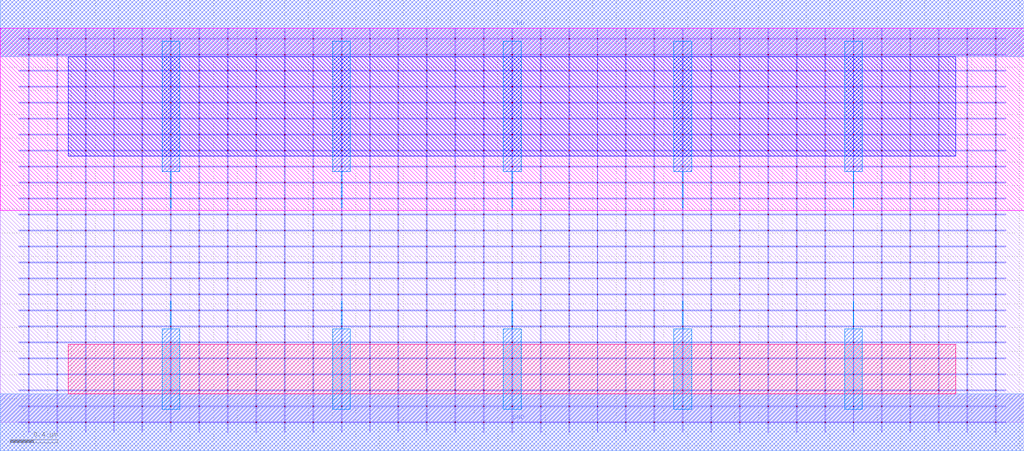
<source format=lef>
MACRO MUX2X1
 CLASS CORE ;
 FOREIGN MUX2X1 0 0 ;
 ORIGIN 0 0 ;
 SYMMETRY X Y R90 ;
 SITE UNIT ;
  PIN VDD
   DIRECTION INOUT ;
   USE SIGNAL ;
   SHAPE ABUTMENT ;
    PORT
     CLASS CORE ;
       LAYER metal2 ;
        RECT 0.00000000 3.09000000 8.64000000 3.57000000 ;
    END
  END VDD

  PIN GND
   DIRECTION INOUT ;
   USE SIGNAL ;
   SHAPE ABUTMENT ;
    PORT
     CLASS CORE ;
       LAYER metal2 ;
        RECT 0.00000000 -0.24000000 8.64000000 0.24000000 ;
    END
  END GND

  OBS
   LAYER abutment_box ;
    RECT 0.00000000 0.00000000 8.64000000 3.33000000 ;
  END

  OBS
   LAYER metal1 ;
    RECT 0.23600000 -0.08500000 0.24400000 -0.00400000 ;
    RECT 0.47600000 -0.08500000 0.48400000 -0.00400000 ;
    RECT 0.71600000 -0.08500000 0.72400000 -0.00400000 ;
    RECT 0.95600000 -0.08500000 0.96400000 -0.00400000 ;
    RECT 1.19600000 -0.08500000 1.20400000 -0.00400000 ;
    RECT 1.43600000 -0.08500000 1.44400000 -0.00400000 ;
    RECT 1.67600000 -0.08500000 1.68400000 -0.00400000 ;
    RECT 1.91600000 -0.08500000 1.92400000 -0.00400000 ;
    RECT 2.15600000 -0.08500000 2.16400000 -0.00400000 ;
    RECT 2.39600000 -0.08500000 2.40400000 -0.00400000 ;
    RECT 2.63600000 -0.08500000 2.64400000 -0.00400000 ;
    RECT 2.87600000 -0.08500000 2.88400000 -0.00400000 ;
    RECT 3.11600000 -0.08500000 3.12400000 -0.00400000 ;
    RECT 3.35600000 -0.08500000 3.36400000 -0.00400000 ;
    RECT 3.59600000 -0.08500000 3.60400000 -0.00400000 ;
    RECT 3.83600000 -0.08500000 3.84400000 -0.00400000 ;
    RECT 4.07600000 -0.08500000 4.08400000 -0.00400000 ;
    RECT 4.31600000 -0.08500000 4.32400000 -0.00400000 ;
    RECT 4.55600000 -0.08500000 4.56400000 -0.00400000 ;
    RECT 4.79600000 -0.08500000 4.80400000 -0.00400000 ;
    RECT 5.03600000 -0.08500000 5.04400000 -0.00400000 ;
    RECT 5.27600000 -0.08500000 5.28400000 -0.00400000 ;
    RECT 5.51600000 -0.08500000 5.52400000 -0.00400000 ;
    RECT 5.75600000 -0.08500000 5.76400000 -0.00400000 ;
    RECT 5.99600000 -0.08500000 6.00400000 -0.00400000 ;
    RECT 6.23600000 -0.08500000 6.24400000 -0.00400000 ;
    RECT 6.47600000 -0.08500000 6.48400000 -0.00400000 ;
    RECT 6.71600000 -0.08500000 6.72400000 -0.00400000 ;
    RECT 6.95600000 -0.08500000 6.96400000 -0.00400000 ;
    RECT 7.19600000 -0.08500000 7.20400000 -0.00400000 ;
    RECT 7.43600000 -0.08500000 7.44400000 -0.00400000 ;
    RECT 7.67600000 -0.08500000 7.68400000 -0.00400000 ;
    RECT 7.91600000 -0.08500000 7.92400000 -0.00400000 ;
    RECT 8.15600000 -0.08500000 8.16400000 -0.00400000 ;
    RECT 8.39600000 -0.08500000 8.40400000 -0.00400000 ;
    RECT 0.15500000 -0.00400000 8.48500000 0.00400000 ;
    RECT 0.23600000 0.00400000 0.24400000 0.13100000 ;
    RECT 0.47600000 0.00400000 0.48400000 0.13100000 ;
    RECT 0.71600000 0.00400000 0.72400000 0.13100000 ;
    RECT 0.95600000 0.00400000 0.96400000 0.13100000 ;
    RECT 1.19600000 0.00400000 1.20400000 0.13100000 ;
    RECT 1.43600000 0.00400000 1.44400000 0.13100000 ;
    RECT 1.67600000 0.00400000 1.68400000 0.13100000 ;
    RECT 1.91600000 0.00400000 1.92400000 0.13100000 ;
    RECT 2.15600000 0.00400000 2.16400000 0.13100000 ;
    RECT 2.39600000 0.00400000 2.40400000 0.13100000 ;
    RECT 2.63600000 0.00400000 2.64400000 0.13100000 ;
    RECT 2.87600000 0.00400000 2.88400000 0.13100000 ;
    RECT 3.11600000 0.00400000 3.12400000 0.13100000 ;
    RECT 3.35600000 0.00400000 3.36400000 0.13100000 ;
    RECT 3.59600000 0.00400000 3.60400000 0.13100000 ;
    RECT 3.83600000 0.00400000 3.84400000 0.13100000 ;
    RECT 4.07600000 0.00400000 4.08400000 0.13100000 ;
    RECT 4.31600000 0.00400000 4.32400000 0.13100000 ;
    RECT 4.55600000 0.00400000 4.56400000 0.13100000 ;
    RECT 4.79600000 0.00400000 4.80400000 0.13100000 ;
    RECT 5.03600000 0.00400000 5.04400000 0.13100000 ;
    RECT 5.27600000 0.00400000 5.28400000 0.13100000 ;
    RECT 5.51600000 0.00400000 5.52400000 0.13100000 ;
    RECT 5.75600000 0.00400000 5.76400000 0.13100000 ;
    RECT 5.99600000 0.00400000 6.00400000 0.13100000 ;
    RECT 6.23600000 0.00400000 6.24400000 0.13100000 ;
    RECT 6.47600000 0.00400000 6.48400000 0.13100000 ;
    RECT 6.71600000 0.00400000 6.72400000 0.13100000 ;
    RECT 6.95600000 0.00400000 6.96400000 0.13100000 ;
    RECT 7.19600000 0.00400000 7.20400000 0.13100000 ;
    RECT 7.43600000 0.00400000 7.44400000 0.13100000 ;
    RECT 7.67600000 0.00400000 7.68400000 0.13100000 ;
    RECT 7.91600000 0.00400000 7.92400000 0.13100000 ;
    RECT 8.15600000 0.00400000 8.16400000 0.13100000 ;
    RECT 8.39600000 0.00400000 8.40400000 0.13100000 ;
    RECT 0.15500000 0.13100000 8.48500000 0.13900000 ;
    RECT 0.23600000 0.13900000 0.24400000 0.26600000 ;
    RECT 0.47600000 0.13900000 0.48400000 0.26600000 ;
    RECT 0.71600000 0.13900000 0.72400000 0.26600000 ;
    RECT 0.95600000 0.13900000 0.96400000 0.26600000 ;
    RECT 1.19600000 0.13900000 1.20400000 0.26600000 ;
    RECT 1.43600000 0.13900000 1.44400000 0.26600000 ;
    RECT 1.67600000 0.13900000 1.68400000 0.26600000 ;
    RECT 1.91600000 0.13900000 1.92400000 0.26600000 ;
    RECT 2.15600000 0.13900000 2.16400000 0.26600000 ;
    RECT 2.39600000 0.13900000 2.40400000 0.26600000 ;
    RECT 2.63600000 0.13900000 2.64400000 0.26600000 ;
    RECT 2.87600000 0.13900000 2.88400000 0.26600000 ;
    RECT 3.11600000 0.13900000 3.12400000 0.26600000 ;
    RECT 3.35600000 0.13900000 3.36400000 0.26600000 ;
    RECT 3.59600000 0.13900000 3.60400000 0.26600000 ;
    RECT 3.83600000 0.13900000 3.84400000 0.26600000 ;
    RECT 4.07600000 0.13900000 4.08400000 0.26600000 ;
    RECT 4.31600000 0.13900000 4.32400000 0.26600000 ;
    RECT 4.55600000 0.13900000 4.56400000 0.26600000 ;
    RECT 4.79600000 0.13900000 4.80400000 0.26600000 ;
    RECT 5.03600000 0.13900000 5.04400000 0.26600000 ;
    RECT 5.27600000 0.13900000 5.28400000 0.26600000 ;
    RECT 5.51600000 0.13900000 5.52400000 0.26600000 ;
    RECT 5.75600000 0.13900000 5.76400000 0.26600000 ;
    RECT 5.99600000 0.13900000 6.00400000 0.26600000 ;
    RECT 6.23600000 0.13900000 6.24400000 0.26600000 ;
    RECT 6.47600000 0.13900000 6.48400000 0.26600000 ;
    RECT 6.71600000 0.13900000 6.72400000 0.26600000 ;
    RECT 6.95600000 0.13900000 6.96400000 0.26600000 ;
    RECT 7.19600000 0.13900000 7.20400000 0.26600000 ;
    RECT 7.43600000 0.13900000 7.44400000 0.26600000 ;
    RECT 7.67600000 0.13900000 7.68400000 0.26600000 ;
    RECT 7.91600000 0.13900000 7.92400000 0.26600000 ;
    RECT 8.15600000 0.13900000 8.16400000 0.26600000 ;
    RECT 8.39600000 0.13900000 8.40400000 0.26600000 ;
    RECT 0.15500000 0.26600000 8.48500000 0.27400000 ;
    RECT 0.23600000 0.27400000 0.24400000 0.40100000 ;
    RECT 0.47600000 0.27400000 0.48400000 0.40100000 ;
    RECT 0.71600000 0.27400000 0.72400000 0.40100000 ;
    RECT 0.95600000 0.27400000 0.96400000 0.40100000 ;
    RECT 1.19600000 0.27400000 1.20400000 0.40100000 ;
    RECT 1.43600000 0.27400000 1.44400000 0.40100000 ;
    RECT 1.67600000 0.27400000 1.68400000 0.40100000 ;
    RECT 1.91600000 0.27400000 1.92400000 0.40100000 ;
    RECT 2.15600000 0.27400000 2.16400000 0.40100000 ;
    RECT 2.39600000 0.27400000 2.40400000 0.40100000 ;
    RECT 2.63600000 0.27400000 2.64400000 0.40100000 ;
    RECT 2.87600000 0.27400000 2.88400000 0.40100000 ;
    RECT 3.11600000 0.27400000 3.12400000 0.40100000 ;
    RECT 3.35600000 0.27400000 3.36400000 0.40100000 ;
    RECT 3.59600000 0.27400000 3.60400000 0.40100000 ;
    RECT 3.83600000 0.27400000 3.84400000 0.40100000 ;
    RECT 4.07600000 0.27400000 4.08400000 0.40100000 ;
    RECT 4.31600000 0.27400000 4.32400000 0.40100000 ;
    RECT 4.55600000 0.27400000 4.56400000 0.40100000 ;
    RECT 4.79600000 0.27400000 4.80400000 0.40100000 ;
    RECT 5.03600000 0.27400000 5.04400000 0.40100000 ;
    RECT 5.27600000 0.27400000 5.28400000 0.40100000 ;
    RECT 5.51600000 0.27400000 5.52400000 0.40100000 ;
    RECT 5.75600000 0.27400000 5.76400000 0.40100000 ;
    RECT 5.99600000 0.27400000 6.00400000 0.40100000 ;
    RECT 6.23600000 0.27400000 6.24400000 0.40100000 ;
    RECT 6.47600000 0.27400000 6.48400000 0.40100000 ;
    RECT 6.71600000 0.27400000 6.72400000 0.40100000 ;
    RECT 6.95600000 0.27400000 6.96400000 0.40100000 ;
    RECT 7.19600000 0.27400000 7.20400000 0.40100000 ;
    RECT 7.43600000 0.27400000 7.44400000 0.40100000 ;
    RECT 7.67600000 0.27400000 7.68400000 0.40100000 ;
    RECT 7.91600000 0.27400000 7.92400000 0.40100000 ;
    RECT 8.15600000 0.27400000 8.16400000 0.40100000 ;
    RECT 8.39600000 0.27400000 8.40400000 0.40100000 ;
    RECT 0.15500000 0.40100000 8.48500000 0.40900000 ;
    RECT 0.23600000 0.40900000 0.24400000 0.53600000 ;
    RECT 0.47600000 0.40900000 0.48400000 0.53600000 ;
    RECT 0.71600000 0.40900000 0.72400000 0.53600000 ;
    RECT 0.95600000 0.40900000 0.96400000 0.53600000 ;
    RECT 1.19600000 0.40900000 1.20400000 0.53600000 ;
    RECT 1.43600000 0.40900000 1.44400000 0.53600000 ;
    RECT 1.67600000 0.40900000 1.68400000 0.53600000 ;
    RECT 1.91600000 0.40900000 1.92400000 0.53600000 ;
    RECT 2.15600000 0.40900000 2.16400000 0.53600000 ;
    RECT 2.39600000 0.40900000 2.40400000 0.53600000 ;
    RECT 2.63600000 0.40900000 2.64400000 0.53600000 ;
    RECT 2.87600000 0.40900000 2.88400000 0.53600000 ;
    RECT 3.11600000 0.40900000 3.12400000 0.53600000 ;
    RECT 3.35600000 0.40900000 3.36400000 0.53600000 ;
    RECT 3.59600000 0.40900000 3.60400000 0.53600000 ;
    RECT 3.83600000 0.40900000 3.84400000 0.53600000 ;
    RECT 4.07600000 0.40900000 4.08400000 0.53600000 ;
    RECT 4.31600000 0.40900000 4.32400000 0.53600000 ;
    RECT 4.55600000 0.40900000 4.56400000 0.53600000 ;
    RECT 4.79600000 0.40900000 4.80400000 0.53600000 ;
    RECT 5.03600000 0.40900000 5.04400000 0.53600000 ;
    RECT 5.27600000 0.40900000 5.28400000 0.53600000 ;
    RECT 5.51600000 0.40900000 5.52400000 0.53600000 ;
    RECT 5.75600000 0.40900000 5.76400000 0.53600000 ;
    RECT 5.99600000 0.40900000 6.00400000 0.53600000 ;
    RECT 6.23600000 0.40900000 6.24400000 0.53600000 ;
    RECT 6.47600000 0.40900000 6.48400000 0.53600000 ;
    RECT 6.71600000 0.40900000 6.72400000 0.53600000 ;
    RECT 6.95600000 0.40900000 6.96400000 0.53600000 ;
    RECT 7.19600000 0.40900000 7.20400000 0.53600000 ;
    RECT 7.43600000 0.40900000 7.44400000 0.53600000 ;
    RECT 7.67600000 0.40900000 7.68400000 0.53600000 ;
    RECT 7.91600000 0.40900000 7.92400000 0.53600000 ;
    RECT 8.15600000 0.40900000 8.16400000 0.53600000 ;
    RECT 8.39600000 0.40900000 8.40400000 0.53600000 ;
    RECT 0.15500000 0.53600000 8.48500000 0.54400000 ;
    RECT 0.23600000 0.54400000 0.24400000 0.67100000 ;
    RECT 0.47600000 0.54400000 0.48400000 0.67100000 ;
    RECT 0.71600000 0.54400000 0.72400000 0.67100000 ;
    RECT 0.95600000 0.54400000 0.96400000 0.67100000 ;
    RECT 1.19600000 0.54400000 1.20400000 0.67100000 ;
    RECT 1.43600000 0.54400000 1.44400000 0.67100000 ;
    RECT 1.67600000 0.54400000 1.68400000 0.67100000 ;
    RECT 1.91600000 0.54400000 1.92400000 0.67100000 ;
    RECT 2.15600000 0.54400000 2.16400000 0.67100000 ;
    RECT 2.39600000 0.54400000 2.40400000 0.67100000 ;
    RECT 2.63600000 0.54400000 2.64400000 0.67100000 ;
    RECT 2.87600000 0.54400000 2.88400000 0.67100000 ;
    RECT 3.11600000 0.54400000 3.12400000 0.67100000 ;
    RECT 3.35600000 0.54400000 3.36400000 0.67100000 ;
    RECT 3.59600000 0.54400000 3.60400000 0.67100000 ;
    RECT 3.83600000 0.54400000 3.84400000 0.67100000 ;
    RECT 4.07600000 0.54400000 4.08400000 0.67100000 ;
    RECT 4.31600000 0.54400000 4.32400000 0.67100000 ;
    RECT 4.55600000 0.54400000 4.56400000 0.67100000 ;
    RECT 4.79600000 0.54400000 4.80400000 0.67100000 ;
    RECT 5.03600000 0.54400000 5.04400000 0.67100000 ;
    RECT 5.27600000 0.54400000 5.28400000 0.67100000 ;
    RECT 5.51600000 0.54400000 5.52400000 0.67100000 ;
    RECT 5.75600000 0.54400000 5.76400000 0.67100000 ;
    RECT 5.99600000 0.54400000 6.00400000 0.67100000 ;
    RECT 6.23600000 0.54400000 6.24400000 0.67100000 ;
    RECT 6.47600000 0.54400000 6.48400000 0.67100000 ;
    RECT 6.71600000 0.54400000 6.72400000 0.67100000 ;
    RECT 6.95600000 0.54400000 6.96400000 0.67100000 ;
    RECT 7.19600000 0.54400000 7.20400000 0.67100000 ;
    RECT 7.43600000 0.54400000 7.44400000 0.67100000 ;
    RECT 7.67600000 0.54400000 7.68400000 0.67100000 ;
    RECT 7.91600000 0.54400000 7.92400000 0.67100000 ;
    RECT 8.15600000 0.54400000 8.16400000 0.67100000 ;
    RECT 8.39600000 0.54400000 8.40400000 0.67100000 ;
    RECT 0.15500000 0.67100000 8.48500000 0.67900000 ;
    RECT 0.23600000 0.67900000 0.24400000 0.80600000 ;
    RECT 0.47600000 0.67900000 0.48400000 0.80600000 ;
    RECT 0.71600000 0.67900000 0.72400000 0.80600000 ;
    RECT 0.95600000 0.67900000 0.96400000 0.80600000 ;
    RECT 1.19600000 0.67900000 1.20400000 0.80600000 ;
    RECT 1.43600000 0.67900000 1.44400000 0.80600000 ;
    RECT 1.67600000 0.67900000 1.68400000 0.80600000 ;
    RECT 1.91600000 0.67900000 1.92400000 0.80600000 ;
    RECT 2.15600000 0.67900000 2.16400000 0.80600000 ;
    RECT 2.39600000 0.67900000 2.40400000 0.80600000 ;
    RECT 2.63600000 0.67900000 2.64400000 0.80600000 ;
    RECT 2.87600000 0.67900000 2.88400000 0.80600000 ;
    RECT 3.11600000 0.67900000 3.12400000 0.80600000 ;
    RECT 3.35600000 0.67900000 3.36400000 0.80600000 ;
    RECT 3.59600000 0.67900000 3.60400000 0.80600000 ;
    RECT 3.83600000 0.67900000 3.84400000 0.80600000 ;
    RECT 4.07600000 0.67900000 4.08400000 0.80600000 ;
    RECT 4.31600000 0.67900000 4.32400000 0.80600000 ;
    RECT 4.55600000 0.67900000 4.56400000 0.80600000 ;
    RECT 4.79600000 0.67900000 4.80400000 0.80600000 ;
    RECT 5.03600000 0.67900000 5.04400000 0.80600000 ;
    RECT 5.27600000 0.67900000 5.28400000 0.80600000 ;
    RECT 5.51600000 0.67900000 5.52400000 0.80600000 ;
    RECT 5.75600000 0.67900000 5.76400000 0.80600000 ;
    RECT 5.99600000 0.67900000 6.00400000 0.80600000 ;
    RECT 6.23600000 0.67900000 6.24400000 0.80600000 ;
    RECT 6.47600000 0.67900000 6.48400000 0.80600000 ;
    RECT 6.71600000 0.67900000 6.72400000 0.80600000 ;
    RECT 6.95600000 0.67900000 6.96400000 0.80600000 ;
    RECT 7.19600000 0.67900000 7.20400000 0.80600000 ;
    RECT 7.43600000 0.67900000 7.44400000 0.80600000 ;
    RECT 7.67600000 0.67900000 7.68400000 0.80600000 ;
    RECT 7.91600000 0.67900000 7.92400000 0.80600000 ;
    RECT 8.15600000 0.67900000 8.16400000 0.80600000 ;
    RECT 8.39600000 0.67900000 8.40400000 0.80600000 ;
    RECT 0.15500000 0.80600000 8.48500000 0.81400000 ;
    RECT 0.23600000 0.81400000 0.24400000 0.94100000 ;
    RECT 0.47600000 0.81400000 0.48400000 0.94100000 ;
    RECT 0.71600000 0.81400000 0.72400000 0.94100000 ;
    RECT 0.95600000 0.81400000 0.96400000 0.94100000 ;
    RECT 1.19600000 0.81400000 1.20400000 0.94100000 ;
    RECT 1.43600000 0.81400000 1.44400000 0.94100000 ;
    RECT 1.67600000 0.81400000 1.68400000 0.94100000 ;
    RECT 1.91600000 0.81400000 1.92400000 0.94100000 ;
    RECT 2.15600000 0.81400000 2.16400000 0.94100000 ;
    RECT 2.39600000 0.81400000 2.40400000 0.94100000 ;
    RECT 2.63600000 0.81400000 2.64400000 0.94100000 ;
    RECT 2.87600000 0.81400000 2.88400000 0.94100000 ;
    RECT 3.11600000 0.81400000 3.12400000 0.94100000 ;
    RECT 3.35600000 0.81400000 3.36400000 0.94100000 ;
    RECT 3.59600000 0.81400000 3.60400000 0.94100000 ;
    RECT 3.83600000 0.81400000 3.84400000 0.94100000 ;
    RECT 4.07600000 0.81400000 4.08400000 0.94100000 ;
    RECT 4.31600000 0.81400000 4.32400000 0.94100000 ;
    RECT 4.55600000 0.81400000 4.56400000 0.94100000 ;
    RECT 4.79600000 0.81400000 4.80400000 0.94100000 ;
    RECT 5.03600000 0.81400000 5.04400000 0.94100000 ;
    RECT 5.27600000 0.81400000 5.28400000 0.94100000 ;
    RECT 5.51600000 0.81400000 5.52400000 0.94100000 ;
    RECT 5.75600000 0.81400000 5.76400000 0.94100000 ;
    RECT 5.99600000 0.81400000 6.00400000 0.94100000 ;
    RECT 6.23600000 0.81400000 6.24400000 0.94100000 ;
    RECT 6.47600000 0.81400000 6.48400000 0.94100000 ;
    RECT 6.71600000 0.81400000 6.72400000 0.94100000 ;
    RECT 6.95600000 0.81400000 6.96400000 0.94100000 ;
    RECT 7.19600000 0.81400000 7.20400000 0.94100000 ;
    RECT 7.43600000 0.81400000 7.44400000 0.94100000 ;
    RECT 7.67600000 0.81400000 7.68400000 0.94100000 ;
    RECT 7.91600000 0.81400000 7.92400000 0.94100000 ;
    RECT 8.15600000 0.81400000 8.16400000 0.94100000 ;
    RECT 8.39600000 0.81400000 8.40400000 0.94100000 ;
    RECT 0.15500000 0.94100000 8.48500000 0.94900000 ;
    RECT 0.23600000 0.94900000 0.24400000 1.07600000 ;
    RECT 0.47600000 0.94900000 0.48400000 1.07600000 ;
    RECT 0.71600000 0.94900000 0.72400000 1.07600000 ;
    RECT 0.95600000 0.94900000 0.96400000 1.07600000 ;
    RECT 1.19600000 0.94900000 1.20400000 1.07600000 ;
    RECT 1.43600000 0.94900000 1.44400000 1.07600000 ;
    RECT 1.67600000 0.94900000 1.68400000 1.07600000 ;
    RECT 1.91600000 0.94900000 1.92400000 1.07600000 ;
    RECT 2.15600000 0.94900000 2.16400000 1.07600000 ;
    RECT 2.39600000 0.94900000 2.40400000 1.07600000 ;
    RECT 2.63600000 0.94900000 2.64400000 1.07600000 ;
    RECT 2.87600000 0.94900000 2.88400000 1.07600000 ;
    RECT 3.11600000 0.94900000 3.12400000 1.07600000 ;
    RECT 3.35600000 0.94900000 3.36400000 1.07600000 ;
    RECT 3.59600000 0.94900000 3.60400000 1.07600000 ;
    RECT 3.83600000 0.94900000 3.84400000 1.07600000 ;
    RECT 4.07600000 0.94900000 4.08400000 1.07600000 ;
    RECT 4.31600000 0.94900000 4.32400000 1.07600000 ;
    RECT 4.55600000 0.94900000 4.56400000 1.07600000 ;
    RECT 4.79600000 0.94900000 4.80400000 1.07600000 ;
    RECT 5.03600000 0.94900000 5.04400000 1.07600000 ;
    RECT 5.27600000 0.94900000 5.28400000 1.07600000 ;
    RECT 5.51600000 0.94900000 5.52400000 1.07600000 ;
    RECT 5.75600000 0.94900000 5.76400000 1.07600000 ;
    RECT 5.99600000 0.94900000 6.00400000 1.07600000 ;
    RECT 6.23600000 0.94900000 6.24400000 1.07600000 ;
    RECT 6.47600000 0.94900000 6.48400000 1.07600000 ;
    RECT 6.71600000 0.94900000 6.72400000 1.07600000 ;
    RECT 6.95600000 0.94900000 6.96400000 1.07600000 ;
    RECT 7.19600000 0.94900000 7.20400000 1.07600000 ;
    RECT 7.43600000 0.94900000 7.44400000 1.07600000 ;
    RECT 7.67600000 0.94900000 7.68400000 1.07600000 ;
    RECT 7.91600000 0.94900000 7.92400000 1.07600000 ;
    RECT 8.15600000 0.94900000 8.16400000 1.07600000 ;
    RECT 8.39600000 0.94900000 8.40400000 1.07600000 ;
    RECT 0.15500000 1.07600000 8.48500000 1.08400000 ;
    RECT 0.23600000 1.08400000 0.24400000 1.21100000 ;
    RECT 0.47600000 1.08400000 0.48400000 1.21100000 ;
    RECT 0.71600000 1.08400000 0.72400000 1.21100000 ;
    RECT 0.95600000 1.08400000 0.96400000 1.21100000 ;
    RECT 1.19600000 1.08400000 1.20400000 1.21100000 ;
    RECT 1.43600000 1.08400000 1.44400000 1.21100000 ;
    RECT 1.67600000 1.08400000 1.68400000 1.21100000 ;
    RECT 1.91600000 1.08400000 1.92400000 1.21100000 ;
    RECT 2.15600000 1.08400000 2.16400000 1.21100000 ;
    RECT 2.39600000 1.08400000 2.40400000 1.21100000 ;
    RECT 2.63600000 1.08400000 2.64400000 1.21100000 ;
    RECT 2.87600000 1.08400000 2.88400000 1.21100000 ;
    RECT 3.11600000 1.08400000 3.12400000 1.21100000 ;
    RECT 3.35600000 1.08400000 3.36400000 1.21100000 ;
    RECT 3.59600000 1.08400000 3.60400000 1.21100000 ;
    RECT 3.83600000 1.08400000 3.84400000 1.21100000 ;
    RECT 4.07600000 1.08400000 4.08400000 1.21100000 ;
    RECT 4.31600000 1.08400000 4.32400000 1.21100000 ;
    RECT 4.55600000 1.08400000 4.56400000 1.21100000 ;
    RECT 4.79600000 1.08400000 4.80400000 1.21100000 ;
    RECT 5.03600000 1.08400000 5.04400000 1.21100000 ;
    RECT 5.27600000 1.08400000 5.28400000 1.21100000 ;
    RECT 5.51600000 1.08400000 5.52400000 1.21100000 ;
    RECT 5.75600000 1.08400000 5.76400000 1.21100000 ;
    RECT 5.99600000 1.08400000 6.00400000 1.21100000 ;
    RECT 6.23600000 1.08400000 6.24400000 1.21100000 ;
    RECT 6.47600000 1.08400000 6.48400000 1.21100000 ;
    RECT 6.71600000 1.08400000 6.72400000 1.21100000 ;
    RECT 6.95600000 1.08400000 6.96400000 1.21100000 ;
    RECT 7.19600000 1.08400000 7.20400000 1.21100000 ;
    RECT 7.43600000 1.08400000 7.44400000 1.21100000 ;
    RECT 7.67600000 1.08400000 7.68400000 1.21100000 ;
    RECT 7.91600000 1.08400000 7.92400000 1.21100000 ;
    RECT 8.15600000 1.08400000 8.16400000 1.21100000 ;
    RECT 8.39600000 1.08400000 8.40400000 1.21100000 ;
    RECT 0.15500000 1.21100000 8.48500000 1.21900000 ;
    RECT 0.23600000 1.21900000 0.24400000 1.34600000 ;
    RECT 0.47600000 1.21900000 0.48400000 1.34600000 ;
    RECT 0.71600000 1.21900000 0.72400000 1.34600000 ;
    RECT 0.95600000 1.21900000 0.96400000 1.34600000 ;
    RECT 1.19600000 1.21900000 1.20400000 1.34600000 ;
    RECT 1.43600000 1.21900000 1.44400000 1.34600000 ;
    RECT 1.67600000 1.21900000 1.68400000 1.34600000 ;
    RECT 1.91600000 1.21900000 1.92400000 1.34600000 ;
    RECT 2.15600000 1.21900000 2.16400000 1.34600000 ;
    RECT 2.39600000 1.21900000 2.40400000 1.34600000 ;
    RECT 2.63600000 1.21900000 2.64400000 1.34600000 ;
    RECT 2.87600000 1.21900000 2.88400000 1.34600000 ;
    RECT 3.11600000 1.21900000 3.12400000 1.34600000 ;
    RECT 3.35600000 1.21900000 3.36400000 1.34600000 ;
    RECT 3.59600000 1.21900000 3.60400000 1.34600000 ;
    RECT 3.83600000 1.21900000 3.84400000 1.34600000 ;
    RECT 4.07600000 1.21900000 4.08400000 1.34600000 ;
    RECT 4.31600000 1.21900000 4.32400000 1.34600000 ;
    RECT 4.55600000 1.21900000 4.56400000 1.34600000 ;
    RECT 4.79600000 1.21900000 4.80400000 1.34600000 ;
    RECT 5.03600000 1.21900000 5.04400000 1.34600000 ;
    RECT 5.27600000 1.21900000 5.28400000 1.34600000 ;
    RECT 5.51600000 1.21900000 5.52400000 1.34600000 ;
    RECT 5.75600000 1.21900000 5.76400000 1.34600000 ;
    RECT 5.99600000 1.21900000 6.00400000 1.34600000 ;
    RECT 6.23600000 1.21900000 6.24400000 1.34600000 ;
    RECT 6.47600000 1.21900000 6.48400000 1.34600000 ;
    RECT 6.71600000 1.21900000 6.72400000 1.34600000 ;
    RECT 6.95600000 1.21900000 6.96400000 1.34600000 ;
    RECT 7.19600000 1.21900000 7.20400000 1.34600000 ;
    RECT 7.43600000 1.21900000 7.44400000 1.34600000 ;
    RECT 7.67600000 1.21900000 7.68400000 1.34600000 ;
    RECT 7.91600000 1.21900000 7.92400000 1.34600000 ;
    RECT 8.15600000 1.21900000 8.16400000 1.34600000 ;
    RECT 8.39600000 1.21900000 8.40400000 1.34600000 ;
    RECT 0.15500000 1.34600000 8.48500000 1.35400000 ;
    RECT 0.23600000 1.35400000 0.24400000 1.48100000 ;
    RECT 0.47600000 1.35400000 0.48400000 1.48100000 ;
    RECT 0.71600000 1.35400000 0.72400000 1.48100000 ;
    RECT 0.95600000 1.35400000 0.96400000 1.48100000 ;
    RECT 1.19600000 1.35400000 1.20400000 1.48100000 ;
    RECT 1.43600000 1.35400000 1.44400000 1.48100000 ;
    RECT 1.67600000 1.35400000 1.68400000 1.48100000 ;
    RECT 1.91600000 1.35400000 1.92400000 1.48100000 ;
    RECT 2.15600000 1.35400000 2.16400000 1.48100000 ;
    RECT 2.39600000 1.35400000 2.40400000 1.48100000 ;
    RECT 2.63600000 1.35400000 2.64400000 1.48100000 ;
    RECT 2.87600000 1.35400000 2.88400000 1.48100000 ;
    RECT 3.11600000 1.35400000 3.12400000 1.48100000 ;
    RECT 3.35600000 1.35400000 3.36400000 1.48100000 ;
    RECT 3.59600000 1.35400000 3.60400000 1.48100000 ;
    RECT 3.83600000 1.35400000 3.84400000 1.48100000 ;
    RECT 4.07600000 1.35400000 4.08400000 1.48100000 ;
    RECT 4.31600000 1.35400000 4.32400000 1.48100000 ;
    RECT 4.55600000 1.35400000 4.56400000 1.48100000 ;
    RECT 4.79600000 1.35400000 4.80400000 1.48100000 ;
    RECT 5.03600000 1.35400000 5.04400000 1.48100000 ;
    RECT 5.27600000 1.35400000 5.28400000 1.48100000 ;
    RECT 5.51600000 1.35400000 5.52400000 1.48100000 ;
    RECT 5.75600000 1.35400000 5.76400000 1.48100000 ;
    RECT 5.99600000 1.35400000 6.00400000 1.48100000 ;
    RECT 6.23600000 1.35400000 6.24400000 1.48100000 ;
    RECT 6.47600000 1.35400000 6.48400000 1.48100000 ;
    RECT 6.71600000 1.35400000 6.72400000 1.48100000 ;
    RECT 6.95600000 1.35400000 6.96400000 1.48100000 ;
    RECT 7.19600000 1.35400000 7.20400000 1.48100000 ;
    RECT 7.43600000 1.35400000 7.44400000 1.48100000 ;
    RECT 7.67600000 1.35400000 7.68400000 1.48100000 ;
    RECT 7.91600000 1.35400000 7.92400000 1.48100000 ;
    RECT 8.15600000 1.35400000 8.16400000 1.48100000 ;
    RECT 8.39600000 1.35400000 8.40400000 1.48100000 ;
    RECT 0.15500000 1.48100000 8.48500000 1.48900000 ;
    RECT 0.23600000 1.48900000 0.24400000 1.61600000 ;
    RECT 0.47600000 1.48900000 0.48400000 1.61600000 ;
    RECT 0.71600000 1.48900000 0.72400000 1.61600000 ;
    RECT 0.95600000 1.48900000 0.96400000 1.61600000 ;
    RECT 1.19600000 1.48900000 1.20400000 1.61600000 ;
    RECT 1.43600000 1.48900000 1.44400000 1.61600000 ;
    RECT 1.67600000 1.48900000 1.68400000 1.61600000 ;
    RECT 1.91600000 1.48900000 1.92400000 1.61600000 ;
    RECT 2.15600000 1.48900000 2.16400000 1.61600000 ;
    RECT 2.39600000 1.48900000 2.40400000 1.61600000 ;
    RECT 2.63600000 1.48900000 2.64400000 1.61600000 ;
    RECT 2.87600000 1.48900000 2.88400000 1.61600000 ;
    RECT 3.11600000 1.48900000 3.12400000 1.61600000 ;
    RECT 3.35600000 1.48900000 3.36400000 1.61600000 ;
    RECT 3.59600000 1.48900000 3.60400000 1.61600000 ;
    RECT 3.83600000 1.48900000 3.84400000 1.61600000 ;
    RECT 4.07600000 1.48900000 4.08400000 1.61600000 ;
    RECT 4.31600000 1.48900000 4.32400000 1.61600000 ;
    RECT 4.55600000 1.48900000 4.56400000 1.61600000 ;
    RECT 4.79600000 1.48900000 4.80400000 1.61600000 ;
    RECT 5.03600000 1.48900000 5.04400000 1.61600000 ;
    RECT 5.27600000 1.48900000 5.28400000 1.61600000 ;
    RECT 5.51600000 1.48900000 5.52400000 1.61600000 ;
    RECT 5.75600000 1.48900000 5.76400000 1.61600000 ;
    RECT 5.99600000 1.48900000 6.00400000 1.61600000 ;
    RECT 6.23600000 1.48900000 6.24400000 1.61600000 ;
    RECT 6.47600000 1.48900000 6.48400000 1.61600000 ;
    RECT 6.71600000 1.48900000 6.72400000 1.61600000 ;
    RECT 6.95600000 1.48900000 6.96400000 1.61600000 ;
    RECT 7.19600000 1.48900000 7.20400000 1.61600000 ;
    RECT 7.43600000 1.48900000 7.44400000 1.61600000 ;
    RECT 7.67600000 1.48900000 7.68400000 1.61600000 ;
    RECT 7.91600000 1.48900000 7.92400000 1.61600000 ;
    RECT 8.15600000 1.48900000 8.16400000 1.61600000 ;
    RECT 8.39600000 1.48900000 8.40400000 1.61600000 ;
    RECT 0.15500000 1.61600000 8.48500000 1.62400000 ;
    RECT 0.23600000 1.62400000 0.24400000 1.75100000 ;
    RECT 0.47600000 1.62400000 0.48400000 1.75100000 ;
    RECT 0.71600000 1.62400000 0.72400000 1.75100000 ;
    RECT 0.95600000 1.62400000 0.96400000 1.75100000 ;
    RECT 1.19600000 1.62400000 1.20400000 1.75100000 ;
    RECT 1.43600000 1.62400000 1.44400000 1.75100000 ;
    RECT 1.67600000 1.62400000 1.68400000 1.75100000 ;
    RECT 1.91600000 1.62400000 1.92400000 1.75100000 ;
    RECT 2.15600000 1.62400000 2.16400000 1.75100000 ;
    RECT 2.39600000 1.62400000 2.40400000 1.75100000 ;
    RECT 2.63600000 1.62400000 2.64400000 1.75100000 ;
    RECT 2.87600000 1.62400000 2.88400000 1.75100000 ;
    RECT 3.11600000 1.62400000 3.12400000 1.75100000 ;
    RECT 3.35600000 1.62400000 3.36400000 1.75100000 ;
    RECT 3.59600000 1.62400000 3.60400000 1.75100000 ;
    RECT 3.83600000 1.62400000 3.84400000 1.75100000 ;
    RECT 4.07600000 1.62400000 4.08400000 1.75100000 ;
    RECT 4.31600000 1.62400000 4.32400000 1.75100000 ;
    RECT 4.55600000 1.62400000 4.56400000 1.75100000 ;
    RECT 4.79600000 1.62400000 4.80400000 1.75100000 ;
    RECT 5.03600000 1.62400000 5.04400000 1.75100000 ;
    RECT 5.27600000 1.62400000 5.28400000 1.75100000 ;
    RECT 5.51600000 1.62400000 5.52400000 1.75100000 ;
    RECT 5.75600000 1.62400000 5.76400000 1.75100000 ;
    RECT 5.99600000 1.62400000 6.00400000 1.75100000 ;
    RECT 6.23600000 1.62400000 6.24400000 1.75100000 ;
    RECT 6.47600000 1.62400000 6.48400000 1.75100000 ;
    RECT 6.71600000 1.62400000 6.72400000 1.75100000 ;
    RECT 6.95600000 1.62400000 6.96400000 1.75100000 ;
    RECT 7.19600000 1.62400000 7.20400000 1.75100000 ;
    RECT 7.43600000 1.62400000 7.44400000 1.75100000 ;
    RECT 7.67600000 1.62400000 7.68400000 1.75100000 ;
    RECT 7.91600000 1.62400000 7.92400000 1.75100000 ;
    RECT 8.15600000 1.62400000 8.16400000 1.75100000 ;
    RECT 8.39600000 1.62400000 8.40400000 1.75100000 ;
    RECT 0.15500000 1.75100000 8.48500000 1.75900000 ;
    RECT 0.23600000 1.75900000 0.24400000 1.88600000 ;
    RECT 0.47600000 1.75900000 0.48400000 1.88600000 ;
    RECT 0.71600000 1.75900000 0.72400000 1.88600000 ;
    RECT 0.95600000 1.75900000 0.96400000 1.88600000 ;
    RECT 1.19600000 1.75900000 1.20400000 1.88600000 ;
    RECT 1.43600000 1.75900000 1.44400000 1.88600000 ;
    RECT 1.67600000 1.75900000 1.68400000 1.88600000 ;
    RECT 1.91600000 1.75900000 1.92400000 1.88600000 ;
    RECT 2.15600000 1.75900000 2.16400000 1.88600000 ;
    RECT 2.39600000 1.75900000 2.40400000 1.88600000 ;
    RECT 2.63600000 1.75900000 2.64400000 1.88600000 ;
    RECT 2.87600000 1.75900000 2.88400000 1.88600000 ;
    RECT 3.11600000 1.75900000 3.12400000 1.88600000 ;
    RECT 3.35600000 1.75900000 3.36400000 1.88600000 ;
    RECT 3.59600000 1.75900000 3.60400000 1.88600000 ;
    RECT 3.83600000 1.75900000 3.84400000 1.88600000 ;
    RECT 4.07600000 1.75900000 4.08400000 1.88600000 ;
    RECT 4.31600000 1.75900000 4.32400000 1.88600000 ;
    RECT 4.55600000 1.75900000 4.56400000 1.88600000 ;
    RECT 4.79600000 1.75900000 4.80400000 1.88600000 ;
    RECT 5.03600000 1.75900000 5.04400000 1.88600000 ;
    RECT 5.27600000 1.75900000 5.28400000 1.88600000 ;
    RECT 5.51600000 1.75900000 5.52400000 1.88600000 ;
    RECT 5.75600000 1.75900000 5.76400000 1.88600000 ;
    RECT 5.99600000 1.75900000 6.00400000 1.88600000 ;
    RECT 6.23600000 1.75900000 6.24400000 1.88600000 ;
    RECT 6.47600000 1.75900000 6.48400000 1.88600000 ;
    RECT 6.71600000 1.75900000 6.72400000 1.88600000 ;
    RECT 6.95600000 1.75900000 6.96400000 1.88600000 ;
    RECT 7.19600000 1.75900000 7.20400000 1.88600000 ;
    RECT 7.43600000 1.75900000 7.44400000 1.88600000 ;
    RECT 7.67600000 1.75900000 7.68400000 1.88600000 ;
    RECT 7.91600000 1.75900000 7.92400000 1.88600000 ;
    RECT 8.15600000 1.75900000 8.16400000 1.88600000 ;
    RECT 8.39600000 1.75900000 8.40400000 1.88600000 ;
    RECT 0.15500000 1.88600000 8.48500000 1.89400000 ;
    RECT 0.23600000 1.89400000 0.24400000 2.02100000 ;
    RECT 0.47600000 1.89400000 0.48400000 2.02100000 ;
    RECT 0.71600000 1.89400000 0.72400000 2.02100000 ;
    RECT 0.95600000 1.89400000 0.96400000 2.02100000 ;
    RECT 1.19600000 1.89400000 1.20400000 2.02100000 ;
    RECT 1.43600000 1.89400000 1.44400000 2.02100000 ;
    RECT 1.67600000 1.89400000 1.68400000 2.02100000 ;
    RECT 1.91600000 1.89400000 1.92400000 2.02100000 ;
    RECT 2.15600000 1.89400000 2.16400000 2.02100000 ;
    RECT 2.39600000 1.89400000 2.40400000 2.02100000 ;
    RECT 2.63600000 1.89400000 2.64400000 2.02100000 ;
    RECT 2.87600000 1.89400000 2.88400000 2.02100000 ;
    RECT 3.11600000 1.89400000 3.12400000 2.02100000 ;
    RECT 3.35600000 1.89400000 3.36400000 2.02100000 ;
    RECT 3.59600000 1.89400000 3.60400000 2.02100000 ;
    RECT 3.83600000 1.89400000 3.84400000 2.02100000 ;
    RECT 4.07600000 1.89400000 4.08400000 2.02100000 ;
    RECT 4.31600000 1.89400000 4.32400000 2.02100000 ;
    RECT 4.55600000 1.89400000 4.56400000 2.02100000 ;
    RECT 4.79600000 1.89400000 4.80400000 2.02100000 ;
    RECT 5.03600000 1.89400000 5.04400000 2.02100000 ;
    RECT 5.27600000 1.89400000 5.28400000 2.02100000 ;
    RECT 5.51600000 1.89400000 5.52400000 2.02100000 ;
    RECT 5.75600000 1.89400000 5.76400000 2.02100000 ;
    RECT 5.99600000 1.89400000 6.00400000 2.02100000 ;
    RECT 6.23600000 1.89400000 6.24400000 2.02100000 ;
    RECT 6.47600000 1.89400000 6.48400000 2.02100000 ;
    RECT 6.71600000 1.89400000 6.72400000 2.02100000 ;
    RECT 6.95600000 1.89400000 6.96400000 2.02100000 ;
    RECT 7.19600000 1.89400000 7.20400000 2.02100000 ;
    RECT 7.43600000 1.89400000 7.44400000 2.02100000 ;
    RECT 7.67600000 1.89400000 7.68400000 2.02100000 ;
    RECT 7.91600000 1.89400000 7.92400000 2.02100000 ;
    RECT 8.15600000 1.89400000 8.16400000 2.02100000 ;
    RECT 8.39600000 1.89400000 8.40400000 2.02100000 ;
    RECT 0.15500000 2.02100000 8.48500000 2.02900000 ;
    RECT 0.23600000 2.02900000 0.24400000 2.15600000 ;
    RECT 0.47600000 2.02900000 0.48400000 2.15600000 ;
    RECT 0.71600000 2.02900000 0.72400000 2.15600000 ;
    RECT 0.95600000 2.02900000 0.96400000 2.15600000 ;
    RECT 1.19600000 2.02900000 1.20400000 2.15600000 ;
    RECT 1.43600000 2.02900000 1.44400000 2.15600000 ;
    RECT 1.67600000 2.02900000 1.68400000 2.15600000 ;
    RECT 1.91600000 2.02900000 1.92400000 2.15600000 ;
    RECT 2.15600000 2.02900000 2.16400000 2.15600000 ;
    RECT 2.39600000 2.02900000 2.40400000 2.15600000 ;
    RECT 2.63600000 2.02900000 2.64400000 2.15600000 ;
    RECT 2.87600000 2.02900000 2.88400000 2.15600000 ;
    RECT 3.11600000 2.02900000 3.12400000 2.15600000 ;
    RECT 3.35600000 2.02900000 3.36400000 2.15600000 ;
    RECT 3.59600000 2.02900000 3.60400000 2.15600000 ;
    RECT 3.83600000 2.02900000 3.84400000 2.15600000 ;
    RECT 4.07600000 2.02900000 4.08400000 2.15600000 ;
    RECT 4.31600000 2.02900000 4.32400000 2.15600000 ;
    RECT 4.55600000 2.02900000 4.56400000 2.15600000 ;
    RECT 4.79600000 2.02900000 4.80400000 2.15600000 ;
    RECT 5.03600000 2.02900000 5.04400000 2.15600000 ;
    RECT 5.27600000 2.02900000 5.28400000 2.15600000 ;
    RECT 5.51600000 2.02900000 5.52400000 2.15600000 ;
    RECT 5.75600000 2.02900000 5.76400000 2.15600000 ;
    RECT 5.99600000 2.02900000 6.00400000 2.15600000 ;
    RECT 6.23600000 2.02900000 6.24400000 2.15600000 ;
    RECT 6.47600000 2.02900000 6.48400000 2.15600000 ;
    RECT 6.71600000 2.02900000 6.72400000 2.15600000 ;
    RECT 6.95600000 2.02900000 6.96400000 2.15600000 ;
    RECT 7.19600000 2.02900000 7.20400000 2.15600000 ;
    RECT 7.43600000 2.02900000 7.44400000 2.15600000 ;
    RECT 7.67600000 2.02900000 7.68400000 2.15600000 ;
    RECT 7.91600000 2.02900000 7.92400000 2.15600000 ;
    RECT 8.15600000 2.02900000 8.16400000 2.15600000 ;
    RECT 8.39600000 2.02900000 8.40400000 2.15600000 ;
    RECT 0.15500000 2.15600000 8.48500000 2.16400000 ;
    RECT 0.23600000 2.16400000 0.24400000 2.29100000 ;
    RECT 0.47600000 2.16400000 0.48400000 2.29100000 ;
    RECT 0.71600000 2.16400000 0.72400000 2.29100000 ;
    RECT 0.95600000 2.16400000 0.96400000 2.29100000 ;
    RECT 1.19600000 2.16400000 1.20400000 2.29100000 ;
    RECT 1.43600000 2.16400000 1.44400000 2.29100000 ;
    RECT 1.67600000 2.16400000 1.68400000 2.29100000 ;
    RECT 1.91600000 2.16400000 1.92400000 2.29100000 ;
    RECT 2.15600000 2.16400000 2.16400000 2.29100000 ;
    RECT 2.39600000 2.16400000 2.40400000 2.29100000 ;
    RECT 2.63600000 2.16400000 2.64400000 2.29100000 ;
    RECT 2.87600000 2.16400000 2.88400000 2.29100000 ;
    RECT 3.11600000 2.16400000 3.12400000 2.29100000 ;
    RECT 3.35600000 2.16400000 3.36400000 2.29100000 ;
    RECT 3.59600000 2.16400000 3.60400000 2.29100000 ;
    RECT 3.83600000 2.16400000 3.84400000 2.29100000 ;
    RECT 4.07600000 2.16400000 4.08400000 2.29100000 ;
    RECT 4.31600000 2.16400000 4.32400000 2.29100000 ;
    RECT 4.55600000 2.16400000 4.56400000 2.29100000 ;
    RECT 4.79600000 2.16400000 4.80400000 2.29100000 ;
    RECT 5.03600000 2.16400000 5.04400000 2.29100000 ;
    RECT 5.27600000 2.16400000 5.28400000 2.29100000 ;
    RECT 5.51600000 2.16400000 5.52400000 2.29100000 ;
    RECT 5.75600000 2.16400000 5.76400000 2.29100000 ;
    RECT 5.99600000 2.16400000 6.00400000 2.29100000 ;
    RECT 6.23600000 2.16400000 6.24400000 2.29100000 ;
    RECT 6.47600000 2.16400000 6.48400000 2.29100000 ;
    RECT 6.71600000 2.16400000 6.72400000 2.29100000 ;
    RECT 6.95600000 2.16400000 6.96400000 2.29100000 ;
    RECT 7.19600000 2.16400000 7.20400000 2.29100000 ;
    RECT 7.43600000 2.16400000 7.44400000 2.29100000 ;
    RECT 7.67600000 2.16400000 7.68400000 2.29100000 ;
    RECT 7.91600000 2.16400000 7.92400000 2.29100000 ;
    RECT 8.15600000 2.16400000 8.16400000 2.29100000 ;
    RECT 8.39600000 2.16400000 8.40400000 2.29100000 ;
    RECT 0.15500000 2.29100000 8.48500000 2.29900000 ;
    RECT 0.23600000 2.29900000 0.24400000 2.42600000 ;
    RECT 0.47600000 2.29900000 0.48400000 2.42600000 ;
    RECT 0.71600000 2.29900000 0.72400000 2.42600000 ;
    RECT 0.95600000 2.29900000 0.96400000 2.42600000 ;
    RECT 1.19600000 2.29900000 1.20400000 2.42600000 ;
    RECT 1.43600000 2.29900000 1.44400000 2.42600000 ;
    RECT 1.67600000 2.29900000 1.68400000 2.42600000 ;
    RECT 1.91600000 2.29900000 1.92400000 2.42600000 ;
    RECT 2.15600000 2.29900000 2.16400000 2.42600000 ;
    RECT 2.39600000 2.29900000 2.40400000 2.42600000 ;
    RECT 2.63600000 2.29900000 2.64400000 2.42600000 ;
    RECT 2.87600000 2.29900000 2.88400000 2.42600000 ;
    RECT 3.11600000 2.29900000 3.12400000 2.42600000 ;
    RECT 3.35600000 2.29900000 3.36400000 2.42600000 ;
    RECT 3.59600000 2.29900000 3.60400000 2.42600000 ;
    RECT 3.83600000 2.29900000 3.84400000 2.42600000 ;
    RECT 4.07600000 2.29900000 4.08400000 2.42600000 ;
    RECT 4.31600000 2.29900000 4.32400000 2.42600000 ;
    RECT 4.55600000 2.29900000 4.56400000 2.42600000 ;
    RECT 4.79600000 2.29900000 4.80400000 2.42600000 ;
    RECT 5.03600000 2.29900000 5.04400000 2.42600000 ;
    RECT 5.27600000 2.29900000 5.28400000 2.42600000 ;
    RECT 5.51600000 2.29900000 5.52400000 2.42600000 ;
    RECT 5.75600000 2.29900000 5.76400000 2.42600000 ;
    RECT 5.99600000 2.29900000 6.00400000 2.42600000 ;
    RECT 6.23600000 2.29900000 6.24400000 2.42600000 ;
    RECT 6.47600000 2.29900000 6.48400000 2.42600000 ;
    RECT 6.71600000 2.29900000 6.72400000 2.42600000 ;
    RECT 6.95600000 2.29900000 6.96400000 2.42600000 ;
    RECT 7.19600000 2.29900000 7.20400000 2.42600000 ;
    RECT 7.43600000 2.29900000 7.44400000 2.42600000 ;
    RECT 7.67600000 2.29900000 7.68400000 2.42600000 ;
    RECT 7.91600000 2.29900000 7.92400000 2.42600000 ;
    RECT 8.15600000 2.29900000 8.16400000 2.42600000 ;
    RECT 8.39600000 2.29900000 8.40400000 2.42600000 ;
    RECT 0.15500000 2.42600000 8.48500000 2.43400000 ;
    RECT 0.23600000 2.43400000 0.24400000 2.56100000 ;
    RECT 0.47600000 2.43400000 0.48400000 2.56100000 ;
    RECT 0.71600000 2.43400000 0.72400000 2.56100000 ;
    RECT 0.95600000 2.43400000 0.96400000 2.56100000 ;
    RECT 1.19600000 2.43400000 1.20400000 2.56100000 ;
    RECT 1.43600000 2.43400000 1.44400000 2.56100000 ;
    RECT 1.67600000 2.43400000 1.68400000 2.56100000 ;
    RECT 1.91600000 2.43400000 1.92400000 2.56100000 ;
    RECT 2.15600000 2.43400000 2.16400000 2.56100000 ;
    RECT 2.39600000 2.43400000 2.40400000 2.56100000 ;
    RECT 2.63600000 2.43400000 2.64400000 2.56100000 ;
    RECT 2.87600000 2.43400000 2.88400000 2.56100000 ;
    RECT 3.11600000 2.43400000 3.12400000 2.56100000 ;
    RECT 3.35600000 2.43400000 3.36400000 2.56100000 ;
    RECT 3.59600000 2.43400000 3.60400000 2.56100000 ;
    RECT 3.83600000 2.43400000 3.84400000 2.56100000 ;
    RECT 4.07600000 2.43400000 4.08400000 2.56100000 ;
    RECT 4.31600000 2.43400000 4.32400000 2.56100000 ;
    RECT 4.55600000 2.43400000 4.56400000 2.56100000 ;
    RECT 4.79600000 2.43400000 4.80400000 2.56100000 ;
    RECT 5.03600000 2.43400000 5.04400000 2.56100000 ;
    RECT 5.27600000 2.43400000 5.28400000 2.56100000 ;
    RECT 5.51600000 2.43400000 5.52400000 2.56100000 ;
    RECT 5.75600000 2.43400000 5.76400000 2.56100000 ;
    RECT 5.99600000 2.43400000 6.00400000 2.56100000 ;
    RECT 6.23600000 2.43400000 6.24400000 2.56100000 ;
    RECT 6.47600000 2.43400000 6.48400000 2.56100000 ;
    RECT 6.71600000 2.43400000 6.72400000 2.56100000 ;
    RECT 6.95600000 2.43400000 6.96400000 2.56100000 ;
    RECT 7.19600000 2.43400000 7.20400000 2.56100000 ;
    RECT 7.43600000 2.43400000 7.44400000 2.56100000 ;
    RECT 7.67600000 2.43400000 7.68400000 2.56100000 ;
    RECT 7.91600000 2.43400000 7.92400000 2.56100000 ;
    RECT 8.15600000 2.43400000 8.16400000 2.56100000 ;
    RECT 8.39600000 2.43400000 8.40400000 2.56100000 ;
    RECT 0.15500000 2.56100000 8.48500000 2.56900000 ;
    RECT 0.23600000 2.56900000 0.24400000 2.69600000 ;
    RECT 0.47600000 2.56900000 0.48400000 2.69600000 ;
    RECT 0.71600000 2.56900000 0.72400000 2.69600000 ;
    RECT 0.95600000 2.56900000 0.96400000 2.69600000 ;
    RECT 1.19600000 2.56900000 1.20400000 2.69600000 ;
    RECT 1.43600000 2.56900000 1.44400000 2.69600000 ;
    RECT 1.67600000 2.56900000 1.68400000 2.69600000 ;
    RECT 1.91600000 2.56900000 1.92400000 2.69600000 ;
    RECT 2.15600000 2.56900000 2.16400000 2.69600000 ;
    RECT 2.39600000 2.56900000 2.40400000 2.69600000 ;
    RECT 2.63600000 2.56900000 2.64400000 2.69600000 ;
    RECT 2.87600000 2.56900000 2.88400000 2.69600000 ;
    RECT 3.11600000 2.56900000 3.12400000 2.69600000 ;
    RECT 3.35600000 2.56900000 3.36400000 2.69600000 ;
    RECT 3.59600000 2.56900000 3.60400000 2.69600000 ;
    RECT 3.83600000 2.56900000 3.84400000 2.69600000 ;
    RECT 4.07600000 2.56900000 4.08400000 2.69600000 ;
    RECT 4.31600000 2.56900000 4.32400000 2.69600000 ;
    RECT 4.55600000 2.56900000 4.56400000 2.69600000 ;
    RECT 4.79600000 2.56900000 4.80400000 2.69600000 ;
    RECT 5.03600000 2.56900000 5.04400000 2.69600000 ;
    RECT 5.27600000 2.56900000 5.28400000 2.69600000 ;
    RECT 5.51600000 2.56900000 5.52400000 2.69600000 ;
    RECT 5.75600000 2.56900000 5.76400000 2.69600000 ;
    RECT 5.99600000 2.56900000 6.00400000 2.69600000 ;
    RECT 6.23600000 2.56900000 6.24400000 2.69600000 ;
    RECT 6.47600000 2.56900000 6.48400000 2.69600000 ;
    RECT 6.71600000 2.56900000 6.72400000 2.69600000 ;
    RECT 6.95600000 2.56900000 6.96400000 2.69600000 ;
    RECT 7.19600000 2.56900000 7.20400000 2.69600000 ;
    RECT 7.43600000 2.56900000 7.44400000 2.69600000 ;
    RECT 7.67600000 2.56900000 7.68400000 2.69600000 ;
    RECT 7.91600000 2.56900000 7.92400000 2.69600000 ;
    RECT 8.15600000 2.56900000 8.16400000 2.69600000 ;
    RECT 8.39600000 2.56900000 8.40400000 2.69600000 ;
    RECT 0.15500000 2.69600000 8.48500000 2.70400000 ;
    RECT 0.23600000 2.70400000 0.24400000 2.83100000 ;
    RECT 0.47600000 2.70400000 0.48400000 2.83100000 ;
    RECT 0.71600000 2.70400000 0.72400000 2.83100000 ;
    RECT 0.95600000 2.70400000 0.96400000 2.83100000 ;
    RECT 1.19600000 2.70400000 1.20400000 2.83100000 ;
    RECT 1.43600000 2.70400000 1.44400000 2.83100000 ;
    RECT 1.67600000 2.70400000 1.68400000 2.83100000 ;
    RECT 1.91600000 2.70400000 1.92400000 2.83100000 ;
    RECT 2.15600000 2.70400000 2.16400000 2.83100000 ;
    RECT 2.39600000 2.70400000 2.40400000 2.83100000 ;
    RECT 2.63600000 2.70400000 2.64400000 2.83100000 ;
    RECT 2.87600000 2.70400000 2.88400000 2.83100000 ;
    RECT 3.11600000 2.70400000 3.12400000 2.83100000 ;
    RECT 3.35600000 2.70400000 3.36400000 2.83100000 ;
    RECT 3.59600000 2.70400000 3.60400000 2.83100000 ;
    RECT 3.83600000 2.70400000 3.84400000 2.83100000 ;
    RECT 4.07600000 2.70400000 4.08400000 2.83100000 ;
    RECT 4.31600000 2.70400000 4.32400000 2.83100000 ;
    RECT 4.55600000 2.70400000 4.56400000 2.83100000 ;
    RECT 4.79600000 2.70400000 4.80400000 2.83100000 ;
    RECT 5.03600000 2.70400000 5.04400000 2.83100000 ;
    RECT 5.27600000 2.70400000 5.28400000 2.83100000 ;
    RECT 5.51600000 2.70400000 5.52400000 2.83100000 ;
    RECT 5.75600000 2.70400000 5.76400000 2.83100000 ;
    RECT 5.99600000 2.70400000 6.00400000 2.83100000 ;
    RECT 6.23600000 2.70400000 6.24400000 2.83100000 ;
    RECT 6.47600000 2.70400000 6.48400000 2.83100000 ;
    RECT 6.71600000 2.70400000 6.72400000 2.83100000 ;
    RECT 6.95600000 2.70400000 6.96400000 2.83100000 ;
    RECT 7.19600000 2.70400000 7.20400000 2.83100000 ;
    RECT 7.43600000 2.70400000 7.44400000 2.83100000 ;
    RECT 7.67600000 2.70400000 7.68400000 2.83100000 ;
    RECT 7.91600000 2.70400000 7.92400000 2.83100000 ;
    RECT 8.15600000 2.70400000 8.16400000 2.83100000 ;
    RECT 8.39600000 2.70400000 8.40400000 2.83100000 ;
    RECT 0.15500000 2.83100000 8.48500000 2.83900000 ;
    RECT 0.23600000 2.83900000 0.24400000 2.96600000 ;
    RECT 0.47600000 2.83900000 0.48400000 2.96600000 ;
    RECT 0.71600000 2.83900000 0.72400000 2.96600000 ;
    RECT 0.95600000 2.83900000 0.96400000 2.96600000 ;
    RECT 1.19600000 2.83900000 1.20400000 2.96600000 ;
    RECT 1.43600000 2.83900000 1.44400000 2.96600000 ;
    RECT 1.67600000 2.83900000 1.68400000 2.96600000 ;
    RECT 1.91600000 2.83900000 1.92400000 2.96600000 ;
    RECT 2.15600000 2.83900000 2.16400000 2.96600000 ;
    RECT 2.39600000 2.83900000 2.40400000 2.96600000 ;
    RECT 2.63600000 2.83900000 2.64400000 2.96600000 ;
    RECT 2.87600000 2.83900000 2.88400000 2.96600000 ;
    RECT 3.11600000 2.83900000 3.12400000 2.96600000 ;
    RECT 3.35600000 2.83900000 3.36400000 2.96600000 ;
    RECT 3.59600000 2.83900000 3.60400000 2.96600000 ;
    RECT 3.83600000 2.83900000 3.84400000 2.96600000 ;
    RECT 4.07600000 2.83900000 4.08400000 2.96600000 ;
    RECT 4.31600000 2.83900000 4.32400000 2.96600000 ;
    RECT 4.55600000 2.83900000 4.56400000 2.96600000 ;
    RECT 4.79600000 2.83900000 4.80400000 2.96600000 ;
    RECT 5.03600000 2.83900000 5.04400000 2.96600000 ;
    RECT 5.27600000 2.83900000 5.28400000 2.96600000 ;
    RECT 5.51600000 2.83900000 5.52400000 2.96600000 ;
    RECT 5.75600000 2.83900000 5.76400000 2.96600000 ;
    RECT 5.99600000 2.83900000 6.00400000 2.96600000 ;
    RECT 6.23600000 2.83900000 6.24400000 2.96600000 ;
    RECT 6.47600000 2.83900000 6.48400000 2.96600000 ;
    RECT 6.71600000 2.83900000 6.72400000 2.96600000 ;
    RECT 6.95600000 2.83900000 6.96400000 2.96600000 ;
    RECT 7.19600000 2.83900000 7.20400000 2.96600000 ;
    RECT 7.43600000 2.83900000 7.44400000 2.96600000 ;
    RECT 7.67600000 2.83900000 7.68400000 2.96600000 ;
    RECT 7.91600000 2.83900000 7.92400000 2.96600000 ;
    RECT 8.15600000 2.83900000 8.16400000 2.96600000 ;
    RECT 8.39600000 2.83900000 8.40400000 2.96600000 ;
    RECT 0.15500000 2.96600000 8.48500000 2.97400000 ;
    RECT 0.23600000 2.97400000 0.24400000 3.10100000 ;
    RECT 0.47600000 2.97400000 0.48400000 3.10100000 ;
    RECT 0.71600000 2.97400000 0.72400000 3.10100000 ;
    RECT 0.95600000 2.97400000 0.96400000 3.10100000 ;
    RECT 1.19600000 2.97400000 1.20400000 3.10100000 ;
    RECT 1.43600000 2.97400000 1.44400000 3.10100000 ;
    RECT 1.67600000 2.97400000 1.68400000 3.10100000 ;
    RECT 1.91600000 2.97400000 1.92400000 3.10100000 ;
    RECT 2.15600000 2.97400000 2.16400000 3.10100000 ;
    RECT 2.39600000 2.97400000 2.40400000 3.10100000 ;
    RECT 2.63600000 2.97400000 2.64400000 3.10100000 ;
    RECT 2.87600000 2.97400000 2.88400000 3.10100000 ;
    RECT 3.11600000 2.97400000 3.12400000 3.10100000 ;
    RECT 3.35600000 2.97400000 3.36400000 3.10100000 ;
    RECT 3.59600000 2.97400000 3.60400000 3.10100000 ;
    RECT 3.83600000 2.97400000 3.84400000 3.10100000 ;
    RECT 4.07600000 2.97400000 4.08400000 3.10100000 ;
    RECT 4.31600000 2.97400000 4.32400000 3.10100000 ;
    RECT 4.55600000 2.97400000 4.56400000 3.10100000 ;
    RECT 4.79600000 2.97400000 4.80400000 3.10100000 ;
    RECT 5.03600000 2.97400000 5.04400000 3.10100000 ;
    RECT 5.27600000 2.97400000 5.28400000 3.10100000 ;
    RECT 5.51600000 2.97400000 5.52400000 3.10100000 ;
    RECT 5.75600000 2.97400000 5.76400000 3.10100000 ;
    RECT 5.99600000 2.97400000 6.00400000 3.10100000 ;
    RECT 6.23600000 2.97400000 6.24400000 3.10100000 ;
    RECT 6.47600000 2.97400000 6.48400000 3.10100000 ;
    RECT 6.71600000 2.97400000 6.72400000 3.10100000 ;
    RECT 6.95600000 2.97400000 6.96400000 3.10100000 ;
    RECT 7.19600000 2.97400000 7.20400000 3.10100000 ;
    RECT 7.43600000 2.97400000 7.44400000 3.10100000 ;
    RECT 7.67600000 2.97400000 7.68400000 3.10100000 ;
    RECT 7.91600000 2.97400000 7.92400000 3.10100000 ;
    RECT 8.15600000 2.97400000 8.16400000 3.10100000 ;
    RECT 8.39600000 2.97400000 8.40400000 3.10100000 ;
    RECT 0.15500000 3.10100000 8.48500000 3.10900000 ;
    RECT 0.23600000 3.10900000 0.24400000 3.23600000 ;
    RECT 0.47600000 3.10900000 0.48400000 3.23600000 ;
    RECT 0.71600000 3.10900000 0.72400000 3.23600000 ;
    RECT 0.95600000 3.10900000 0.96400000 3.23600000 ;
    RECT 1.19600000 3.10900000 1.20400000 3.23600000 ;
    RECT 1.43600000 3.10900000 1.44400000 3.23600000 ;
    RECT 1.67600000 3.10900000 1.68400000 3.23600000 ;
    RECT 1.91600000 3.10900000 1.92400000 3.23600000 ;
    RECT 2.15600000 3.10900000 2.16400000 3.23600000 ;
    RECT 2.39600000 3.10900000 2.40400000 3.23600000 ;
    RECT 2.63600000 3.10900000 2.64400000 3.23600000 ;
    RECT 2.87600000 3.10900000 2.88400000 3.23600000 ;
    RECT 3.11600000 3.10900000 3.12400000 3.23600000 ;
    RECT 3.35600000 3.10900000 3.36400000 3.23600000 ;
    RECT 3.59600000 3.10900000 3.60400000 3.23600000 ;
    RECT 3.83600000 3.10900000 3.84400000 3.23600000 ;
    RECT 4.07600000 3.10900000 4.08400000 3.23600000 ;
    RECT 4.31600000 3.10900000 4.32400000 3.23600000 ;
    RECT 4.55600000 3.10900000 4.56400000 3.23600000 ;
    RECT 4.79600000 3.10900000 4.80400000 3.23600000 ;
    RECT 5.03600000 3.10900000 5.04400000 3.23600000 ;
    RECT 5.27600000 3.10900000 5.28400000 3.23600000 ;
    RECT 5.51600000 3.10900000 5.52400000 3.23600000 ;
    RECT 5.75600000 3.10900000 5.76400000 3.23600000 ;
    RECT 5.99600000 3.10900000 6.00400000 3.23600000 ;
    RECT 6.23600000 3.10900000 6.24400000 3.23600000 ;
    RECT 6.47600000 3.10900000 6.48400000 3.23600000 ;
    RECT 6.71600000 3.10900000 6.72400000 3.23600000 ;
    RECT 6.95600000 3.10900000 6.96400000 3.23600000 ;
    RECT 7.19600000 3.10900000 7.20400000 3.23600000 ;
    RECT 7.43600000 3.10900000 7.44400000 3.23600000 ;
    RECT 7.67600000 3.10900000 7.68400000 3.23600000 ;
    RECT 7.91600000 3.10900000 7.92400000 3.23600000 ;
    RECT 8.15600000 3.10900000 8.16400000 3.23600000 ;
    RECT 8.39600000 3.10900000 8.40400000 3.23600000 ;
    RECT 0.15500000 3.23600000 8.48500000 3.24400000 ;
    RECT 0.23600000 3.24400000 0.24400000 3.32500000 ;
    RECT 0.47600000 3.24400000 0.48400000 3.32500000 ;
    RECT 0.71600000 3.24400000 0.72400000 3.32500000 ;
    RECT 0.95600000 3.24400000 0.96400000 3.32500000 ;
    RECT 1.19600000 3.24400000 1.20400000 3.32500000 ;
    RECT 1.43600000 3.24400000 1.44400000 3.32500000 ;
    RECT 1.67600000 3.24400000 1.68400000 3.32500000 ;
    RECT 1.91600000 3.24400000 1.92400000 3.32500000 ;
    RECT 2.15600000 3.24400000 2.16400000 3.32500000 ;
    RECT 2.39600000 3.24400000 2.40400000 3.32500000 ;
    RECT 2.63600000 3.24400000 2.64400000 3.32500000 ;
    RECT 2.87600000 3.24400000 2.88400000 3.32500000 ;
    RECT 3.11600000 3.24400000 3.12400000 3.32500000 ;
    RECT 3.35600000 3.24400000 3.36400000 3.32500000 ;
    RECT 3.59600000 3.24400000 3.60400000 3.32500000 ;
    RECT 3.83600000 3.24400000 3.84400000 3.32500000 ;
    RECT 4.07600000 3.24400000 4.08400000 3.32500000 ;
    RECT 4.31600000 3.24400000 4.32400000 3.32500000 ;
    RECT 4.55600000 3.24400000 4.56400000 3.32500000 ;
    RECT 4.79600000 3.24400000 4.80400000 3.32500000 ;
    RECT 5.03600000 3.24400000 5.04400000 3.32500000 ;
    RECT 5.27600000 3.24400000 5.28400000 3.32500000 ;
    RECT 5.51600000 3.24400000 5.52400000 3.32500000 ;
    RECT 5.75600000 3.24400000 5.76400000 3.32500000 ;
    RECT 5.99600000 3.24400000 6.00400000 3.32500000 ;
    RECT 6.23600000 3.24400000 6.24400000 3.32500000 ;
    RECT 6.47600000 3.24400000 6.48400000 3.32500000 ;
    RECT 6.71600000 3.24400000 6.72400000 3.32500000 ;
    RECT 6.95600000 3.24400000 6.96400000 3.32500000 ;
    RECT 7.19600000 3.24400000 7.20400000 3.32500000 ;
    RECT 7.43600000 3.24400000 7.44400000 3.32500000 ;
    RECT 7.67600000 3.24400000 7.68400000 3.32500000 ;
    RECT 7.91600000 3.24400000 7.92400000 3.32500000 ;
    RECT 8.15600000 3.24400000 8.16400000 3.32500000 ;
    RECT 8.39600000 3.24400000 8.40400000 3.32500000 ;
  END

  OBS
   LAYER metal1_label ;

  END

  OBS
   LAYER metal1_pin ;

  END

  OBS
   LAYER metal2 ;
    RECT 0.00000000 -0.24000000 8.64000000 0.24000000 ;
    RECT 0.23600000 0.24000000 0.24400000 0.26600000 ;
    RECT 0.47600000 0.24000000 0.48400000 0.26600000 ;
    RECT 0.71600000 0.24000000 0.72400000 0.26600000 ;
    RECT 0.95600000 0.24000000 0.96400000 0.26600000 ;
    RECT 1.19600000 0.24000000 1.20400000 0.26600000 ;
    RECT 1.43600000 0.24000000 1.44400000 0.26600000 ;
    RECT 1.67600000 0.24000000 1.68400000 0.26600000 ;
    RECT 1.91600000 0.24000000 1.92400000 0.26600000 ;
    RECT 2.15600000 0.24000000 2.16400000 0.26600000 ;
    RECT 2.39600000 0.24000000 2.40400000 0.26600000 ;
    RECT 2.63600000 0.24000000 2.64400000 0.26600000 ;
    RECT 2.87600000 0.24000000 2.88400000 0.26600000 ;
    RECT 3.11600000 0.24000000 3.12400000 0.26600000 ;
    RECT 3.35600000 0.24000000 3.36400000 0.26600000 ;
    RECT 3.59600000 0.24000000 3.60400000 0.26600000 ;
    RECT 3.83600000 0.24000000 3.84400000 0.26600000 ;
    RECT 4.07600000 0.24000000 4.08400000 0.26600000 ;
    RECT 4.31600000 0.24000000 4.32400000 0.26600000 ;
    RECT 4.55600000 0.24000000 4.56400000 0.26600000 ;
    RECT 4.79600000 0.24000000 4.80400000 0.26600000 ;
    RECT 5.03600000 0.24000000 5.04400000 0.26600000 ;
    RECT 5.27600000 0.24000000 5.28400000 0.26600000 ;
    RECT 5.51600000 0.24000000 5.52400000 0.26600000 ;
    RECT 5.75600000 0.24000000 5.76400000 0.26600000 ;
    RECT 5.99600000 0.24000000 6.00400000 0.26600000 ;
    RECT 6.23600000 0.24000000 6.24400000 0.26600000 ;
    RECT 6.47600000 0.24000000 6.48400000 0.26600000 ;
    RECT 6.71600000 0.24000000 6.72400000 0.26600000 ;
    RECT 6.95600000 0.24000000 6.96400000 0.26600000 ;
    RECT 7.19600000 0.24000000 7.20400000 0.26600000 ;
    RECT 7.43600000 0.24000000 7.44400000 0.26600000 ;
    RECT 7.67600000 0.24000000 7.68400000 0.26600000 ;
    RECT 7.91600000 0.24000000 7.92400000 0.26600000 ;
    RECT 8.15600000 0.24000000 8.16400000 0.26600000 ;
    RECT 8.39600000 0.24000000 8.40400000 0.26600000 ;
    RECT 0.17000000 0.26600000 8.47000000 0.27400000 ;
    RECT 0.23600000 0.27400000 0.24400000 0.40100000 ;
    RECT 0.47600000 0.27400000 0.48400000 0.40100000 ;
    RECT 0.71600000 0.27400000 0.72400000 0.40100000 ;
    RECT 0.95600000 0.27400000 0.96400000 0.40100000 ;
    RECT 1.19600000 0.27400000 1.20400000 0.40100000 ;
    RECT 1.43600000 0.27400000 1.44400000 0.40100000 ;
    RECT 1.67600000 0.27400000 1.68400000 0.40100000 ;
    RECT 1.91600000 0.27400000 1.92400000 0.40100000 ;
    RECT 2.15600000 0.27400000 2.16400000 0.40100000 ;
    RECT 2.39600000 0.27400000 2.40400000 0.40100000 ;
    RECT 2.63600000 0.27400000 2.64400000 0.40100000 ;
    RECT 2.87600000 0.27400000 2.88400000 0.40100000 ;
    RECT 3.11600000 0.27400000 3.12400000 0.40100000 ;
    RECT 3.35600000 0.27400000 3.36400000 0.40100000 ;
    RECT 3.59600000 0.27400000 3.60400000 0.40100000 ;
    RECT 3.83600000 0.27400000 3.84400000 0.40100000 ;
    RECT 4.07600000 0.27400000 4.08400000 0.40100000 ;
    RECT 4.31600000 0.27400000 4.32400000 0.40100000 ;
    RECT 4.55600000 0.27400000 4.56400000 0.40100000 ;
    RECT 4.79600000 0.27400000 4.80400000 0.40100000 ;
    RECT 5.03600000 0.27400000 5.04400000 0.40100000 ;
    RECT 5.27600000 0.27400000 5.28400000 0.40100000 ;
    RECT 5.51600000 0.27400000 5.52400000 0.40100000 ;
    RECT 5.75600000 0.27400000 5.76400000 0.40100000 ;
    RECT 5.99600000 0.27400000 6.00400000 0.40100000 ;
    RECT 6.23600000 0.27400000 6.24400000 0.40100000 ;
    RECT 6.47600000 0.27400000 6.48400000 0.40100000 ;
    RECT 6.71600000 0.27400000 6.72400000 0.40100000 ;
    RECT 6.95600000 0.27400000 6.96400000 0.40100000 ;
    RECT 7.19600000 0.27400000 7.20400000 0.40100000 ;
    RECT 7.43600000 0.27400000 7.44400000 0.40100000 ;
    RECT 7.67600000 0.27400000 7.68400000 0.40100000 ;
    RECT 7.91600000 0.27400000 7.92400000 0.40100000 ;
    RECT 8.15600000 0.27400000 8.16400000 0.40100000 ;
    RECT 8.39600000 0.27400000 8.40400000 0.40100000 ;
    RECT 0.17000000 0.40100000 8.47000000 0.40900000 ;
    RECT 0.23600000 0.40900000 0.24400000 0.53600000 ;
    RECT 0.47600000 0.40900000 0.48400000 0.53600000 ;
    RECT 0.71600000 0.40900000 0.72400000 0.53600000 ;
    RECT 0.95600000 0.40900000 0.96400000 0.53600000 ;
    RECT 1.19600000 0.40900000 1.20400000 0.53600000 ;
    RECT 1.43600000 0.40900000 1.44400000 0.53600000 ;
    RECT 1.67600000 0.40900000 1.68400000 0.53600000 ;
    RECT 1.91600000 0.40900000 1.92400000 0.53600000 ;
    RECT 2.15600000 0.40900000 2.16400000 0.53600000 ;
    RECT 2.39600000 0.40900000 2.40400000 0.53600000 ;
    RECT 2.63600000 0.40900000 2.64400000 0.53600000 ;
    RECT 2.87600000 0.40900000 2.88400000 0.53600000 ;
    RECT 3.11600000 0.40900000 3.12400000 0.53600000 ;
    RECT 3.35600000 0.40900000 3.36400000 0.53600000 ;
    RECT 3.59600000 0.40900000 3.60400000 0.53600000 ;
    RECT 3.83600000 0.40900000 3.84400000 0.53600000 ;
    RECT 4.07600000 0.40900000 4.08400000 0.53600000 ;
    RECT 4.31600000 0.40900000 4.32400000 0.53600000 ;
    RECT 4.55600000 0.40900000 4.56400000 0.53600000 ;
    RECT 4.79600000 0.40900000 4.80400000 0.53600000 ;
    RECT 5.03600000 0.40900000 5.04400000 0.53600000 ;
    RECT 5.27600000 0.40900000 5.28400000 0.53600000 ;
    RECT 5.51600000 0.40900000 5.52400000 0.53600000 ;
    RECT 5.75600000 0.40900000 5.76400000 0.53600000 ;
    RECT 5.99600000 0.40900000 6.00400000 0.53600000 ;
    RECT 6.23600000 0.40900000 6.24400000 0.53600000 ;
    RECT 6.47600000 0.40900000 6.48400000 0.53600000 ;
    RECT 6.71600000 0.40900000 6.72400000 0.53600000 ;
    RECT 6.95600000 0.40900000 6.96400000 0.53600000 ;
    RECT 7.19600000 0.40900000 7.20400000 0.53600000 ;
    RECT 7.43600000 0.40900000 7.44400000 0.53600000 ;
    RECT 7.67600000 0.40900000 7.68400000 0.53600000 ;
    RECT 7.91600000 0.40900000 7.92400000 0.53600000 ;
    RECT 8.15600000 0.40900000 8.16400000 0.53600000 ;
    RECT 8.39600000 0.40900000 8.40400000 0.53600000 ;
    RECT 0.17000000 0.53600000 8.47000000 0.54400000 ;
    RECT 0.23600000 0.54400000 0.24400000 0.67100000 ;
    RECT 0.47600000 0.54400000 0.48400000 0.67100000 ;
    RECT 0.71600000 0.54400000 0.72400000 0.67100000 ;
    RECT 0.95600000 0.54400000 0.96400000 0.67100000 ;
    RECT 1.19600000 0.54400000 1.20400000 0.67100000 ;
    RECT 1.43600000 0.54400000 1.44400000 0.67100000 ;
    RECT 1.67600000 0.54400000 1.68400000 0.67100000 ;
    RECT 1.91600000 0.54400000 1.92400000 0.67100000 ;
    RECT 2.15600000 0.54400000 2.16400000 0.67100000 ;
    RECT 2.39600000 0.54400000 2.40400000 0.67100000 ;
    RECT 2.63600000 0.54400000 2.64400000 0.67100000 ;
    RECT 2.87600000 0.54400000 2.88400000 0.67100000 ;
    RECT 3.11600000 0.54400000 3.12400000 0.67100000 ;
    RECT 3.35600000 0.54400000 3.36400000 0.67100000 ;
    RECT 3.59600000 0.54400000 3.60400000 0.67100000 ;
    RECT 3.83600000 0.54400000 3.84400000 0.67100000 ;
    RECT 4.07600000 0.54400000 4.08400000 0.67100000 ;
    RECT 4.31600000 0.54400000 4.32400000 0.67100000 ;
    RECT 4.55600000 0.54400000 4.56400000 0.67100000 ;
    RECT 4.79600000 0.54400000 4.80400000 0.67100000 ;
    RECT 5.03600000 0.54400000 5.04400000 0.67100000 ;
    RECT 5.27600000 0.54400000 5.28400000 0.67100000 ;
    RECT 5.51600000 0.54400000 5.52400000 0.67100000 ;
    RECT 5.75600000 0.54400000 5.76400000 0.67100000 ;
    RECT 5.99600000 0.54400000 6.00400000 0.67100000 ;
    RECT 6.23600000 0.54400000 6.24400000 0.67100000 ;
    RECT 6.47600000 0.54400000 6.48400000 0.67100000 ;
    RECT 6.71600000 0.54400000 6.72400000 0.67100000 ;
    RECT 6.95600000 0.54400000 6.96400000 0.67100000 ;
    RECT 7.19600000 0.54400000 7.20400000 0.67100000 ;
    RECT 7.43600000 0.54400000 7.44400000 0.67100000 ;
    RECT 7.67600000 0.54400000 7.68400000 0.67100000 ;
    RECT 7.91600000 0.54400000 7.92400000 0.67100000 ;
    RECT 8.15600000 0.54400000 8.16400000 0.67100000 ;
    RECT 8.39600000 0.54400000 8.40400000 0.67100000 ;
    RECT 0.17000000 0.67100000 8.47000000 0.67900000 ;
    RECT 0.23600000 0.67900000 0.24400000 0.80600000 ;
    RECT 0.47600000 0.67900000 0.48400000 0.80600000 ;
    RECT 0.71600000 0.67900000 0.72400000 0.80600000 ;
    RECT 0.95600000 0.67900000 0.96400000 0.80600000 ;
    RECT 1.19600000 0.67900000 1.20400000 0.80600000 ;
    RECT 1.43600000 0.67900000 1.44400000 0.80600000 ;
    RECT 1.67600000 0.67900000 1.68400000 0.80600000 ;
    RECT 1.91600000 0.67900000 1.92400000 0.80600000 ;
    RECT 2.15600000 0.67900000 2.16400000 0.80600000 ;
    RECT 2.39600000 0.67900000 2.40400000 0.80600000 ;
    RECT 2.63600000 0.67900000 2.64400000 0.80600000 ;
    RECT 2.87600000 0.67900000 2.88400000 0.80600000 ;
    RECT 3.11600000 0.67900000 3.12400000 0.80600000 ;
    RECT 3.35600000 0.67900000 3.36400000 0.80600000 ;
    RECT 3.59600000 0.67900000 3.60400000 0.80600000 ;
    RECT 3.83600000 0.67900000 3.84400000 0.80600000 ;
    RECT 4.07600000 0.67900000 4.08400000 0.80600000 ;
    RECT 4.31600000 0.67900000 4.32400000 0.80600000 ;
    RECT 4.55600000 0.67900000 4.56400000 0.80600000 ;
    RECT 4.79600000 0.67900000 4.80400000 0.80600000 ;
    RECT 5.03600000 0.67900000 5.04400000 0.80600000 ;
    RECT 5.27600000 0.67900000 5.28400000 0.80600000 ;
    RECT 5.51600000 0.67900000 5.52400000 0.80600000 ;
    RECT 5.75600000 0.67900000 5.76400000 0.80600000 ;
    RECT 5.99600000 0.67900000 6.00400000 0.80600000 ;
    RECT 6.23600000 0.67900000 6.24400000 0.80600000 ;
    RECT 6.47600000 0.67900000 6.48400000 0.80600000 ;
    RECT 6.71600000 0.67900000 6.72400000 0.80600000 ;
    RECT 6.95600000 0.67900000 6.96400000 0.80600000 ;
    RECT 7.19600000 0.67900000 7.20400000 0.80600000 ;
    RECT 7.43600000 0.67900000 7.44400000 0.80600000 ;
    RECT 7.67600000 0.67900000 7.68400000 0.80600000 ;
    RECT 7.91600000 0.67900000 7.92400000 0.80600000 ;
    RECT 8.15600000 0.67900000 8.16400000 0.80600000 ;
    RECT 8.39600000 0.67900000 8.40400000 0.80600000 ;
    RECT 0.17000000 0.80600000 8.47000000 0.81400000 ;
    RECT 0.23600000 0.81400000 0.24400000 0.94100000 ;
    RECT 0.47600000 0.81400000 0.48400000 0.94100000 ;
    RECT 0.71600000 0.81400000 0.72400000 0.94100000 ;
    RECT 0.95600000 0.81400000 0.96400000 0.94100000 ;
    RECT 1.19600000 0.81400000 1.20400000 0.94100000 ;
    RECT 1.43600000 0.81400000 1.44400000 0.94100000 ;
    RECT 1.67600000 0.81400000 1.68400000 0.94100000 ;
    RECT 1.91600000 0.81400000 1.92400000 0.94100000 ;
    RECT 2.15600000 0.81400000 2.16400000 0.94100000 ;
    RECT 2.39600000 0.81400000 2.40400000 0.94100000 ;
    RECT 2.63600000 0.81400000 2.64400000 0.94100000 ;
    RECT 2.87600000 0.81400000 2.88400000 0.94100000 ;
    RECT 3.11600000 0.81400000 3.12400000 0.94100000 ;
    RECT 3.35600000 0.81400000 3.36400000 0.94100000 ;
    RECT 3.59600000 0.81400000 3.60400000 0.94100000 ;
    RECT 3.83600000 0.81400000 3.84400000 0.94100000 ;
    RECT 4.07600000 0.81400000 4.08400000 0.94100000 ;
    RECT 4.31600000 0.81400000 4.32400000 0.94100000 ;
    RECT 4.55600000 0.81400000 4.56400000 0.94100000 ;
    RECT 4.79600000 0.81400000 4.80400000 0.94100000 ;
    RECT 5.03600000 0.81400000 5.04400000 0.94100000 ;
    RECT 5.27600000 0.81400000 5.28400000 0.94100000 ;
    RECT 5.51600000 0.81400000 5.52400000 0.94100000 ;
    RECT 5.75600000 0.81400000 5.76400000 0.94100000 ;
    RECT 5.99600000 0.81400000 6.00400000 0.94100000 ;
    RECT 6.23600000 0.81400000 6.24400000 0.94100000 ;
    RECT 6.47600000 0.81400000 6.48400000 0.94100000 ;
    RECT 6.71600000 0.81400000 6.72400000 0.94100000 ;
    RECT 6.95600000 0.81400000 6.96400000 0.94100000 ;
    RECT 7.19600000 0.81400000 7.20400000 0.94100000 ;
    RECT 7.43600000 0.81400000 7.44400000 0.94100000 ;
    RECT 7.67600000 0.81400000 7.68400000 0.94100000 ;
    RECT 7.91600000 0.81400000 7.92400000 0.94100000 ;
    RECT 8.15600000 0.81400000 8.16400000 0.94100000 ;
    RECT 8.39600000 0.81400000 8.40400000 0.94100000 ;
    RECT 0.17000000 0.94100000 8.47000000 0.94900000 ;
    RECT 0.23600000 0.94900000 0.24400000 1.07600000 ;
    RECT 0.47600000 0.94900000 0.48400000 1.07600000 ;
    RECT 0.71600000 0.94900000 0.72400000 1.07600000 ;
    RECT 0.95600000 0.94900000 0.96400000 1.07600000 ;
    RECT 1.19600000 0.94900000 1.20400000 1.07600000 ;
    RECT 1.43600000 0.94900000 1.44400000 1.07600000 ;
    RECT 1.67600000 0.94900000 1.68400000 1.07600000 ;
    RECT 1.91600000 0.94900000 1.92400000 1.07600000 ;
    RECT 2.15600000 0.94900000 2.16400000 1.07600000 ;
    RECT 2.39600000 0.94900000 2.40400000 1.07600000 ;
    RECT 2.63600000 0.94900000 2.64400000 1.07600000 ;
    RECT 2.87600000 0.94900000 2.88400000 1.07600000 ;
    RECT 3.11600000 0.94900000 3.12400000 1.07600000 ;
    RECT 3.35600000 0.94900000 3.36400000 1.07600000 ;
    RECT 3.59600000 0.94900000 3.60400000 1.07600000 ;
    RECT 3.83600000 0.94900000 3.84400000 1.07600000 ;
    RECT 4.07600000 0.94900000 4.08400000 1.07600000 ;
    RECT 4.31600000 0.94900000 4.32400000 1.07600000 ;
    RECT 4.55600000 0.94900000 4.56400000 1.07600000 ;
    RECT 4.79600000 0.94900000 4.80400000 1.07600000 ;
    RECT 5.03600000 0.94900000 5.04400000 1.07600000 ;
    RECT 5.27600000 0.94900000 5.28400000 1.07600000 ;
    RECT 5.51600000 0.94900000 5.52400000 1.07600000 ;
    RECT 5.75600000 0.94900000 5.76400000 1.07600000 ;
    RECT 5.99600000 0.94900000 6.00400000 1.07600000 ;
    RECT 6.23600000 0.94900000 6.24400000 1.07600000 ;
    RECT 6.47600000 0.94900000 6.48400000 1.07600000 ;
    RECT 6.71600000 0.94900000 6.72400000 1.07600000 ;
    RECT 6.95600000 0.94900000 6.96400000 1.07600000 ;
    RECT 7.19600000 0.94900000 7.20400000 1.07600000 ;
    RECT 7.43600000 0.94900000 7.44400000 1.07600000 ;
    RECT 7.67600000 0.94900000 7.68400000 1.07600000 ;
    RECT 7.91600000 0.94900000 7.92400000 1.07600000 ;
    RECT 8.15600000 0.94900000 8.16400000 1.07600000 ;
    RECT 8.39600000 0.94900000 8.40400000 1.07600000 ;
    RECT 0.17000000 1.07600000 8.47000000 1.08400000 ;
    RECT 0.23600000 1.08400000 0.24400000 1.21100000 ;
    RECT 0.47600000 1.08400000 0.48400000 1.21100000 ;
    RECT 0.71600000 1.08400000 0.72400000 1.21100000 ;
    RECT 0.95600000 1.08400000 0.96400000 1.21100000 ;
    RECT 1.19600000 1.08400000 1.20400000 1.21100000 ;
    RECT 1.43600000 1.08400000 1.44400000 1.21100000 ;
    RECT 1.67600000 1.08400000 1.68400000 1.21100000 ;
    RECT 1.91600000 1.08400000 1.92400000 1.21100000 ;
    RECT 2.15600000 1.08400000 2.16400000 1.21100000 ;
    RECT 2.39600000 1.08400000 2.40400000 1.21100000 ;
    RECT 2.63600000 1.08400000 2.64400000 1.21100000 ;
    RECT 2.87600000 1.08400000 2.88400000 1.21100000 ;
    RECT 3.11600000 1.08400000 3.12400000 1.21100000 ;
    RECT 3.35600000 1.08400000 3.36400000 1.21100000 ;
    RECT 3.59600000 1.08400000 3.60400000 1.21100000 ;
    RECT 3.83600000 1.08400000 3.84400000 1.21100000 ;
    RECT 4.07600000 1.08400000 4.08400000 1.21100000 ;
    RECT 4.31600000 1.08400000 4.32400000 1.21100000 ;
    RECT 4.55600000 1.08400000 4.56400000 1.21100000 ;
    RECT 4.79600000 1.08400000 4.80400000 1.21100000 ;
    RECT 5.03600000 1.08400000 5.04400000 1.21100000 ;
    RECT 5.27600000 1.08400000 5.28400000 1.21100000 ;
    RECT 5.51600000 1.08400000 5.52400000 1.21100000 ;
    RECT 5.75600000 1.08400000 5.76400000 1.21100000 ;
    RECT 5.99600000 1.08400000 6.00400000 1.21100000 ;
    RECT 6.23600000 1.08400000 6.24400000 1.21100000 ;
    RECT 6.47600000 1.08400000 6.48400000 1.21100000 ;
    RECT 6.71600000 1.08400000 6.72400000 1.21100000 ;
    RECT 6.95600000 1.08400000 6.96400000 1.21100000 ;
    RECT 7.19600000 1.08400000 7.20400000 1.21100000 ;
    RECT 7.43600000 1.08400000 7.44400000 1.21100000 ;
    RECT 7.67600000 1.08400000 7.68400000 1.21100000 ;
    RECT 7.91600000 1.08400000 7.92400000 1.21100000 ;
    RECT 8.15600000 1.08400000 8.16400000 1.21100000 ;
    RECT 8.39600000 1.08400000 8.40400000 1.21100000 ;
    RECT 0.17000000 1.21100000 8.47000000 1.21900000 ;
    RECT 0.23600000 1.21900000 0.24400000 1.34600000 ;
    RECT 0.47600000 1.21900000 0.48400000 1.34600000 ;
    RECT 0.71600000 1.21900000 0.72400000 1.34600000 ;
    RECT 0.95600000 1.21900000 0.96400000 1.34600000 ;
    RECT 1.19600000 1.21900000 1.20400000 1.34600000 ;
    RECT 1.43600000 1.21900000 1.44400000 1.34600000 ;
    RECT 1.67600000 1.21900000 1.68400000 1.34600000 ;
    RECT 1.91600000 1.21900000 1.92400000 1.34600000 ;
    RECT 2.15600000 1.21900000 2.16400000 1.34600000 ;
    RECT 2.39600000 1.21900000 2.40400000 1.34600000 ;
    RECT 2.63600000 1.21900000 2.64400000 1.34600000 ;
    RECT 2.87600000 1.21900000 2.88400000 1.34600000 ;
    RECT 3.11600000 1.21900000 3.12400000 1.34600000 ;
    RECT 3.35600000 1.21900000 3.36400000 1.34600000 ;
    RECT 3.59600000 1.21900000 3.60400000 1.34600000 ;
    RECT 3.83600000 1.21900000 3.84400000 1.34600000 ;
    RECT 4.07600000 1.21900000 4.08400000 1.34600000 ;
    RECT 4.31600000 1.21900000 4.32400000 1.34600000 ;
    RECT 4.55600000 1.21900000 4.56400000 1.34600000 ;
    RECT 4.79600000 1.21900000 4.80400000 1.34600000 ;
    RECT 5.03600000 1.21900000 5.04400000 1.34600000 ;
    RECT 5.27600000 1.21900000 5.28400000 1.34600000 ;
    RECT 5.51600000 1.21900000 5.52400000 1.34600000 ;
    RECT 5.75600000 1.21900000 5.76400000 1.34600000 ;
    RECT 5.99600000 1.21900000 6.00400000 1.34600000 ;
    RECT 6.23600000 1.21900000 6.24400000 1.34600000 ;
    RECT 6.47600000 1.21900000 6.48400000 1.34600000 ;
    RECT 6.71600000 1.21900000 6.72400000 1.34600000 ;
    RECT 6.95600000 1.21900000 6.96400000 1.34600000 ;
    RECT 7.19600000 1.21900000 7.20400000 1.34600000 ;
    RECT 7.43600000 1.21900000 7.44400000 1.34600000 ;
    RECT 7.67600000 1.21900000 7.68400000 1.34600000 ;
    RECT 7.91600000 1.21900000 7.92400000 1.34600000 ;
    RECT 8.15600000 1.21900000 8.16400000 1.34600000 ;
    RECT 8.39600000 1.21900000 8.40400000 1.34600000 ;
    RECT 0.17000000 1.34600000 8.47000000 1.35400000 ;
    RECT 0.23600000 1.35400000 0.24400000 1.48100000 ;
    RECT 0.47600000 1.35400000 0.48400000 1.48100000 ;
    RECT 0.71600000 1.35400000 0.72400000 1.48100000 ;
    RECT 0.95600000 1.35400000 0.96400000 1.48100000 ;
    RECT 1.19600000 1.35400000 1.20400000 1.48100000 ;
    RECT 1.43600000 1.35400000 1.44400000 1.48100000 ;
    RECT 1.67600000 1.35400000 1.68400000 1.48100000 ;
    RECT 1.91600000 1.35400000 1.92400000 1.48100000 ;
    RECT 2.15600000 1.35400000 2.16400000 1.48100000 ;
    RECT 2.39600000 1.35400000 2.40400000 1.48100000 ;
    RECT 2.63600000 1.35400000 2.64400000 1.48100000 ;
    RECT 2.87600000 1.35400000 2.88400000 1.48100000 ;
    RECT 3.11600000 1.35400000 3.12400000 1.48100000 ;
    RECT 3.35600000 1.35400000 3.36400000 1.48100000 ;
    RECT 3.59600000 1.35400000 3.60400000 1.48100000 ;
    RECT 3.83600000 1.35400000 3.84400000 1.48100000 ;
    RECT 4.07600000 1.35400000 4.08400000 1.48100000 ;
    RECT 4.31600000 1.35400000 4.32400000 1.48100000 ;
    RECT 4.55600000 1.35400000 4.56400000 1.48100000 ;
    RECT 4.79600000 1.35400000 4.80400000 1.48100000 ;
    RECT 5.03600000 1.35400000 5.04400000 1.48100000 ;
    RECT 5.27600000 1.35400000 5.28400000 1.48100000 ;
    RECT 5.51600000 1.35400000 5.52400000 1.48100000 ;
    RECT 5.75600000 1.35400000 5.76400000 1.48100000 ;
    RECT 5.99600000 1.35400000 6.00400000 1.48100000 ;
    RECT 6.23600000 1.35400000 6.24400000 1.48100000 ;
    RECT 6.47600000 1.35400000 6.48400000 1.48100000 ;
    RECT 6.71600000 1.35400000 6.72400000 1.48100000 ;
    RECT 6.95600000 1.35400000 6.96400000 1.48100000 ;
    RECT 7.19600000 1.35400000 7.20400000 1.48100000 ;
    RECT 7.43600000 1.35400000 7.44400000 1.48100000 ;
    RECT 7.67600000 1.35400000 7.68400000 1.48100000 ;
    RECT 7.91600000 1.35400000 7.92400000 1.48100000 ;
    RECT 8.15600000 1.35400000 8.16400000 1.48100000 ;
    RECT 8.39600000 1.35400000 8.40400000 1.48100000 ;
    RECT 0.17000000 1.48100000 8.47000000 1.48900000 ;
    RECT 0.23600000 1.48900000 0.24400000 1.61600000 ;
    RECT 0.47600000 1.48900000 0.48400000 1.61600000 ;
    RECT 0.71600000 1.48900000 0.72400000 1.61600000 ;
    RECT 0.95600000 1.48900000 0.96400000 1.61600000 ;
    RECT 1.19600000 1.48900000 1.20400000 1.61600000 ;
    RECT 1.43600000 1.48900000 1.44400000 1.61600000 ;
    RECT 1.67600000 1.48900000 1.68400000 1.61600000 ;
    RECT 1.91600000 1.48900000 1.92400000 1.61600000 ;
    RECT 2.15600000 1.48900000 2.16400000 1.61600000 ;
    RECT 2.39600000 1.48900000 2.40400000 1.61600000 ;
    RECT 2.63600000 1.48900000 2.64400000 1.61600000 ;
    RECT 2.87600000 1.48900000 2.88400000 1.61600000 ;
    RECT 3.11600000 1.48900000 3.12400000 1.61600000 ;
    RECT 3.35600000 1.48900000 3.36400000 1.61600000 ;
    RECT 3.59600000 1.48900000 3.60400000 1.61600000 ;
    RECT 3.83600000 1.48900000 3.84400000 1.61600000 ;
    RECT 4.07600000 1.48900000 4.08400000 1.61600000 ;
    RECT 4.31600000 1.48900000 4.32400000 1.61600000 ;
    RECT 4.55600000 1.48900000 4.56400000 1.61600000 ;
    RECT 4.79600000 1.48900000 4.80400000 1.61600000 ;
    RECT 5.03600000 1.48900000 5.04400000 1.61600000 ;
    RECT 5.27600000 1.48900000 5.28400000 1.61600000 ;
    RECT 5.51600000 1.48900000 5.52400000 1.61600000 ;
    RECT 5.75600000 1.48900000 5.76400000 1.61600000 ;
    RECT 5.99600000 1.48900000 6.00400000 1.61600000 ;
    RECT 6.23600000 1.48900000 6.24400000 1.61600000 ;
    RECT 6.47600000 1.48900000 6.48400000 1.61600000 ;
    RECT 6.71600000 1.48900000 6.72400000 1.61600000 ;
    RECT 6.95600000 1.48900000 6.96400000 1.61600000 ;
    RECT 7.19600000 1.48900000 7.20400000 1.61600000 ;
    RECT 7.43600000 1.48900000 7.44400000 1.61600000 ;
    RECT 7.67600000 1.48900000 7.68400000 1.61600000 ;
    RECT 7.91600000 1.48900000 7.92400000 1.61600000 ;
    RECT 8.15600000 1.48900000 8.16400000 1.61600000 ;
    RECT 8.39600000 1.48900000 8.40400000 1.61600000 ;
    RECT 0.17000000 1.61600000 8.47000000 1.62400000 ;
    RECT 0.23600000 1.62400000 0.24400000 1.75100000 ;
    RECT 0.47600000 1.62400000 0.48400000 1.75100000 ;
    RECT 0.71600000 1.62400000 0.72400000 1.75100000 ;
    RECT 0.95600000 1.62400000 0.96400000 1.75100000 ;
    RECT 1.19600000 1.62400000 1.20400000 1.75100000 ;
    RECT 1.43600000 1.62400000 1.44400000 1.75100000 ;
    RECT 1.67600000 1.62400000 1.68400000 1.75100000 ;
    RECT 1.91600000 1.62400000 1.92400000 1.75100000 ;
    RECT 2.15600000 1.62400000 2.16400000 1.75100000 ;
    RECT 2.39600000 1.62400000 2.40400000 1.75100000 ;
    RECT 2.63600000 1.62400000 2.64400000 1.75100000 ;
    RECT 2.87600000 1.62400000 2.88400000 1.75100000 ;
    RECT 3.11600000 1.62400000 3.12400000 1.75100000 ;
    RECT 3.35600000 1.62400000 3.36400000 1.75100000 ;
    RECT 3.59600000 1.62400000 3.60400000 1.75100000 ;
    RECT 3.83600000 1.62400000 3.84400000 1.75100000 ;
    RECT 4.07600000 1.62400000 4.08400000 1.75100000 ;
    RECT 4.31600000 1.62400000 4.32400000 1.75100000 ;
    RECT 4.55600000 1.62400000 4.56400000 1.75100000 ;
    RECT 4.79600000 1.62400000 4.80400000 1.75100000 ;
    RECT 5.03600000 1.62400000 5.04400000 1.75100000 ;
    RECT 5.27600000 1.62400000 5.28400000 1.75100000 ;
    RECT 5.51600000 1.62400000 5.52400000 1.75100000 ;
    RECT 5.75600000 1.62400000 5.76400000 1.75100000 ;
    RECT 5.99600000 1.62400000 6.00400000 1.75100000 ;
    RECT 6.23600000 1.62400000 6.24400000 1.75100000 ;
    RECT 6.47600000 1.62400000 6.48400000 1.75100000 ;
    RECT 6.71600000 1.62400000 6.72400000 1.75100000 ;
    RECT 6.95600000 1.62400000 6.96400000 1.75100000 ;
    RECT 7.19600000 1.62400000 7.20400000 1.75100000 ;
    RECT 7.43600000 1.62400000 7.44400000 1.75100000 ;
    RECT 7.67600000 1.62400000 7.68400000 1.75100000 ;
    RECT 7.91600000 1.62400000 7.92400000 1.75100000 ;
    RECT 8.15600000 1.62400000 8.16400000 1.75100000 ;
    RECT 8.39600000 1.62400000 8.40400000 1.75100000 ;
    RECT 0.17000000 1.75100000 8.47000000 1.75900000 ;
    RECT 0.23600000 1.75900000 0.24400000 1.88600000 ;
    RECT 0.47600000 1.75900000 0.48400000 1.88600000 ;
    RECT 0.71600000 1.75900000 0.72400000 1.88600000 ;
    RECT 0.95600000 1.75900000 0.96400000 1.88600000 ;
    RECT 1.19600000 1.75900000 1.20400000 1.88600000 ;
    RECT 1.43600000 1.75900000 1.44400000 1.88600000 ;
    RECT 1.67600000 1.75900000 1.68400000 1.88600000 ;
    RECT 1.91600000 1.75900000 1.92400000 1.88600000 ;
    RECT 2.15600000 1.75900000 2.16400000 1.88600000 ;
    RECT 2.39600000 1.75900000 2.40400000 1.88600000 ;
    RECT 2.63600000 1.75900000 2.64400000 1.88600000 ;
    RECT 2.87600000 1.75900000 2.88400000 1.88600000 ;
    RECT 3.11600000 1.75900000 3.12400000 1.88600000 ;
    RECT 3.35600000 1.75900000 3.36400000 1.88600000 ;
    RECT 3.59600000 1.75900000 3.60400000 1.88600000 ;
    RECT 3.83600000 1.75900000 3.84400000 1.88600000 ;
    RECT 4.07600000 1.75900000 4.08400000 1.88600000 ;
    RECT 4.31600000 1.75900000 4.32400000 1.88600000 ;
    RECT 4.55600000 1.75900000 4.56400000 1.88600000 ;
    RECT 4.79600000 1.75900000 4.80400000 1.88600000 ;
    RECT 5.03600000 1.75900000 5.04400000 1.88600000 ;
    RECT 5.27600000 1.75900000 5.28400000 1.88600000 ;
    RECT 5.51600000 1.75900000 5.52400000 1.88600000 ;
    RECT 5.75600000 1.75900000 5.76400000 1.88600000 ;
    RECT 5.99600000 1.75900000 6.00400000 1.88600000 ;
    RECT 6.23600000 1.75900000 6.24400000 1.88600000 ;
    RECT 6.47600000 1.75900000 6.48400000 1.88600000 ;
    RECT 6.71600000 1.75900000 6.72400000 1.88600000 ;
    RECT 6.95600000 1.75900000 6.96400000 1.88600000 ;
    RECT 7.19600000 1.75900000 7.20400000 1.88600000 ;
    RECT 7.43600000 1.75900000 7.44400000 1.88600000 ;
    RECT 7.67600000 1.75900000 7.68400000 1.88600000 ;
    RECT 7.91600000 1.75900000 7.92400000 1.88600000 ;
    RECT 8.15600000 1.75900000 8.16400000 1.88600000 ;
    RECT 8.39600000 1.75900000 8.40400000 1.88600000 ;
    RECT 0.17000000 1.88600000 8.47000000 1.89400000 ;
    RECT 0.23600000 1.89400000 0.24400000 2.02100000 ;
    RECT 0.47600000 1.89400000 0.48400000 2.02100000 ;
    RECT 0.71600000 1.89400000 0.72400000 2.02100000 ;
    RECT 0.95600000 1.89400000 0.96400000 2.02100000 ;
    RECT 1.19600000 1.89400000 1.20400000 2.02100000 ;
    RECT 1.43600000 1.89400000 1.44400000 2.02100000 ;
    RECT 1.67600000 1.89400000 1.68400000 2.02100000 ;
    RECT 1.91600000 1.89400000 1.92400000 2.02100000 ;
    RECT 2.15600000 1.89400000 2.16400000 2.02100000 ;
    RECT 2.39600000 1.89400000 2.40400000 2.02100000 ;
    RECT 2.63600000 1.89400000 2.64400000 2.02100000 ;
    RECT 2.87600000 1.89400000 2.88400000 2.02100000 ;
    RECT 3.11600000 1.89400000 3.12400000 2.02100000 ;
    RECT 3.35600000 1.89400000 3.36400000 2.02100000 ;
    RECT 3.59600000 1.89400000 3.60400000 2.02100000 ;
    RECT 3.83600000 1.89400000 3.84400000 2.02100000 ;
    RECT 4.07600000 1.89400000 4.08400000 2.02100000 ;
    RECT 4.31600000 1.89400000 4.32400000 2.02100000 ;
    RECT 4.55600000 1.89400000 4.56400000 2.02100000 ;
    RECT 4.79600000 1.89400000 4.80400000 2.02100000 ;
    RECT 5.03600000 1.89400000 5.04400000 2.02100000 ;
    RECT 5.27600000 1.89400000 5.28400000 2.02100000 ;
    RECT 5.51600000 1.89400000 5.52400000 2.02100000 ;
    RECT 5.75600000 1.89400000 5.76400000 2.02100000 ;
    RECT 5.99600000 1.89400000 6.00400000 2.02100000 ;
    RECT 6.23600000 1.89400000 6.24400000 2.02100000 ;
    RECT 6.47600000 1.89400000 6.48400000 2.02100000 ;
    RECT 6.71600000 1.89400000 6.72400000 2.02100000 ;
    RECT 6.95600000 1.89400000 6.96400000 2.02100000 ;
    RECT 7.19600000 1.89400000 7.20400000 2.02100000 ;
    RECT 7.43600000 1.89400000 7.44400000 2.02100000 ;
    RECT 7.67600000 1.89400000 7.68400000 2.02100000 ;
    RECT 7.91600000 1.89400000 7.92400000 2.02100000 ;
    RECT 8.15600000 1.89400000 8.16400000 2.02100000 ;
    RECT 8.39600000 1.89400000 8.40400000 2.02100000 ;
    RECT 0.17000000 2.02100000 8.47000000 2.02900000 ;
    RECT 0.23600000 2.02900000 0.24400000 2.15600000 ;
    RECT 0.47600000 2.02900000 0.48400000 2.15600000 ;
    RECT 0.71600000 2.02900000 0.72400000 2.15600000 ;
    RECT 0.95600000 2.02900000 0.96400000 2.15600000 ;
    RECT 1.19600000 2.02900000 1.20400000 2.15600000 ;
    RECT 1.43600000 2.02900000 1.44400000 2.15600000 ;
    RECT 1.67600000 2.02900000 1.68400000 2.15600000 ;
    RECT 1.91600000 2.02900000 1.92400000 2.15600000 ;
    RECT 2.15600000 2.02900000 2.16400000 2.15600000 ;
    RECT 2.39600000 2.02900000 2.40400000 2.15600000 ;
    RECT 2.63600000 2.02900000 2.64400000 2.15600000 ;
    RECT 2.87600000 2.02900000 2.88400000 2.15600000 ;
    RECT 3.11600000 2.02900000 3.12400000 2.15600000 ;
    RECT 3.35600000 2.02900000 3.36400000 2.15600000 ;
    RECT 3.59600000 2.02900000 3.60400000 2.15600000 ;
    RECT 3.83600000 2.02900000 3.84400000 2.15600000 ;
    RECT 4.07600000 2.02900000 4.08400000 2.15600000 ;
    RECT 4.31600000 2.02900000 4.32400000 2.15600000 ;
    RECT 4.55600000 2.02900000 4.56400000 2.15600000 ;
    RECT 4.79600000 2.02900000 4.80400000 2.15600000 ;
    RECT 5.03600000 2.02900000 5.04400000 2.15600000 ;
    RECT 5.27600000 2.02900000 5.28400000 2.15600000 ;
    RECT 5.51600000 2.02900000 5.52400000 2.15600000 ;
    RECT 5.75600000 2.02900000 5.76400000 2.15600000 ;
    RECT 5.99600000 2.02900000 6.00400000 2.15600000 ;
    RECT 6.23600000 2.02900000 6.24400000 2.15600000 ;
    RECT 6.47600000 2.02900000 6.48400000 2.15600000 ;
    RECT 6.71600000 2.02900000 6.72400000 2.15600000 ;
    RECT 6.95600000 2.02900000 6.96400000 2.15600000 ;
    RECT 7.19600000 2.02900000 7.20400000 2.15600000 ;
    RECT 7.43600000 2.02900000 7.44400000 2.15600000 ;
    RECT 7.67600000 2.02900000 7.68400000 2.15600000 ;
    RECT 7.91600000 2.02900000 7.92400000 2.15600000 ;
    RECT 8.15600000 2.02900000 8.16400000 2.15600000 ;
    RECT 8.39600000 2.02900000 8.40400000 2.15600000 ;
    RECT 0.17000000 2.15600000 8.47000000 2.16400000 ;
    RECT 0.23600000 2.16400000 0.24400000 2.29100000 ;
    RECT 0.47600000 2.16400000 0.48400000 2.29100000 ;
    RECT 0.71600000 2.16400000 0.72400000 2.29100000 ;
    RECT 0.95600000 2.16400000 0.96400000 2.29100000 ;
    RECT 1.19600000 2.16400000 1.20400000 2.29100000 ;
    RECT 1.43600000 2.16400000 1.44400000 2.29100000 ;
    RECT 1.67600000 2.16400000 1.68400000 2.29100000 ;
    RECT 1.91600000 2.16400000 1.92400000 2.29100000 ;
    RECT 2.15600000 2.16400000 2.16400000 2.29100000 ;
    RECT 2.39600000 2.16400000 2.40400000 2.29100000 ;
    RECT 2.63600000 2.16400000 2.64400000 2.29100000 ;
    RECT 2.87600000 2.16400000 2.88400000 2.29100000 ;
    RECT 3.11600000 2.16400000 3.12400000 2.29100000 ;
    RECT 3.35600000 2.16400000 3.36400000 2.29100000 ;
    RECT 3.59600000 2.16400000 3.60400000 2.29100000 ;
    RECT 3.83600000 2.16400000 3.84400000 2.29100000 ;
    RECT 4.07600000 2.16400000 4.08400000 2.29100000 ;
    RECT 4.31600000 2.16400000 4.32400000 2.29100000 ;
    RECT 4.55600000 2.16400000 4.56400000 2.29100000 ;
    RECT 4.79600000 2.16400000 4.80400000 2.29100000 ;
    RECT 5.03600000 2.16400000 5.04400000 2.29100000 ;
    RECT 5.27600000 2.16400000 5.28400000 2.29100000 ;
    RECT 5.51600000 2.16400000 5.52400000 2.29100000 ;
    RECT 5.75600000 2.16400000 5.76400000 2.29100000 ;
    RECT 5.99600000 2.16400000 6.00400000 2.29100000 ;
    RECT 6.23600000 2.16400000 6.24400000 2.29100000 ;
    RECT 6.47600000 2.16400000 6.48400000 2.29100000 ;
    RECT 6.71600000 2.16400000 6.72400000 2.29100000 ;
    RECT 6.95600000 2.16400000 6.96400000 2.29100000 ;
    RECT 7.19600000 2.16400000 7.20400000 2.29100000 ;
    RECT 7.43600000 2.16400000 7.44400000 2.29100000 ;
    RECT 7.67600000 2.16400000 7.68400000 2.29100000 ;
    RECT 7.91600000 2.16400000 7.92400000 2.29100000 ;
    RECT 8.15600000 2.16400000 8.16400000 2.29100000 ;
    RECT 8.39600000 2.16400000 8.40400000 2.29100000 ;
    RECT 0.17000000 2.29100000 8.47000000 2.29900000 ;
    RECT 0.23600000 2.29900000 0.24400000 2.42600000 ;
    RECT 0.47600000 2.29900000 0.48400000 2.42600000 ;
    RECT 0.71600000 2.29900000 0.72400000 2.42600000 ;
    RECT 0.95600000 2.29900000 0.96400000 2.42600000 ;
    RECT 1.19600000 2.29900000 1.20400000 2.42600000 ;
    RECT 1.43600000 2.29900000 1.44400000 2.42600000 ;
    RECT 1.67600000 2.29900000 1.68400000 2.42600000 ;
    RECT 1.91600000 2.29900000 1.92400000 2.42600000 ;
    RECT 2.15600000 2.29900000 2.16400000 2.42600000 ;
    RECT 2.39600000 2.29900000 2.40400000 2.42600000 ;
    RECT 2.63600000 2.29900000 2.64400000 2.42600000 ;
    RECT 2.87600000 2.29900000 2.88400000 2.42600000 ;
    RECT 3.11600000 2.29900000 3.12400000 2.42600000 ;
    RECT 3.35600000 2.29900000 3.36400000 2.42600000 ;
    RECT 3.59600000 2.29900000 3.60400000 2.42600000 ;
    RECT 3.83600000 2.29900000 3.84400000 2.42600000 ;
    RECT 4.07600000 2.29900000 4.08400000 2.42600000 ;
    RECT 4.31600000 2.29900000 4.32400000 2.42600000 ;
    RECT 4.55600000 2.29900000 4.56400000 2.42600000 ;
    RECT 4.79600000 2.29900000 4.80400000 2.42600000 ;
    RECT 5.03600000 2.29900000 5.04400000 2.42600000 ;
    RECT 5.27600000 2.29900000 5.28400000 2.42600000 ;
    RECT 5.51600000 2.29900000 5.52400000 2.42600000 ;
    RECT 5.75600000 2.29900000 5.76400000 2.42600000 ;
    RECT 5.99600000 2.29900000 6.00400000 2.42600000 ;
    RECT 6.23600000 2.29900000 6.24400000 2.42600000 ;
    RECT 6.47600000 2.29900000 6.48400000 2.42600000 ;
    RECT 6.71600000 2.29900000 6.72400000 2.42600000 ;
    RECT 6.95600000 2.29900000 6.96400000 2.42600000 ;
    RECT 7.19600000 2.29900000 7.20400000 2.42600000 ;
    RECT 7.43600000 2.29900000 7.44400000 2.42600000 ;
    RECT 7.67600000 2.29900000 7.68400000 2.42600000 ;
    RECT 7.91600000 2.29900000 7.92400000 2.42600000 ;
    RECT 8.15600000 2.29900000 8.16400000 2.42600000 ;
    RECT 8.39600000 2.29900000 8.40400000 2.42600000 ;
    RECT 0.17000000 2.42600000 8.47000000 2.43400000 ;
    RECT 0.23600000 2.43400000 0.24400000 2.56100000 ;
    RECT 0.47600000 2.43400000 0.48400000 2.56100000 ;
    RECT 0.71600000 2.43400000 0.72400000 2.56100000 ;
    RECT 0.95600000 2.43400000 0.96400000 2.56100000 ;
    RECT 1.19600000 2.43400000 1.20400000 2.56100000 ;
    RECT 1.43600000 2.43400000 1.44400000 2.56100000 ;
    RECT 1.67600000 2.43400000 1.68400000 2.56100000 ;
    RECT 1.91600000 2.43400000 1.92400000 2.56100000 ;
    RECT 2.15600000 2.43400000 2.16400000 2.56100000 ;
    RECT 2.39600000 2.43400000 2.40400000 2.56100000 ;
    RECT 2.63600000 2.43400000 2.64400000 2.56100000 ;
    RECT 2.87600000 2.43400000 2.88400000 2.56100000 ;
    RECT 3.11600000 2.43400000 3.12400000 2.56100000 ;
    RECT 3.35600000 2.43400000 3.36400000 2.56100000 ;
    RECT 3.59600000 2.43400000 3.60400000 2.56100000 ;
    RECT 3.83600000 2.43400000 3.84400000 2.56100000 ;
    RECT 4.07600000 2.43400000 4.08400000 2.56100000 ;
    RECT 4.31600000 2.43400000 4.32400000 2.56100000 ;
    RECT 4.55600000 2.43400000 4.56400000 2.56100000 ;
    RECT 4.79600000 2.43400000 4.80400000 2.56100000 ;
    RECT 5.03600000 2.43400000 5.04400000 2.56100000 ;
    RECT 5.27600000 2.43400000 5.28400000 2.56100000 ;
    RECT 5.51600000 2.43400000 5.52400000 2.56100000 ;
    RECT 5.75600000 2.43400000 5.76400000 2.56100000 ;
    RECT 5.99600000 2.43400000 6.00400000 2.56100000 ;
    RECT 6.23600000 2.43400000 6.24400000 2.56100000 ;
    RECT 6.47600000 2.43400000 6.48400000 2.56100000 ;
    RECT 6.71600000 2.43400000 6.72400000 2.56100000 ;
    RECT 6.95600000 2.43400000 6.96400000 2.56100000 ;
    RECT 7.19600000 2.43400000 7.20400000 2.56100000 ;
    RECT 7.43600000 2.43400000 7.44400000 2.56100000 ;
    RECT 7.67600000 2.43400000 7.68400000 2.56100000 ;
    RECT 7.91600000 2.43400000 7.92400000 2.56100000 ;
    RECT 8.15600000 2.43400000 8.16400000 2.56100000 ;
    RECT 8.39600000 2.43400000 8.40400000 2.56100000 ;
    RECT 0.17000000 2.56100000 8.47000000 2.56900000 ;
    RECT 0.23600000 2.56900000 0.24400000 2.69600000 ;
    RECT 0.47600000 2.56900000 0.48400000 2.69600000 ;
    RECT 0.71600000 2.56900000 0.72400000 2.69600000 ;
    RECT 0.95600000 2.56900000 0.96400000 2.69600000 ;
    RECT 1.19600000 2.56900000 1.20400000 2.69600000 ;
    RECT 1.43600000 2.56900000 1.44400000 2.69600000 ;
    RECT 1.67600000 2.56900000 1.68400000 2.69600000 ;
    RECT 1.91600000 2.56900000 1.92400000 2.69600000 ;
    RECT 2.15600000 2.56900000 2.16400000 2.69600000 ;
    RECT 2.39600000 2.56900000 2.40400000 2.69600000 ;
    RECT 2.63600000 2.56900000 2.64400000 2.69600000 ;
    RECT 2.87600000 2.56900000 2.88400000 2.69600000 ;
    RECT 3.11600000 2.56900000 3.12400000 2.69600000 ;
    RECT 3.35600000 2.56900000 3.36400000 2.69600000 ;
    RECT 3.59600000 2.56900000 3.60400000 2.69600000 ;
    RECT 3.83600000 2.56900000 3.84400000 2.69600000 ;
    RECT 4.07600000 2.56900000 4.08400000 2.69600000 ;
    RECT 4.31600000 2.56900000 4.32400000 2.69600000 ;
    RECT 4.55600000 2.56900000 4.56400000 2.69600000 ;
    RECT 4.79600000 2.56900000 4.80400000 2.69600000 ;
    RECT 5.03600000 2.56900000 5.04400000 2.69600000 ;
    RECT 5.27600000 2.56900000 5.28400000 2.69600000 ;
    RECT 5.51600000 2.56900000 5.52400000 2.69600000 ;
    RECT 5.75600000 2.56900000 5.76400000 2.69600000 ;
    RECT 5.99600000 2.56900000 6.00400000 2.69600000 ;
    RECT 6.23600000 2.56900000 6.24400000 2.69600000 ;
    RECT 6.47600000 2.56900000 6.48400000 2.69600000 ;
    RECT 6.71600000 2.56900000 6.72400000 2.69600000 ;
    RECT 6.95600000 2.56900000 6.96400000 2.69600000 ;
    RECT 7.19600000 2.56900000 7.20400000 2.69600000 ;
    RECT 7.43600000 2.56900000 7.44400000 2.69600000 ;
    RECT 7.67600000 2.56900000 7.68400000 2.69600000 ;
    RECT 7.91600000 2.56900000 7.92400000 2.69600000 ;
    RECT 8.15600000 2.56900000 8.16400000 2.69600000 ;
    RECT 8.39600000 2.56900000 8.40400000 2.69600000 ;
    RECT 0.17000000 2.69600000 8.47000000 2.70400000 ;
    RECT 0.23600000 2.70400000 0.24400000 2.83100000 ;
    RECT 0.47600000 2.70400000 0.48400000 2.83100000 ;
    RECT 0.71600000 2.70400000 0.72400000 2.83100000 ;
    RECT 0.95600000 2.70400000 0.96400000 2.83100000 ;
    RECT 1.19600000 2.70400000 1.20400000 2.83100000 ;
    RECT 1.43600000 2.70400000 1.44400000 2.83100000 ;
    RECT 1.67600000 2.70400000 1.68400000 2.83100000 ;
    RECT 1.91600000 2.70400000 1.92400000 2.83100000 ;
    RECT 2.15600000 2.70400000 2.16400000 2.83100000 ;
    RECT 2.39600000 2.70400000 2.40400000 2.83100000 ;
    RECT 2.63600000 2.70400000 2.64400000 2.83100000 ;
    RECT 2.87600000 2.70400000 2.88400000 2.83100000 ;
    RECT 3.11600000 2.70400000 3.12400000 2.83100000 ;
    RECT 3.35600000 2.70400000 3.36400000 2.83100000 ;
    RECT 3.59600000 2.70400000 3.60400000 2.83100000 ;
    RECT 3.83600000 2.70400000 3.84400000 2.83100000 ;
    RECT 4.07600000 2.70400000 4.08400000 2.83100000 ;
    RECT 4.31600000 2.70400000 4.32400000 2.83100000 ;
    RECT 4.55600000 2.70400000 4.56400000 2.83100000 ;
    RECT 4.79600000 2.70400000 4.80400000 2.83100000 ;
    RECT 5.03600000 2.70400000 5.04400000 2.83100000 ;
    RECT 5.27600000 2.70400000 5.28400000 2.83100000 ;
    RECT 5.51600000 2.70400000 5.52400000 2.83100000 ;
    RECT 5.75600000 2.70400000 5.76400000 2.83100000 ;
    RECT 5.99600000 2.70400000 6.00400000 2.83100000 ;
    RECT 6.23600000 2.70400000 6.24400000 2.83100000 ;
    RECT 6.47600000 2.70400000 6.48400000 2.83100000 ;
    RECT 6.71600000 2.70400000 6.72400000 2.83100000 ;
    RECT 6.95600000 2.70400000 6.96400000 2.83100000 ;
    RECT 7.19600000 2.70400000 7.20400000 2.83100000 ;
    RECT 7.43600000 2.70400000 7.44400000 2.83100000 ;
    RECT 7.67600000 2.70400000 7.68400000 2.83100000 ;
    RECT 7.91600000 2.70400000 7.92400000 2.83100000 ;
    RECT 8.15600000 2.70400000 8.16400000 2.83100000 ;
    RECT 8.39600000 2.70400000 8.40400000 2.83100000 ;
    RECT 0.17000000 2.83100000 8.47000000 2.83900000 ;
    RECT 0.23600000 2.83900000 0.24400000 2.96600000 ;
    RECT 0.47600000 2.83900000 0.48400000 2.96600000 ;
    RECT 0.71600000 2.83900000 0.72400000 2.96600000 ;
    RECT 0.95600000 2.83900000 0.96400000 2.96600000 ;
    RECT 1.19600000 2.83900000 1.20400000 2.96600000 ;
    RECT 1.43600000 2.83900000 1.44400000 2.96600000 ;
    RECT 1.67600000 2.83900000 1.68400000 2.96600000 ;
    RECT 1.91600000 2.83900000 1.92400000 2.96600000 ;
    RECT 2.15600000 2.83900000 2.16400000 2.96600000 ;
    RECT 2.39600000 2.83900000 2.40400000 2.96600000 ;
    RECT 2.63600000 2.83900000 2.64400000 2.96600000 ;
    RECT 2.87600000 2.83900000 2.88400000 2.96600000 ;
    RECT 3.11600000 2.83900000 3.12400000 2.96600000 ;
    RECT 3.35600000 2.83900000 3.36400000 2.96600000 ;
    RECT 3.59600000 2.83900000 3.60400000 2.96600000 ;
    RECT 3.83600000 2.83900000 3.84400000 2.96600000 ;
    RECT 4.07600000 2.83900000 4.08400000 2.96600000 ;
    RECT 4.31600000 2.83900000 4.32400000 2.96600000 ;
    RECT 4.55600000 2.83900000 4.56400000 2.96600000 ;
    RECT 4.79600000 2.83900000 4.80400000 2.96600000 ;
    RECT 5.03600000 2.83900000 5.04400000 2.96600000 ;
    RECT 5.27600000 2.83900000 5.28400000 2.96600000 ;
    RECT 5.51600000 2.83900000 5.52400000 2.96600000 ;
    RECT 5.75600000 2.83900000 5.76400000 2.96600000 ;
    RECT 5.99600000 2.83900000 6.00400000 2.96600000 ;
    RECT 6.23600000 2.83900000 6.24400000 2.96600000 ;
    RECT 6.47600000 2.83900000 6.48400000 2.96600000 ;
    RECT 6.71600000 2.83900000 6.72400000 2.96600000 ;
    RECT 6.95600000 2.83900000 6.96400000 2.96600000 ;
    RECT 7.19600000 2.83900000 7.20400000 2.96600000 ;
    RECT 7.43600000 2.83900000 7.44400000 2.96600000 ;
    RECT 7.67600000 2.83900000 7.68400000 2.96600000 ;
    RECT 7.91600000 2.83900000 7.92400000 2.96600000 ;
    RECT 8.15600000 2.83900000 8.16400000 2.96600000 ;
    RECT 8.39600000 2.83900000 8.40400000 2.96600000 ;
    RECT 0.17000000 2.96600000 8.47000000 2.97400000 ;
    RECT 0.23600000 2.97400000 0.24400000 3.09000000 ;
    RECT 0.47600000 2.97400000 0.48400000 3.09000000 ;
    RECT 0.71600000 2.97400000 0.72400000 3.09000000 ;
    RECT 0.95600000 2.97400000 0.96400000 3.09000000 ;
    RECT 1.19600000 2.97400000 1.20400000 3.09000000 ;
    RECT 1.43600000 2.97400000 1.44400000 3.09000000 ;
    RECT 1.67600000 2.97400000 1.68400000 3.09000000 ;
    RECT 1.91600000 2.97400000 1.92400000 3.09000000 ;
    RECT 2.15600000 2.97400000 2.16400000 3.09000000 ;
    RECT 2.39600000 2.97400000 2.40400000 3.09000000 ;
    RECT 2.63600000 2.97400000 2.64400000 3.09000000 ;
    RECT 2.87600000 2.97400000 2.88400000 3.09000000 ;
    RECT 3.11600000 2.97400000 3.12400000 3.09000000 ;
    RECT 3.35600000 2.97400000 3.36400000 3.09000000 ;
    RECT 3.59600000 2.97400000 3.60400000 3.09000000 ;
    RECT 3.83600000 2.97400000 3.84400000 3.09000000 ;
    RECT 4.07600000 2.97400000 4.08400000 3.09000000 ;
    RECT 4.31600000 2.97400000 4.32400000 3.09000000 ;
    RECT 4.55600000 2.97400000 4.56400000 3.09000000 ;
    RECT 4.79600000 2.97400000 4.80400000 3.09000000 ;
    RECT 5.03600000 2.97400000 5.04400000 3.09000000 ;
    RECT 5.27600000 2.97400000 5.28400000 3.09000000 ;
    RECT 5.51600000 2.97400000 5.52400000 3.09000000 ;
    RECT 5.75600000 2.97400000 5.76400000 3.09000000 ;
    RECT 5.99600000 2.97400000 6.00400000 3.09000000 ;
    RECT 6.23600000 2.97400000 6.24400000 3.09000000 ;
    RECT 6.47600000 2.97400000 6.48400000 3.09000000 ;
    RECT 6.71600000 2.97400000 6.72400000 3.09000000 ;
    RECT 6.95600000 2.97400000 6.96400000 3.09000000 ;
    RECT 7.19600000 2.97400000 7.20400000 3.09000000 ;
    RECT 7.43600000 2.97400000 7.44400000 3.09000000 ;
    RECT 7.67600000 2.97400000 7.68400000 3.09000000 ;
    RECT 7.91600000 2.97400000 7.92400000 3.09000000 ;
    RECT 8.15600000 2.97400000 8.16400000 3.09000000 ;
    RECT 8.39600000 2.97400000 8.40400000 3.09000000 ;
    RECT 0.00000000 3.09000000 8.64000000 3.57000000 ;
  END

  OBS
   LAYER metal2_label ;

  END

  OBS
   LAYER metal2_pin ;
    RECT 0.00000000 -0.24000000 8.64000000 0.24000000 ;
    RECT 0.00000000 3.09000000 8.64000000 3.57000000 ;
  END

  OBS
   LAYER ndiff_contact ;
    RECT 0.71600000 0.40100000 0.72400000 0.40900000 ;
    RECT 0.95600000 0.40100000 0.96400000 0.40900000 ;
    RECT 1.91600000 0.40100000 1.92400000 0.40900000 ;
    RECT 2.15600000 0.40100000 2.16400000 0.40900000 ;
    RECT 2.39600000 0.40100000 2.40400000 0.40900000 ;
    RECT 3.35600000 0.40100000 3.36400000 0.40900000 ;
    RECT 3.59600000 0.40100000 3.60400000 0.40900000 ;
    RECT 3.83600000 0.40100000 3.84400000 0.40900000 ;
    RECT 4.79600000 0.40100000 4.80400000 0.40900000 ;
    RECT 5.03600000 0.40100000 5.04400000 0.40900000 ;
    RECT 5.27600000 0.40100000 5.28400000 0.40900000 ;
    RECT 6.23600000 0.40100000 6.24400000 0.40900000 ;
    RECT 6.47600000 0.40100000 6.48400000 0.40900000 ;
    RECT 6.71600000 0.40100000 6.72400000 0.40900000 ;
    RECT 7.67600000 0.40100000 7.68400000 0.40900000 ;
    RECT 7.91600000 0.40100000 7.92400000 0.40900000 ;
    RECT 0.71600000 0.53600000 0.72400000 0.54400000 ;
    RECT 0.95600000 0.53600000 0.96400000 0.54400000 ;
    RECT 1.91600000 0.53600000 1.92400000 0.54400000 ;
    RECT 2.15600000 0.53600000 2.16400000 0.54400000 ;
    RECT 2.39600000 0.53600000 2.40400000 0.54400000 ;
    RECT 3.35600000 0.53600000 3.36400000 0.54400000 ;
    RECT 3.59600000 0.53600000 3.60400000 0.54400000 ;
    RECT 3.83600000 0.53600000 3.84400000 0.54400000 ;
    RECT 4.79600000 0.53600000 4.80400000 0.54400000 ;
    RECT 5.03600000 0.53600000 5.04400000 0.54400000 ;
    RECT 5.27600000 0.53600000 5.28400000 0.54400000 ;
    RECT 6.23600000 0.53600000 6.24400000 0.54400000 ;
    RECT 6.47600000 0.53600000 6.48400000 0.54400000 ;
    RECT 6.71600000 0.53600000 6.72400000 0.54400000 ;
    RECT 7.67600000 0.53600000 7.68400000 0.54400000 ;
    RECT 7.91600000 0.53600000 7.92400000 0.54400000 ;
  END

  OBS
   LAYER ndiffusion ;
    RECT 0.57500000 0.24000000 8.06500000 0.66000000 ;
  END

  OBS
   LAYER nplus ;

  END

  OBS
   LAYER nwell ;
    RECT 0.00000000 1.79000000 8.64000000 3.33000000 ;
  END

  OBS
   LAYER pdiff_contact ;
    RECT 0.71600000 2.29100000 0.72400000 2.29900000 ;
    RECT 0.95600000 2.29100000 0.96400000 2.29900000 ;
    RECT 1.91600000 2.29100000 1.92400000 2.29900000 ;
    RECT 2.15600000 2.29100000 2.16400000 2.29900000 ;
    RECT 2.39600000 2.29100000 2.40400000 2.29900000 ;
    RECT 3.35600000 2.29100000 3.36400000 2.29900000 ;
    RECT 3.59600000 2.29100000 3.60400000 2.29900000 ;
    RECT 3.83600000 2.29100000 3.84400000 2.29900000 ;
    RECT 4.79600000 2.29100000 4.80400000 2.29900000 ;
    RECT 5.03600000 2.29100000 5.04400000 2.29900000 ;
    RECT 5.27600000 2.29100000 5.28400000 2.29900000 ;
    RECT 6.23600000 2.29100000 6.24400000 2.29900000 ;
    RECT 6.47600000 2.29100000 6.48400000 2.29900000 ;
    RECT 6.71600000 2.29100000 6.72400000 2.29900000 ;
    RECT 7.67600000 2.29100000 7.68400000 2.29900000 ;
    RECT 7.91600000 2.29100000 7.92400000 2.29900000 ;
    RECT 0.71600000 2.42600000 0.72400000 2.43400000 ;
    RECT 0.95600000 2.42600000 0.96400000 2.43400000 ;
    RECT 1.91600000 2.42600000 1.92400000 2.43400000 ;
    RECT 2.15600000 2.42600000 2.16400000 2.43400000 ;
    RECT 2.39600000 2.42600000 2.40400000 2.43400000 ;
    RECT 3.35600000 2.42600000 3.36400000 2.43400000 ;
    RECT 3.59600000 2.42600000 3.60400000 2.43400000 ;
    RECT 3.83600000 2.42600000 3.84400000 2.43400000 ;
    RECT 4.79600000 2.42600000 4.80400000 2.43400000 ;
    RECT 5.03600000 2.42600000 5.04400000 2.43400000 ;
    RECT 5.27600000 2.42600000 5.28400000 2.43400000 ;
    RECT 6.23600000 2.42600000 6.24400000 2.43400000 ;
    RECT 6.47600000 2.42600000 6.48400000 2.43400000 ;
    RECT 6.71600000 2.42600000 6.72400000 2.43400000 ;
    RECT 7.67600000 2.42600000 7.68400000 2.43400000 ;
    RECT 7.91600000 2.42600000 7.92400000 2.43400000 ;
    RECT 0.71600000 2.56100000 0.72400000 2.56900000 ;
    RECT 0.95600000 2.56100000 0.96400000 2.56900000 ;
    RECT 1.91600000 2.56100000 1.92400000 2.56900000 ;
    RECT 2.15600000 2.56100000 2.16400000 2.56900000 ;
    RECT 2.39600000 2.56100000 2.40400000 2.56900000 ;
    RECT 3.35600000 2.56100000 3.36400000 2.56900000 ;
    RECT 3.59600000 2.56100000 3.60400000 2.56900000 ;
    RECT 3.83600000 2.56100000 3.84400000 2.56900000 ;
    RECT 4.79600000 2.56100000 4.80400000 2.56900000 ;
    RECT 5.03600000 2.56100000 5.04400000 2.56900000 ;
    RECT 5.27600000 2.56100000 5.28400000 2.56900000 ;
    RECT 6.23600000 2.56100000 6.24400000 2.56900000 ;
    RECT 6.47600000 2.56100000 6.48400000 2.56900000 ;
    RECT 6.71600000 2.56100000 6.72400000 2.56900000 ;
    RECT 7.67600000 2.56100000 7.68400000 2.56900000 ;
    RECT 7.91600000 2.56100000 7.92400000 2.56900000 ;
    RECT 0.71600000 2.69600000 0.72400000 2.70400000 ;
    RECT 0.95600000 2.69600000 0.96400000 2.70400000 ;
    RECT 1.91600000 2.69600000 1.92400000 2.70400000 ;
    RECT 2.15600000 2.69600000 2.16400000 2.70400000 ;
    RECT 2.39600000 2.69600000 2.40400000 2.70400000 ;
    RECT 3.35600000 2.69600000 3.36400000 2.70400000 ;
    RECT 3.59600000 2.69600000 3.60400000 2.70400000 ;
    RECT 3.83600000 2.69600000 3.84400000 2.70400000 ;
    RECT 4.79600000 2.69600000 4.80400000 2.70400000 ;
    RECT 5.03600000 2.69600000 5.04400000 2.70400000 ;
    RECT 5.27600000 2.69600000 5.28400000 2.70400000 ;
    RECT 6.23600000 2.69600000 6.24400000 2.70400000 ;
    RECT 6.47600000 2.69600000 6.48400000 2.70400000 ;
    RECT 6.71600000 2.69600000 6.72400000 2.70400000 ;
    RECT 7.67600000 2.69600000 7.68400000 2.70400000 ;
    RECT 7.91600000 2.69600000 7.92400000 2.70400000 ;
    RECT 0.71600000 2.83100000 0.72400000 2.83900000 ;
    RECT 0.95600000 2.83100000 0.96400000 2.83900000 ;
    RECT 1.91600000 2.83100000 1.92400000 2.83900000 ;
    RECT 2.15600000 2.83100000 2.16400000 2.83900000 ;
    RECT 2.39600000 2.83100000 2.40400000 2.83900000 ;
    RECT 3.35600000 2.83100000 3.36400000 2.83900000 ;
    RECT 3.59600000 2.83100000 3.60400000 2.83900000 ;
    RECT 3.83600000 2.83100000 3.84400000 2.83900000 ;
    RECT 4.79600000 2.83100000 4.80400000 2.83900000 ;
    RECT 5.03600000 2.83100000 5.04400000 2.83900000 ;
    RECT 5.27600000 2.83100000 5.28400000 2.83900000 ;
    RECT 6.23600000 2.83100000 6.24400000 2.83900000 ;
    RECT 6.47600000 2.83100000 6.48400000 2.83900000 ;
    RECT 6.71600000 2.83100000 6.72400000 2.83900000 ;
    RECT 7.67600000 2.83100000 7.68400000 2.83900000 ;
    RECT 7.91600000 2.83100000 7.92400000 2.83900000 ;
    RECT 0.71600000 2.96600000 0.72400000 2.97400000 ;
    RECT 0.95600000 2.96600000 0.96400000 2.97400000 ;
    RECT 1.91600000 2.96600000 1.92400000 2.97400000 ;
    RECT 2.15600000 2.96600000 2.16400000 2.97400000 ;
    RECT 2.39600000 2.96600000 2.40400000 2.97400000 ;
    RECT 3.35600000 2.96600000 3.36400000 2.97400000 ;
    RECT 3.59600000 2.96600000 3.60400000 2.97400000 ;
    RECT 3.83600000 2.96600000 3.84400000 2.97400000 ;
    RECT 4.79600000 2.96600000 4.80400000 2.97400000 ;
    RECT 5.03600000 2.96600000 5.04400000 2.97400000 ;
    RECT 5.27600000 2.96600000 5.28400000 2.97400000 ;
    RECT 6.23600000 2.96600000 6.24400000 2.97400000 ;
    RECT 6.47600000 2.96600000 6.48400000 2.97400000 ;
    RECT 6.71600000 2.96600000 6.72400000 2.97400000 ;
    RECT 7.67600000 2.96600000 7.68400000 2.97400000 ;
    RECT 7.91600000 2.96600000 7.92400000 2.97400000 ;
  END

  OBS
   LAYER pdiffusion ;
    RECT 0.57500000 2.25000000 8.06500000 3.09000000 ;
  END

  OBS
   LAYER poly ;
    RECT 1.36500000 0.11000000 1.51500000 0.79000000 ;
    RECT 1.43600000 0.79000000 1.44400000 1.02000000 ;
    RECT 2.80500000 0.11000000 2.95500000 0.79000000 ;
    RECT 2.87600000 0.79000000 2.88400000 1.02000000 ;
    RECT 4.24500000 0.11000000 4.39500000 0.79000000 ;
    RECT 4.31600000 0.79000000 4.32400000 1.02000000 ;
    RECT 5.68500000 0.11000000 5.83500000 0.79000000 ;
    RECT 5.75600000 0.79000000 5.76400000 1.02000000 ;
    RECT 7.12500000 0.11000000 7.27500000 0.79000000 ;
    RECT 7.19600000 0.79000000 7.20400000 1.02000000 ;
    RECT 1.43600000 1.81500000 1.44400000 2.12000000 ;
    RECT 1.36500000 2.12000000 1.51500000 3.22000000 ;
    RECT 2.87600000 1.81500000 2.88400000 2.12000000 ;
    RECT 2.80500000 2.12000000 2.95500000 3.22000000 ;
    RECT 4.31600000 1.81500000 4.32400000 2.12000000 ;
    RECT 4.24500000 2.12000000 4.39500000 3.22000000 ;
    RECT 5.75600000 1.81500000 5.76400000 2.12000000 ;
    RECT 5.68500000 2.12000000 5.83500000 3.22000000 ;
    RECT 7.19600000 1.81500000 7.20400000 2.12000000 ;
    RECT 7.12500000 2.12000000 7.27500000 3.22000000 ;
  END

  OBS
   LAYER poly_contact ;
    RECT 1.43600000 0.94100000 1.44400000 0.94900000 ;
    RECT 2.87600000 0.94100000 2.88400000 0.94900000 ;
    RECT 4.31600000 0.94100000 4.32400000 0.94900000 ;
    RECT 5.75600000 0.94100000 5.76400000 0.94900000 ;
    RECT 7.19600000 0.94100000 7.20400000 0.94900000 ;
    RECT 1.43600000 1.88600000 1.44400000 1.89400000 ;
    RECT 2.87600000 1.88600000 2.88400000 1.89400000 ;
    RECT 4.31600000 1.88600000 4.32400000 1.89400000 ;
    RECT 5.75600000 1.88600000 5.76400000 1.89400000 ;
    RECT 7.19600000 1.88600000 7.20400000 1.89400000 ;
  END

  OBS
   LAYER pplus ;

  END

  OBS
   LAYER via1 ;
    RECT 0.23600000 -0.00400000 0.24400000 0.00400000 ;
    RECT 0.47600000 -0.00400000 0.48400000 0.00400000 ;
    RECT 0.71600000 -0.00400000 0.72400000 0.00400000 ;
    RECT 0.95600000 -0.00400000 0.96400000 0.00400000 ;
    RECT 1.19600000 -0.00400000 1.20400000 0.00400000 ;
    RECT 1.43600000 -0.00400000 1.44400000 0.00400000 ;
    RECT 1.67600000 -0.00400000 1.68400000 0.00400000 ;
    RECT 1.91600000 -0.00400000 1.92400000 0.00400000 ;
    RECT 2.15600000 -0.00400000 2.16400000 0.00400000 ;
    RECT 2.39600000 -0.00400000 2.40400000 0.00400000 ;
    RECT 2.63600000 -0.00400000 2.64400000 0.00400000 ;
    RECT 2.87600000 -0.00400000 2.88400000 0.00400000 ;
    RECT 3.11600000 -0.00400000 3.12400000 0.00400000 ;
    RECT 3.35600000 -0.00400000 3.36400000 0.00400000 ;
    RECT 3.59600000 -0.00400000 3.60400000 0.00400000 ;
    RECT 3.83600000 -0.00400000 3.84400000 0.00400000 ;
    RECT 4.07600000 -0.00400000 4.08400000 0.00400000 ;
    RECT 4.31600000 -0.00400000 4.32400000 0.00400000 ;
    RECT 4.55600000 -0.00400000 4.56400000 0.00400000 ;
    RECT 4.79600000 -0.00400000 4.80400000 0.00400000 ;
    RECT 5.03600000 -0.00400000 5.04400000 0.00400000 ;
    RECT 5.27600000 -0.00400000 5.28400000 0.00400000 ;
    RECT 5.51600000 -0.00400000 5.52400000 0.00400000 ;
    RECT 5.75600000 -0.00400000 5.76400000 0.00400000 ;
    RECT 5.99600000 -0.00400000 6.00400000 0.00400000 ;
    RECT 6.23600000 -0.00400000 6.24400000 0.00400000 ;
    RECT 6.47600000 -0.00400000 6.48400000 0.00400000 ;
    RECT 6.71600000 -0.00400000 6.72400000 0.00400000 ;
    RECT 6.95600000 -0.00400000 6.96400000 0.00400000 ;
    RECT 7.19600000 -0.00400000 7.20400000 0.00400000 ;
    RECT 7.43600000 -0.00400000 7.44400000 0.00400000 ;
    RECT 7.67600000 -0.00400000 7.68400000 0.00400000 ;
    RECT 7.91600000 -0.00400000 7.92400000 0.00400000 ;
    RECT 8.15600000 -0.00400000 8.16400000 0.00400000 ;
    RECT 8.39600000 -0.00400000 8.40400000 0.00400000 ;
    RECT 0.23600000 0.13100000 0.24400000 0.13900000 ;
    RECT 0.47600000 0.13100000 0.48400000 0.13900000 ;
    RECT 0.71600000 0.13100000 0.72400000 0.13900000 ;
    RECT 0.95600000 0.13100000 0.96400000 0.13900000 ;
    RECT 1.19600000 0.13100000 1.20400000 0.13900000 ;
    RECT 1.43600000 0.13100000 1.44400000 0.13900000 ;
    RECT 1.67600000 0.13100000 1.68400000 0.13900000 ;
    RECT 1.91600000 0.13100000 1.92400000 0.13900000 ;
    RECT 2.15600000 0.13100000 2.16400000 0.13900000 ;
    RECT 2.39600000 0.13100000 2.40400000 0.13900000 ;
    RECT 2.63600000 0.13100000 2.64400000 0.13900000 ;
    RECT 2.87600000 0.13100000 2.88400000 0.13900000 ;
    RECT 3.11600000 0.13100000 3.12400000 0.13900000 ;
    RECT 3.35600000 0.13100000 3.36400000 0.13900000 ;
    RECT 3.59600000 0.13100000 3.60400000 0.13900000 ;
    RECT 3.83600000 0.13100000 3.84400000 0.13900000 ;
    RECT 4.07600000 0.13100000 4.08400000 0.13900000 ;
    RECT 4.31600000 0.13100000 4.32400000 0.13900000 ;
    RECT 4.55600000 0.13100000 4.56400000 0.13900000 ;
    RECT 4.79600000 0.13100000 4.80400000 0.13900000 ;
    RECT 5.03600000 0.13100000 5.04400000 0.13900000 ;
    RECT 5.27600000 0.13100000 5.28400000 0.13900000 ;
    RECT 5.51600000 0.13100000 5.52400000 0.13900000 ;
    RECT 5.75600000 0.13100000 5.76400000 0.13900000 ;
    RECT 5.99600000 0.13100000 6.00400000 0.13900000 ;
    RECT 6.23600000 0.13100000 6.24400000 0.13900000 ;
    RECT 6.47600000 0.13100000 6.48400000 0.13900000 ;
    RECT 6.71600000 0.13100000 6.72400000 0.13900000 ;
    RECT 6.95600000 0.13100000 6.96400000 0.13900000 ;
    RECT 7.19600000 0.13100000 7.20400000 0.13900000 ;
    RECT 7.43600000 0.13100000 7.44400000 0.13900000 ;
    RECT 7.67600000 0.13100000 7.68400000 0.13900000 ;
    RECT 7.91600000 0.13100000 7.92400000 0.13900000 ;
    RECT 8.15600000 0.13100000 8.16400000 0.13900000 ;
    RECT 8.39600000 0.13100000 8.40400000 0.13900000 ;
    RECT 0.23600000 0.26600000 0.24400000 0.27400000 ;
    RECT 0.47600000 0.26600000 0.48400000 0.27400000 ;
    RECT 0.71600000 0.26600000 0.72400000 0.27400000 ;
    RECT 0.95600000 0.26600000 0.96400000 0.27400000 ;
    RECT 1.19600000 0.26600000 1.20400000 0.27400000 ;
    RECT 1.43600000 0.26600000 1.44400000 0.27400000 ;
    RECT 1.67600000 0.26600000 1.68400000 0.27400000 ;
    RECT 1.91600000 0.26600000 1.92400000 0.27400000 ;
    RECT 2.15600000 0.26600000 2.16400000 0.27400000 ;
    RECT 2.39600000 0.26600000 2.40400000 0.27400000 ;
    RECT 2.63600000 0.26600000 2.64400000 0.27400000 ;
    RECT 2.87600000 0.26600000 2.88400000 0.27400000 ;
    RECT 3.11600000 0.26600000 3.12400000 0.27400000 ;
    RECT 3.35600000 0.26600000 3.36400000 0.27400000 ;
    RECT 3.59600000 0.26600000 3.60400000 0.27400000 ;
    RECT 3.83600000 0.26600000 3.84400000 0.27400000 ;
    RECT 4.07600000 0.26600000 4.08400000 0.27400000 ;
    RECT 4.31600000 0.26600000 4.32400000 0.27400000 ;
    RECT 4.55600000 0.26600000 4.56400000 0.27400000 ;
    RECT 4.79600000 0.26600000 4.80400000 0.27400000 ;
    RECT 5.03600000 0.26600000 5.04400000 0.27400000 ;
    RECT 5.27600000 0.26600000 5.28400000 0.27400000 ;
    RECT 5.51600000 0.26600000 5.52400000 0.27400000 ;
    RECT 5.75600000 0.26600000 5.76400000 0.27400000 ;
    RECT 5.99600000 0.26600000 6.00400000 0.27400000 ;
    RECT 6.23600000 0.26600000 6.24400000 0.27400000 ;
    RECT 6.47600000 0.26600000 6.48400000 0.27400000 ;
    RECT 6.71600000 0.26600000 6.72400000 0.27400000 ;
    RECT 6.95600000 0.26600000 6.96400000 0.27400000 ;
    RECT 7.19600000 0.26600000 7.20400000 0.27400000 ;
    RECT 7.43600000 0.26600000 7.44400000 0.27400000 ;
    RECT 7.67600000 0.26600000 7.68400000 0.27400000 ;
    RECT 7.91600000 0.26600000 7.92400000 0.27400000 ;
    RECT 8.15600000 0.26600000 8.16400000 0.27400000 ;
    RECT 8.39600000 0.26600000 8.40400000 0.27400000 ;
    RECT 0.23600000 0.40100000 0.24400000 0.40900000 ;
    RECT 0.47600000 0.40100000 0.48400000 0.40900000 ;
    RECT 0.71600000 0.40100000 0.72400000 0.40900000 ;
    RECT 0.95600000 0.40100000 0.96400000 0.40900000 ;
    RECT 1.19600000 0.40100000 1.20400000 0.40900000 ;
    RECT 1.43600000 0.40100000 1.44400000 0.40900000 ;
    RECT 1.67600000 0.40100000 1.68400000 0.40900000 ;
    RECT 1.91600000 0.40100000 1.92400000 0.40900000 ;
    RECT 2.15600000 0.40100000 2.16400000 0.40900000 ;
    RECT 2.39600000 0.40100000 2.40400000 0.40900000 ;
    RECT 2.63600000 0.40100000 2.64400000 0.40900000 ;
    RECT 2.87600000 0.40100000 2.88400000 0.40900000 ;
    RECT 3.11600000 0.40100000 3.12400000 0.40900000 ;
    RECT 3.35600000 0.40100000 3.36400000 0.40900000 ;
    RECT 3.59600000 0.40100000 3.60400000 0.40900000 ;
    RECT 3.83600000 0.40100000 3.84400000 0.40900000 ;
    RECT 4.07600000 0.40100000 4.08400000 0.40900000 ;
    RECT 4.31600000 0.40100000 4.32400000 0.40900000 ;
    RECT 4.55600000 0.40100000 4.56400000 0.40900000 ;
    RECT 4.79600000 0.40100000 4.80400000 0.40900000 ;
    RECT 5.03600000 0.40100000 5.04400000 0.40900000 ;
    RECT 5.27600000 0.40100000 5.28400000 0.40900000 ;
    RECT 5.51600000 0.40100000 5.52400000 0.40900000 ;
    RECT 5.75600000 0.40100000 5.76400000 0.40900000 ;
    RECT 5.99600000 0.40100000 6.00400000 0.40900000 ;
    RECT 6.23600000 0.40100000 6.24400000 0.40900000 ;
    RECT 6.47600000 0.40100000 6.48400000 0.40900000 ;
    RECT 6.71600000 0.40100000 6.72400000 0.40900000 ;
    RECT 6.95600000 0.40100000 6.96400000 0.40900000 ;
    RECT 7.19600000 0.40100000 7.20400000 0.40900000 ;
    RECT 7.43600000 0.40100000 7.44400000 0.40900000 ;
    RECT 7.67600000 0.40100000 7.68400000 0.40900000 ;
    RECT 7.91600000 0.40100000 7.92400000 0.40900000 ;
    RECT 8.15600000 0.40100000 8.16400000 0.40900000 ;
    RECT 8.39600000 0.40100000 8.40400000 0.40900000 ;
    RECT 0.23600000 0.53600000 0.24400000 0.54400000 ;
    RECT 0.47600000 0.53600000 0.48400000 0.54400000 ;
    RECT 0.71600000 0.53600000 0.72400000 0.54400000 ;
    RECT 0.95600000 0.53600000 0.96400000 0.54400000 ;
    RECT 1.19600000 0.53600000 1.20400000 0.54400000 ;
    RECT 1.43600000 0.53600000 1.44400000 0.54400000 ;
    RECT 1.67600000 0.53600000 1.68400000 0.54400000 ;
    RECT 1.91600000 0.53600000 1.92400000 0.54400000 ;
    RECT 2.15600000 0.53600000 2.16400000 0.54400000 ;
    RECT 2.39600000 0.53600000 2.40400000 0.54400000 ;
    RECT 2.63600000 0.53600000 2.64400000 0.54400000 ;
    RECT 2.87600000 0.53600000 2.88400000 0.54400000 ;
    RECT 3.11600000 0.53600000 3.12400000 0.54400000 ;
    RECT 3.35600000 0.53600000 3.36400000 0.54400000 ;
    RECT 3.59600000 0.53600000 3.60400000 0.54400000 ;
    RECT 3.83600000 0.53600000 3.84400000 0.54400000 ;
    RECT 4.07600000 0.53600000 4.08400000 0.54400000 ;
    RECT 4.31600000 0.53600000 4.32400000 0.54400000 ;
    RECT 4.55600000 0.53600000 4.56400000 0.54400000 ;
    RECT 4.79600000 0.53600000 4.80400000 0.54400000 ;
    RECT 5.03600000 0.53600000 5.04400000 0.54400000 ;
    RECT 5.27600000 0.53600000 5.28400000 0.54400000 ;
    RECT 5.51600000 0.53600000 5.52400000 0.54400000 ;
    RECT 5.75600000 0.53600000 5.76400000 0.54400000 ;
    RECT 5.99600000 0.53600000 6.00400000 0.54400000 ;
    RECT 6.23600000 0.53600000 6.24400000 0.54400000 ;
    RECT 6.47600000 0.53600000 6.48400000 0.54400000 ;
    RECT 6.71600000 0.53600000 6.72400000 0.54400000 ;
    RECT 6.95600000 0.53600000 6.96400000 0.54400000 ;
    RECT 7.19600000 0.53600000 7.20400000 0.54400000 ;
    RECT 7.43600000 0.53600000 7.44400000 0.54400000 ;
    RECT 7.67600000 0.53600000 7.68400000 0.54400000 ;
    RECT 7.91600000 0.53600000 7.92400000 0.54400000 ;
    RECT 8.15600000 0.53600000 8.16400000 0.54400000 ;
    RECT 8.39600000 0.53600000 8.40400000 0.54400000 ;
    RECT 0.23600000 0.67100000 0.24400000 0.67900000 ;
    RECT 0.47600000 0.67100000 0.48400000 0.67900000 ;
    RECT 0.71600000 0.67100000 0.72400000 0.67900000 ;
    RECT 0.95600000 0.67100000 0.96400000 0.67900000 ;
    RECT 1.19600000 0.67100000 1.20400000 0.67900000 ;
    RECT 1.43600000 0.67100000 1.44400000 0.67900000 ;
    RECT 1.67600000 0.67100000 1.68400000 0.67900000 ;
    RECT 1.91600000 0.67100000 1.92400000 0.67900000 ;
    RECT 2.15600000 0.67100000 2.16400000 0.67900000 ;
    RECT 2.39600000 0.67100000 2.40400000 0.67900000 ;
    RECT 2.63600000 0.67100000 2.64400000 0.67900000 ;
    RECT 2.87600000 0.67100000 2.88400000 0.67900000 ;
    RECT 3.11600000 0.67100000 3.12400000 0.67900000 ;
    RECT 3.35600000 0.67100000 3.36400000 0.67900000 ;
    RECT 3.59600000 0.67100000 3.60400000 0.67900000 ;
    RECT 3.83600000 0.67100000 3.84400000 0.67900000 ;
    RECT 4.07600000 0.67100000 4.08400000 0.67900000 ;
    RECT 4.31600000 0.67100000 4.32400000 0.67900000 ;
    RECT 4.55600000 0.67100000 4.56400000 0.67900000 ;
    RECT 4.79600000 0.67100000 4.80400000 0.67900000 ;
    RECT 5.03600000 0.67100000 5.04400000 0.67900000 ;
    RECT 5.27600000 0.67100000 5.28400000 0.67900000 ;
    RECT 5.51600000 0.67100000 5.52400000 0.67900000 ;
    RECT 5.75600000 0.67100000 5.76400000 0.67900000 ;
    RECT 5.99600000 0.67100000 6.00400000 0.67900000 ;
    RECT 6.23600000 0.67100000 6.24400000 0.67900000 ;
    RECT 6.47600000 0.67100000 6.48400000 0.67900000 ;
    RECT 6.71600000 0.67100000 6.72400000 0.67900000 ;
    RECT 6.95600000 0.67100000 6.96400000 0.67900000 ;
    RECT 7.19600000 0.67100000 7.20400000 0.67900000 ;
    RECT 7.43600000 0.67100000 7.44400000 0.67900000 ;
    RECT 7.67600000 0.67100000 7.68400000 0.67900000 ;
    RECT 7.91600000 0.67100000 7.92400000 0.67900000 ;
    RECT 8.15600000 0.67100000 8.16400000 0.67900000 ;
    RECT 8.39600000 0.67100000 8.40400000 0.67900000 ;
    RECT 0.23600000 0.80600000 0.24400000 0.81400000 ;
    RECT 0.47600000 0.80600000 0.48400000 0.81400000 ;
    RECT 0.71600000 0.80600000 0.72400000 0.81400000 ;
    RECT 0.95600000 0.80600000 0.96400000 0.81400000 ;
    RECT 1.19600000 0.80600000 1.20400000 0.81400000 ;
    RECT 1.43600000 0.80600000 1.44400000 0.81400000 ;
    RECT 1.67600000 0.80600000 1.68400000 0.81400000 ;
    RECT 1.91600000 0.80600000 1.92400000 0.81400000 ;
    RECT 2.15600000 0.80600000 2.16400000 0.81400000 ;
    RECT 2.39600000 0.80600000 2.40400000 0.81400000 ;
    RECT 2.63600000 0.80600000 2.64400000 0.81400000 ;
    RECT 2.87600000 0.80600000 2.88400000 0.81400000 ;
    RECT 3.11600000 0.80600000 3.12400000 0.81400000 ;
    RECT 3.35600000 0.80600000 3.36400000 0.81400000 ;
    RECT 3.59600000 0.80600000 3.60400000 0.81400000 ;
    RECT 3.83600000 0.80600000 3.84400000 0.81400000 ;
    RECT 4.07600000 0.80600000 4.08400000 0.81400000 ;
    RECT 4.31600000 0.80600000 4.32400000 0.81400000 ;
    RECT 4.55600000 0.80600000 4.56400000 0.81400000 ;
    RECT 4.79600000 0.80600000 4.80400000 0.81400000 ;
    RECT 5.03600000 0.80600000 5.04400000 0.81400000 ;
    RECT 5.27600000 0.80600000 5.28400000 0.81400000 ;
    RECT 5.51600000 0.80600000 5.52400000 0.81400000 ;
    RECT 5.75600000 0.80600000 5.76400000 0.81400000 ;
    RECT 5.99600000 0.80600000 6.00400000 0.81400000 ;
    RECT 6.23600000 0.80600000 6.24400000 0.81400000 ;
    RECT 6.47600000 0.80600000 6.48400000 0.81400000 ;
    RECT 6.71600000 0.80600000 6.72400000 0.81400000 ;
    RECT 6.95600000 0.80600000 6.96400000 0.81400000 ;
    RECT 7.19600000 0.80600000 7.20400000 0.81400000 ;
    RECT 7.43600000 0.80600000 7.44400000 0.81400000 ;
    RECT 7.67600000 0.80600000 7.68400000 0.81400000 ;
    RECT 7.91600000 0.80600000 7.92400000 0.81400000 ;
    RECT 8.15600000 0.80600000 8.16400000 0.81400000 ;
    RECT 8.39600000 0.80600000 8.40400000 0.81400000 ;
    RECT 0.23600000 0.94100000 0.24400000 0.94900000 ;
    RECT 0.47600000 0.94100000 0.48400000 0.94900000 ;
    RECT 0.71600000 0.94100000 0.72400000 0.94900000 ;
    RECT 0.95600000 0.94100000 0.96400000 0.94900000 ;
    RECT 1.19600000 0.94100000 1.20400000 0.94900000 ;
    RECT 1.43600000 0.94100000 1.44400000 0.94900000 ;
    RECT 1.67600000 0.94100000 1.68400000 0.94900000 ;
    RECT 1.91600000 0.94100000 1.92400000 0.94900000 ;
    RECT 2.15600000 0.94100000 2.16400000 0.94900000 ;
    RECT 2.39600000 0.94100000 2.40400000 0.94900000 ;
    RECT 2.63600000 0.94100000 2.64400000 0.94900000 ;
    RECT 2.87600000 0.94100000 2.88400000 0.94900000 ;
    RECT 3.11600000 0.94100000 3.12400000 0.94900000 ;
    RECT 3.35600000 0.94100000 3.36400000 0.94900000 ;
    RECT 3.59600000 0.94100000 3.60400000 0.94900000 ;
    RECT 3.83600000 0.94100000 3.84400000 0.94900000 ;
    RECT 4.07600000 0.94100000 4.08400000 0.94900000 ;
    RECT 4.31600000 0.94100000 4.32400000 0.94900000 ;
    RECT 4.55600000 0.94100000 4.56400000 0.94900000 ;
    RECT 4.79600000 0.94100000 4.80400000 0.94900000 ;
    RECT 5.03600000 0.94100000 5.04400000 0.94900000 ;
    RECT 5.27600000 0.94100000 5.28400000 0.94900000 ;
    RECT 5.51600000 0.94100000 5.52400000 0.94900000 ;
    RECT 5.75600000 0.94100000 5.76400000 0.94900000 ;
    RECT 5.99600000 0.94100000 6.00400000 0.94900000 ;
    RECT 6.23600000 0.94100000 6.24400000 0.94900000 ;
    RECT 6.47600000 0.94100000 6.48400000 0.94900000 ;
    RECT 6.71600000 0.94100000 6.72400000 0.94900000 ;
    RECT 6.95600000 0.94100000 6.96400000 0.94900000 ;
    RECT 7.19600000 0.94100000 7.20400000 0.94900000 ;
    RECT 7.43600000 0.94100000 7.44400000 0.94900000 ;
    RECT 7.67600000 0.94100000 7.68400000 0.94900000 ;
    RECT 7.91600000 0.94100000 7.92400000 0.94900000 ;
    RECT 8.15600000 0.94100000 8.16400000 0.94900000 ;
    RECT 8.39600000 0.94100000 8.40400000 0.94900000 ;
    RECT 0.23600000 1.07600000 0.24400000 1.08400000 ;
    RECT 0.47600000 1.07600000 0.48400000 1.08400000 ;
    RECT 0.71600000 1.07600000 0.72400000 1.08400000 ;
    RECT 0.95600000 1.07600000 0.96400000 1.08400000 ;
    RECT 1.19600000 1.07600000 1.20400000 1.08400000 ;
    RECT 1.43600000 1.07600000 1.44400000 1.08400000 ;
    RECT 1.67600000 1.07600000 1.68400000 1.08400000 ;
    RECT 1.91600000 1.07600000 1.92400000 1.08400000 ;
    RECT 2.15600000 1.07600000 2.16400000 1.08400000 ;
    RECT 2.39600000 1.07600000 2.40400000 1.08400000 ;
    RECT 2.63600000 1.07600000 2.64400000 1.08400000 ;
    RECT 2.87600000 1.07600000 2.88400000 1.08400000 ;
    RECT 3.11600000 1.07600000 3.12400000 1.08400000 ;
    RECT 3.35600000 1.07600000 3.36400000 1.08400000 ;
    RECT 3.59600000 1.07600000 3.60400000 1.08400000 ;
    RECT 3.83600000 1.07600000 3.84400000 1.08400000 ;
    RECT 4.07600000 1.07600000 4.08400000 1.08400000 ;
    RECT 4.31600000 1.07600000 4.32400000 1.08400000 ;
    RECT 4.55600000 1.07600000 4.56400000 1.08400000 ;
    RECT 4.79600000 1.07600000 4.80400000 1.08400000 ;
    RECT 5.03600000 1.07600000 5.04400000 1.08400000 ;
    RECT 5.27600000 1.07600000 5.28400000 1.08400000 ;
    RECT 5.51600000 1.07600000 5.52400000 1.08400000 ;
    RECT 5.75600000 1.07600000 5.76400000 1.08400000 ;
    RECT 5.99600000 1.07600000 6.00400000 1.08400000 ;
    RECT 6.23600000 1.07600000 6.24400000 1.08400000 ;
    RECT 6.47600000 1.07600000 6.48400000 1.08400000 ;
    RECT 6.71600000 1.07600000 6.72400000 1.08400000 ;
    RECT 6.95600000 1.07600000 6.96400000 1.08400000 ;
    RECT 7.19600000 1.07600000 7.20400000 1.08400000 ;
    RECT 7.43600000 1.07600000 7.44400000 1.08400000 ;
    RECT 7.67600000 1.07600000 7.68400000 1.08400000 ;
    RECT 7.91600000 1.07600000 7.92400000 1.08400000 ;
    RECT 8.15600000 1.07600000 8.16400000 1.08400000 ;
    RECT 8.39600000 1.07600000 8.40400000 1.08400000 ;
    RECT 0.23600000 1.21100000 0.24400000 1.21900000 ;
    RECT 0.47600000 1.21100000 0.48400000 1.21900000 ;
    RECT 0.71600000 1.21100000 0.72400000 1.21900000 ;
    RECT 0.95600000 1.21100000 0.96400000 1.21900000 ;
    RECT 1.19600000 1.21100000 1.20400000 1.21900000 ;
    RECT 1.43600000 1.21100000 1.44400000 1.21900000 ;
    RECT 1.67600000 1.21100000 1.68400000 1.21900000 ;
    RECT 1.91600000 1.21100000 1.92400000 1.21900000 ;
    RECT 2.15600000 1.21100000 2.16400000 1.21900000 ;
    RECT 2.39600000 1.21100000 2.40400000 1.21900000 ;
    RECT 2.63600000 1.21100000 2.64400000 1.21900000 ;
    RECT 2.87600000 1.21100000 2.88400000 1.21900000 ;
    RECT 3.11600000 1.21100000 3.12400000 1.21900000 ;
    RECT 3.35600000 1.21100000 3.36400000 1.21900000 ;
    RECT 3.59600000 1.21100000 3.60400000 1.21900000 ;
    RECT 3.83600000 1.21100000 3.84400000 1.21900000 ;
    RECT 4.07600000 1.21100000 4.08400000 1.21900000 ;
    RECT 4.31600000 1.21100000 4.32400000 1.21900000 ;
    RECT 4.55600000 1.21100000 4.56400000 1.21900000 ;
    RECT 4.79600000 1.21100000 4.80400000 1.21900000 ;
    RECT 5.03600000 1.21100000 5.04400000 1.21900000 ;
    RECT 5.27600000 1.21100000 5.28400000 1.21900000 ;
    RECT 5.51600000 1.21100000 5.52400000 1.21900000 ;
    RECT 5.75600000 1.21100000 5.76400000 1.21900000 ;
    RECT 5.99600000 1.21100000 6.00400000 1.21900000 ;
    RECT 6.23600000 1.21100000 6.24400000 1.21900000 ;
    RECT 6.47600000 1.21100000 6.48400000 1.21900000 ;
    RECT 6.71600000 1.21100000 6.72400000 1.21900000 ;
    RECT 6.95600000 1.21100000 6.96400000 1.21900000 ;
    RECT 7.19600000 1.21100000 7.20400000 1.21900000 ;
    RECT 7.43600000 1.21100000 7.44400000 1.21900000 ;
    RECT 7.67600000 1.21100000 7.68400000 1.21900000 ;
    RECT 7.91600000 1.21100000 7.92400000 1.21900000 ;
    RECT 8.15600000 1.21100000 8.16400000 1.21900000 ;
    RECT 8.39600000 1.21100000 8.40400000 1.21900000 ;
    RECT 0.23600000 1.34600000 0.24400000 1.35400000 ;
    RECT 0.47600000 1.34600000 0.48400000 1.35400000 ;
    RECT 0.71600000 1.34600000 0.72400000 1.35400000 ;
    RECT 0.95600000 1.34600000 0.96400000 1.35400000 ;
    RECT 1.19600000 1.34600000 1.20400000 1.35400000 ;
    RECT 1.43600000 1.34600000 1.44400000 1.35400000 ;
    RECT 1.67600000 1.34600000 1.68400000 1.35400000 ;
    RECT 1.91600000 1.34600000 1.92400000 1.35400000 ;
    RECT 2.15600000 1.34600000 2.16400000 1.35400000 ;
    RECT 2.39600000 1.34600000 2.40400000 1.35400000 ;
    RECT 2.63600000 1.34600000 2.64400000 1.35400000 ;
    RECT 2.87600000 1.34600000 2.88400000 1.35400000 ;
    RECT 3.11600000 1.34600000 3.12400000 1.35400000 ;
    RECT 3.35600000 1.34600000 3.36400000 1.35400000 ;
    RECT 3.59600000 1.34600000 3.60400000 1.35400000 ;
    RECT 3.83600000 1.34600000 3.84400000 1.35400000 ;
    RECT 4.07600000 1.34600000 4.08400000 1.35400000 ;
    RECT 4.31600000 1.34600000 4.32400000 1.35400000 ;
    RECT 4.55600000 1.34600000 4.56400000 1.35400000 ;
    RECT 4.79600000 1.34600000 4.80400000 1.35400000 ;
    RECT 5.03600000 1.34600000 5.04400000 1.35400000 ;
    RECT 5.27600000 1.34600000 5.28400000 1.35400000 ;
    RECT 5.51600000 1.34600000 5.52400000 1.35400000 ;
    RECT 5.75600000 1.34600000 5.76400000 1.35400000 ;
    RECT 5.99600000 1.34600000 6.00400000 1.35400000 ;
    RECT 6.23600000 1.34600000 6.24400000 1.35400000 ;
    RECT 6.47600000 1.34600000 6.48400000 1.35400000 ;
    RECT 6.71600000 1.34600000 6.72400000 1.35400000 ;
    RECT 6.95600000 1.34600000 6.96400000 1.35400000 ;
    RECT 7.19600000 1.34600000 7.20400000 1.35400000 ;
    RECT 7.43600000 1.34600000 7.44400000 1.35400000 ;
    RECT 7.67600000 1.34600000 7.68400000 1.35400000 ;
    RECT 7.91600000 1.34600000 7.92400000 1.35400000 ;
    RECT 8.15600000 1.34600000 8.16400000 1.35400000 ;
    RECT 8.39600000 1.34600000 8.40400000 1.35400000 ;
    RECT 0.23600000 1.48100000 0.24400000 1.48900000 ;
    RECT 0.47600000 1.48100000 0.48400000 1.48900000 ;
    RECT 0.71600000 1.48100000 0.72400000 1.48900000 ;
    RECT 0.95600000 1.48100000 0.96400000 1.48900000 ;
    RECT 1.19600000 1.48100000 1.20400000 1.48900000 ;
    RECT 1.43600000 1.48100000 1.44400000 1.48900000 ;
    RECT 1.67600000 1.48100000 1.68400000 1.48900000 ;
    RECT 1.91600000 1.48100000 1.92400000 1.48900000 ;
    RECT 2.15600000 1.48100000 2.16400000 1.48900000 ;
    RECT 2.39600000 1.48100000 2.40400000 1.48900000 ;
    RECT 2.63600000 1.48100000 2.64400000 1.48900000 ;
    RECT 2.87600000 1.48100000 2.88400000 1.48900000 ;
    RECT 3.11600000 1.48100000 3.12400000 1.48900000 ;
    RECT 3.35600000 1.48100000 3.36400000 1.48900000 ;
    RECT 3.59600000 1.48100000 3.60400000 1.48900000 ;
    RECT 3.83600000 1.48100000 3.84400000 1.48900000 ;
    RECT 4.07600000 1.48100000 4.08400000 1.48900000 ;
    RECT 4.31600000 1.48100000 4.32400000 1.48900000 ;
    RECT 4.55600000 1.48100000 4.56400000 1.48900000 ;
    RECT 4.79600000 1.48100000 4.80400000 1.48900000 ;
    RECT 5.03600000 1.48100000 5.04400000 1.48900000 ;
    RECT 5.27600000 1.48100000 5.28400000 1.48900000 ;
    RECT 5.51600000 1.48100000 5.52400000 1.48900000 ;
    RECT 5.75600000 1.48100000 5.76400000 1.48900000 ;
    RECT 5.99600000 1.48100000 6.00400000 1.48900000 ;
    RECT 6.23600000 1.48100000 6.24400000 1.48900000 ;
    RECT 6.47600000 1.48100000 6.48400000 1.48900000 ;
    RECT 6.71600000 1.48100000 6.72400000 1.48900000 ;
    RECT 6.95600000 1.48100000 6.96400000 1.48900000 ;
    RECT 7.19600000 1.48100000 7.20400000 1.48900000 ;
    RECT 7.43600000 1.48100000 7.44400000 1.48900000 ;
    RECT 7.67600000 1.48100000 7.68400000 1.48900000 ;
    RECT 7.91600000 1.48100000 7.92400000 1.48900000 ;
    RECT 8.15600000 1.48100000 8.16400000 1.48900000 ;
    RECT 8.39600000 1.48100000 8.40400000 1.48900000 ;
    RECT 0.23600000 1.61600000 0.24400000 1.62400000 ;
    RECT 0.47600000 1.61600000 0.48400000 1.62400000 ;
    RECT 0.71600000 1.61600000 0.72400000 1.62400000 ;
    RECT 0.95600000 1.61600000 0.96400000 1.62400000 ;
    RECT 1.19600000 1.61600000 1.20400000 1.62400000 ;
    RECT 1.43600000 1.61600000 1.44400000 1.62400000 ;
    RECT 1.67600000 1.61600000 1.68400000 1.62400000 ;
    RECT 1.91600000 1.61600000 1.92400000 1.62400000 ;
    RECT 2.15600000 1.61600000 2.16400000 1.62400000 ;
    RECT 2.39600000 1.61600000 2.40400000 1.62400000 ;
    RECT 2.63600000 1.61600000 2.64400000 1.62400000 ;
    RECT 2.87600000 1.61600000 2.88400000 1.62400000 ;
    RECT 3.11600000 1.61600000 3.12400000 1.62400000 ;
    RECT 3.35600000 1.61600000 3.36400000 1.62400000 ;
    RECT 3.59600000 1.61600000 3.60400000 1.62400000 ;
    RECT 3.83600000 1.61600000 3.84400000 1.62400000 ;
    RECT 4.07600000 1.61600000 4.08400000 1.62400000 ;
    RECT 4.31600000 1.61600000 4.32400000 1.62400000 ;
    RECT 4.55600000 1.61600000 4.56400000 1.62400000 ;
    RECT 4.79600000 1.61600000 4.80400000 1.62400000 ;
    RECT 5.03600000 1.61600000 5.04400000 1.62400000 ;
    RECT 5.27600000 1.61600000 5.28400000 1.62400000 ;
    RECT 5.51600000 1.61600000 5.52400000 1.62400000 ;
    RECT 5.75600000 1.61600000 5.76400000 1.62400000 ;
    RECT 5.99600000 1.61600000 6.00400000 1.62400000 ;
    RECT 6.23600000 1.61600000 6.24400000 1.62400000 ;
    RECT 6.47600000 1.61600000 6.48400000 1.62400000 ;
    RECT 6.71600000 1.61600000 6.72400000 1.62400000 ;
    RECT 6.95600000 1.61600000 6.96400000 1.62400000 ;
    RECT 7.19600000 1.61600000 7.20400000 1.62400000 ;
    RECT 7.43600000 1.61600000 7.44400000 1.62400000 ;
    RECT 7.67600000 1.61600000 7.68400000 1.62400000 ;
    RECT 7.91600000 1.61600000 7.92400000 1.62400000 ;
    RECT 8.15600000 1.61600000 8.16400000 1.62400000 ;
    RECT 8.39600000 1.61600000 8.40400000 1.62400000 ;
    RECT 0.23600000 1.75100000 0.24400000 1.75900000 ;
    RECT 0.47600000 1.75100000 0.48400000 1.75900000 ;
    RECT 0.71600000 1.75100000 0.72400000 1.75900000 ;
    RECT 0.95600000 1.75100000 0.96400000 1.75900000 ;
    RECT 1.19600000 1.75100000 1.20400000 1.75900000 ;
    RECT 1.43600000 1.75100000 1.44400000 1.75900000 ;
    RECT 1.67600000 1.75100000 1.68400000 1.75900000 ;
    RECT 1.91600000 1.75100000 1.92400000 1.75900000 ;
    RECT 2.15600000 1.75100000 2.16400000 1.75900000 ;
    RECT 2.39600000 1.75100000 2.40400000 1.75900000 ;
    RECT 2.63600000 1.75100000 2.64400000 1.75900000 ;
    RECT 2.87600000 1.75100000 2.88400000 1.75900000 ;
    RECT 3.11600000 1.75100000 3.12400000 1.75900000 ;
    RECT 3.35600000 1.75100000 3.36400000 1.75900000 ;
    RECT 3.59600000 1.75100000 3.60400000 1.75900000 ;
    RECT 3.83600000 1.75100000 3.84400000 1.75900000 ;
    RECT 4.07600000 1.75100000 4.08400000 1.75900000 ;
    RECT 4.31600000 1.75100000 4.32400000 1.75900000 ;
    RECT 4.55600000 1.75100000 4.56400000 1.75900000 ;
    RECT 4.79600000 1.75100000 4.80400000 1.75900000 ;
    RECT 5.03600000 1.75100000 5.04400000 1.75900000 ;
    RECT 5.27600000 1.75100000 5.28400000 1.75900000 ;
    RECT 5.51600000 1.75100000 5.52400000 1.75900000 ;
    RECT 5.75600000 1.75100000 5.76400000 1.75900000 ;
    RECT 5.99600000 1.75100000 6.00400000 1.75900000 ;
    RECT 6.23600000 1.75100000 6.24400000 1.75900000 ;
    RECT 6.47600000 1.75100000 6.48400000 1.75900000 ;
    RECT 6.71600000 1.75100000 6.72400000 1.75900000 ;
    RECT 6.95600000 1.75100000 6.96400000 1.75900000 ;
    RECT 7.19600000 1.75100000 7.20400000 1.75900000 ;
    RECT 7.43600000 1.75100000 7.44400000 1.75900000 ;
    RECT 7.67600000 1.75100000 7.68400000 1.75900000 ;
    RECT 7.91600000 1.75100000 7.92400000 1.75900000 ;
    RECT 8.15600000 1.75100000 8.16400000 1.75900000 ;
    RECT 8.39600000 1.75100000 8.40400000 1.75900000 ;
    RECT 0.23600000 1.88600000 0.24400000 1.89400000 ;
    RECT 0.47600000 1.88600000 0.48400000 1.89400000 ;
    RECT 0.71600000 1.88600000 0.72400000 1.89400000 ;
    RECT 0.95600000 1.88600000 0.96400000 1.89400000 ;
    RECT 1.19600000 1.88600000 1.20400000 1.89400000 ;
    RECT 1.43600000 1.88600000 1.44400000 1.89400000 ;
    RECT 1.67600000 1.88600000 1.68400000 1.89400000 ;
    RECT 1.91600000 1.88600000 1.92400000 1.89400000 ;
    RECT 2.15600000 1.88600000 2.16400000 1.89400000 ;
    RECT 2.39600000 1.88600000 2.40400000 1.89400000 ;
    RECT 2.63600000 1.88600000 2.64400000 1.89400000 ;
    RECT 2.87600000 1.88600000 2.88400000 1.89400000 ;
    RECT 3.11600000 1.88600000 3.12400000 1.89400000 ;
    RECT 3.35600000 1.88600000 3.36400000 1.89400000 ;
    RECT 3.59600000 1.88600000 3.60400000 1.89400000 ;
    RECT 3.83600000 1.88600000 3.84400000 1.89400000 ;
    RECT 4.07600000 1.88600000 4.08400000 1.89400000 ;
    RECT 4.31600000 1.88600000 4.32400000 1.89400000 ;
    RECT 4.55600000 1.88600000 4.56400000 1.89400000 ;
    RECT 4.79600000 1.88600000 4.80400000 1.89400000 ;
    RECT 5.03600000 1.88600000 5.04400000 1.89400000 ;
    RECT 5.27600000 1.88600000 5.28400000 1.89400000 ;
    RECT 5.51600000 1.88600000 5.52400000 1.89400000 ;
    RECT 5.75600000 1.88600000 5.76400000 1.89400000 ;
    RECT 5.99600000 1.88600000 6.00400000 1.89400000 ;
    RECT 6.23600000 1.88600000 6.24400000 1.89400000 ;
    RECT 6.47600000 1.88600000 6.48400000 1.89400000 ;
    RECT 6.71600000 1.88600000 6.72400000 1.89400000 ;
    RECT 6.95600000 1.88600000 6.96400000 1.89400000 ;
    RECT 7.19600000 1.88600000 7.20400000 1.89400000 ;
    RECT 7.43600000 1.88600000 7.44400000 1.89400000 ;
    RECT 7.67600000 1.88600000 7.68400000 1.89400000 ;
    RECT 7.91600000 1.88600000 7.92400000 1.89400000 ;
    RECT 8.15600000 1.88600000 8.16400000 1.89400000 ;
    RECT 8.39600000 1.88600000 8.40400000 1.89400000 ;
    RECT 0.23600000 2.02100000 0.24400000 2.02900000 ;
    RECT 0.47600000 2.02100000 0.48400000 2.02900000 ;
    RECT 0.71600000 2.02100000 0.72400000 2.02900000 ;
    RECT 0.95600000 2.02100000 0.96400000 2.02900000 ;
    RECT 1.19600000 2.02100000 1.20400000 2.02900000 ;
    RECT 1.43600000 2.02100000 1.44400000 2.02900000 ;
    RECT 1.67600000 2.02100000 1.68400000 2.02900000 ;
    RECT 1.91600000 2.02100000 1.92400000 2.02900000 ;
    RECT 2.15600000 2.02100000 2.16400000 2.02900000 ;
    RECT 2.39600000 2.02100000 2.40400000 2.02900000 ;
    RECT 2.63600000 2.02100000 2.64400000 2.02900000 ;
    RECT 2.87600000 2.02100000 2.88400000 2.02900000 ;
    RECT 3.11600000 2.02100000 3.12400000 2.02900000 ;
    RECT 3.35600000 2.02100000 3.36400000 2.02900000 ;
    RECT 3.59600000 2.02100000 3.60400000 2.02900000 ;
    RECT 3.83600000 2.02100000 3.84400000 2.02900000 ;
    RECT 4.07600000 2.02100000 4.08400000 2.02900000 ;
    RECT 4.31600000 2.02100000 4.32400000 2.02900000 ;
    RECT 4.55600000 2.02100000 4.56400000 2.02900000 ;
    RECT 4.79600000 2.02100000 4.80400000 2.02900000 ;
    RECT 5.03600000 2.02100000 5.04400000 2.02900000 ;
    RECT 5.27600000 2.02100000 5.28400000 2.02900000 ;
    RECT 5.51600000 2.02100000 5.52400000 2.02900000 ;
    RECT 5.75600000 2.02100000 5.76400000 2.02900000 ;
    RECT 5.99600000 2.02100000 6.00400000 2.02900000 ;
    RECT 6.23600000 2.02100000 6.24400000 2.02900000 ;
    RECT 6.47600000 2.02100000 6.48400000 2.02900000 ;
    RECT 6.71600000 2.02100000 6.72400000 2.02900000 ;
    RECT 6.95600000 2.02100000 6.96400000 2.02900000 ;
    RECT 7.19600000 2.02100000 7.20400000 2.02900000 ;
    RECT 7.43600000 2.02100000 7.44400000 2.02900000 ;
    RECT 7.67600000 2.02100000 7.68400000 2.02900000 ;
    RECT 7.91600000 2.02100000 7.92400000 2.02900000 ;
    RECT 8.15600000 2.02100000 8.16400000 2.02900000 ;
    RECT 8.39600000 2.02100000 8.40400000 2.02900000 ;
    RECT 0.23600000 2.15600000 0.24400000 2.16400000 ;
    RECT 0.47600000 2.15600000 0.48400000 2.16400000 ;
    RECT 0.71600000 2.15600000 0.72400000 2.16400000 ;
    RECT 0.95600000 2.15600000 0.96400000 2.16400000 ;
    RECT 1.19600000 2.15600000 1.20400000 2.16400000 ;
    RECT 1.43600000 2.15600000 1.44400000 2.16400000 ;
    RECT 1.67600000 2.15600000 1.68400000 2.16400000 ;
    RECT 1.91600000 2.15600000 1.92400000 2.16400000 ;
    RECT 2.15600000 2.15600000 2.16400000 2.16400000 ;
    RECT 2.39600000 2.15600000 2.40400000 2.16400000 ;
    RECT 2.63600000 2.15600000 2.64400000 2.16400000 ;
    RECT 2.87600000 2.15600000 2.88400000 2.16400000 ;
    RECT 3.11600000 2.15600000 3.12400000 2.16400000 ;
    RECT 3.35600000 2.15600000 3.36400000 2.16400000 ;
    RECT 3.59600000 2.15600000 3.60400000 2.16400000 ;
    RECT 3.83600000 2.15600000 3.84400000 2.16400000 ;
    RECT 4.07600000 2.15600000 4.08400000 2.16400000 ;
    RECT 4.31600000 2.15600000 4.32400000 2.16400000 ;
    RECT 4.55600000 2.15600000 4.56400000 2.16400000 ;
    RECT 4.79600000 2.15600000 4.80400000 2.16400000 ;
    RECT 5.03600000 2.15600000 5.04400000 2.16400000 ;
    RECT 5.27600000 2.15600000 5.28400000 2.16400000 ;
    RECT 5.51600000 2.15600000 5.52400000 2.16400000 ;
    RECT 5.75600000 2.15600000 5.76400000 2.16400000 ;
    RECT 5.99600000 2.15600000 6.00400000 2.16400000 ;
    RECT 6.23600000 2.15600000 6.24400000 2.16400000 ;
    RECT 6.47600000 2.15600000 6.48400000 2.16400000 ;
    RECT 6.71600000 2.15600000 6.72400000 2.16400000 ;
    RECT 6.95600000 2.15600000 6.96400000 2.16400000 ;
    RECT 7.19600000 2.15600000 7.20400000 2.16400000 ;
    RECT 7.43600000 2.15600000 7.44400000 2.16400000 ;
    RECT 7.67600000 2.15600000 7.68400000 2.16400000 ;
    RECT 7.91600000 2.15600000 7.92400000 2.16400000 ;
    RECT 8.15600000 2.15600000 8.16400000 2.16400000 ;
    RECT 8.39600000 2.15600000 8.40400000 2.16400000 ;
    RECT 0.23600000 2.29100000 0.24400000 2.29900000 ;
    RECT 0.47600000 2.29100000 0.48400000 2.29900000 ;
    RECT 0.71600000 2.29100000 0.72400000 2.29900000 ;
    RECT 0.95600000 2.29100000 0.96400000 2.29900000 ;
    RECT 1.19600000 2.29100000 1.20400000 2.29900000 ;
    RECT 1.43600000 2.29100000 1.44400000 2.29900000 ;
    RECT 1.67600000 2.29100000 1.68400000 2.29900000 ;
    RECT 1.91600000 2.29100000 1.92400000 2.29900000 ;
    RECT 2.15600000 2.29100000 2.16400000 2.29900000 ;
    RECT 2.39600000 2.29100000 2.40400000 2.29900000 ;
    RECT 2.63600000 2.29100000 2.64400000 2.29900000 ;
    RECT 2.87600000 2.29100000 2.88400000 2.29900000 ;
    RECT 3.11600000 2.29100000 3.12400000 2.29900000 ;
    RECT 3.35600000 2.29100000 3.36400000 2.29900000 ;
    RECT 3.59600000 2.29100000 3.60400000 2.29900000 ;
    RECT 3.83600000 2.29100000 3.84400000 2.29900000 ;
    RECT 4.07600000 2.29100000 4.08400000 2.29900000 ;
    RECT 4.31600000 2.29100000 4.32400000 2.29900000 ;
    RECT 4.55600000 2.29100000 4.56400000 2.29900000 ;
    RECT 4.79600000 2.29100000 4.80400000 2.29900000 ;
    RECT 5.03600000 2.29100000 5.04400000 2.29900000 ;
    RECT 5.27600000 2.29100000 5.28400000 2.29900000 ;
    RECT 5.51600000 2.29100000 5.52400000 2.29900000 ;
    RECT 5.75600000 2.29100000 5.76400000 2.29900000 ;
    RECT 5.99600000 2.29100000 6.00400000 2.29900000 ;
    RECT 6.23600000 2.29100000 6.24400000 2.29900000 ;
    RECT 6.47600000 2.29100000 6.48400000 2.29900000 ;
    RECT 6.71600000 2.29100000 6.72400000 2.29900000 ;
    RECT 6.95600000 2.29100000 6.96400000 2.29900000 ;
    RECT 7.19600000 2.29100000 7.20400000 2.29900000 ;
    RECT 7.43600000 2.29100000 7.44400000 2.29900000 ;
    RECT 7.67600000 2.29100000 7.68400000 2.29900000 ;
    RECT 7.91600000 2.29100000 7.92400000 2.29900000 ;
    RECT 8.15600000 2.29100000 8.16400000 2.29900000 ;
    RECT 8.39600000 2.29100000 8.40400000 2.29900000 ;
    RECT 0.23600000 2.42600000 0.24400000 2.43400000 ;
    RECT 0.47600000 2.42600000 0.48400000 2.43400000 ;
    RECT 0.71600000 2.42600000 0.72400000 2.43400000 ;
    RECT 0.95600000 2.42600000 0.96400000 2.43400000 ;
    RECT 1.19600000 2.42600000 1.20400000 2.43400000 ;
    RECT 1.43600000 2.42600000 1.44400000 2.43400000 ;
    RECT 1.67600000 2.42600000 1.68400000 2.43400000 ;
    RECT 1.91600000 2.42600000 1.92400000 2.43400000 ;
    RECT 2.15600000 2.42600000 2.16400000 2.43400000 ;
    RECT 2.39600000 2.42600000 2.40400000 2.43400000 ;
    RECT 2.63600000 2.42600000 2.64400000 2.43400000 ;
    RECT 2.87600000 2.42600000 2.88400000 2.43400000 ;
    RECT 3.11600000 2.42600000 3.12400000 2.43400000 ;
    RECT 3.35600000 2.42600000 3.36400000 2.43400000 ;
    RECT 3.59600000 2.42600000 3.60400000 2.43400000 ;
    RECT 3.83600000 2.42600000 3.84400000 2.43400000 ;
    RECT 4.07600000 2.42600000 4.08400000 2.43400000 ;
    RECT 4.31600000 2.42600000 4.32400000 2.43400000 ;
    RECT 4.55600000 2.42600000 4.56400000 2.43400000 ;
    RECT 4.79600000 2.42600000 4.80400000 2.43400000 ;
    RECT 5.03600000 2.42600000 5.04400000 2.43400000 ;
    RECT 5.27600000 2.42600000 5.28400000 2.43400000 ;
    RECT 5.51600000 2.42600000 5.52400000 2.43400000 ;
    RECT 5.75600000 2.42600000 5.76400000 2.43400000 ;
    RECT 5.99600000 2.42600000 6.00400000 2.43400000 ;
    RECT 6.23600000 2.42600000 6.24400000 2.43400000 ;
    RECT 6.47600000 2.42600000 6.48400000 2.43400000 ;
    RECT 6.71600000 2.42600000 6.72400000 2.43400000 ;
    RECT 6.95600000 2.42600000 6.96400000 2.43400000 ;
    RECT 7.19600000 2.42600000 7.20400000 2.43400000 ;
    RECT 7.43600000 2.42600000 7.44400000 2.43400000 ;
    RECT 7.67600000 2.42600000 7.68400000 2.43400000 ;
    RECT 7.91600000 2.42600000 7.92400000 2.43400000 ;
    RECT 8.15600000 2.42600000 8.16400000 2.43400000 ;
    RECT 8.39600000 2.42600000 8.40400000 2.43400000 ;
    RECT 0.23600000 2.56100000 0.24400000 2.56900000 ;
    RECT 0.47600000 2.56100000 0.48400000 2.56900000 ;
    RECT 0.71600000 2.56100000 0.72400000 2.56900000 ;
    RECT 0.95600000 2.56100000 0.96400000 2.56900000 ;
    RECT 1.19600000 2.56100000 1.20400000 2.56900000 ;
    RECT 1.43600000 2.56100000 1.44400000 2.56900000 ;
    RECT 1.67600000 2.56100000 1.68400000 2.56900000 ;
    RECT 1.91600000 2.56100000 1.92400000 2.56900000 ;
    RECT 2.15600000 2.56100000 2.16400000 2.56900000 ;
    RECT 2.39600000 2.56100000 2.40400000 2.56900000 ;
    RECT 2.63600000 2.56100000 2.64400000 2.56900000 ;
    RECT 2.87600000 2.56100000 2.88400000 2.56900000 ;
    RECT 3.11600000 2.56100000 3.12400000 2.56900000 ;
    RECT 3.35600000 2.56100000 3.36400000 2.56900000 ;
    RECT 3.59600000 2.56100000 3.60400000 2.56900000 ;
    RECT 3.83600000 2.56100000 3.84400000 2.56900000 ;
    RECT 4.07600000 2.56100000 4.08400000 2.56900000 ;
    RECT 4.31600000 2.56100000 4.32400000 2.56900000 ;
    RECT 4.55600000 2.56100000 4.56400000 2.56900000 ;
    RECT 4.79600000 2.56100000 4.80400000 2.56900000 ;
    RECT 5.03600000 2.56100000 5.04400000 2.56900000 ;
    RECT 5.27600000 2.56100000 5.28400000 2.56900000 ;
    RECT 5.51600000 2.56100000 5.52400000 2.56900000 ;
    RECT 5.75600000 2.56100000 5.76400000 2.56900000 ;
    RECT 5.99600000 2.56100000 6.00400000 2.56900000 ;
    RECT 6.23600000 2.56100000 6.24400000 2.56900000 ;
    RECT 6.47600000 2.56100000 6.48400000 2.56900000 ;
    RECT 6.71600000 2.56100000 6.72400000 2.56900000 ;
    RECT 6.95600000 2.56100000 6.96400000 2.56900000 ;
    RECT 7.19600000 2.56100000 7.20400000 2.56900000 ;
    RECT 7.43600000 2.56100000 7.44400000 2.56900000 ;
    RECT 7.67600000 2.56100000 7.68400000 2.56900000 ;
    RECT 7.91600000 2.56100000 7.92400000 2.56900000 ;
    RECT 8.15600000 2.56100000 8.16400000 2.56900000 ;
    RECT 8.39600000 2.56100000 8.40400000 2.56900000 ;
    RECT 0.23600000 2.69600000 0.24400000 2.70400000 ;
    RECT 0.47600000 2.69600000 0.48400000 2.70400000 ;
    RECT 0.71600000 2.69600000 0.72400000 2.70400000 ;
    RECT 0.95600000 2.69600000 0.96400000 2.70400000 ;
    RECT 1.19600000 2.69600000 1.20400000 2.70400000 ;
    RECT 1.43600000 2.69600000 1.44400000 2.70400000 ;
    RECT 1.67600000 2.69600000 1.68400000 2.70400000 ;
    RECT 1.91600000 2.69600000 1.92400000 2.70400000 ;
    RECT 2.15600000 2.69600000 2.16400000 2.70400000 ;
    RECT 2.39600000 2.69600000 2.40400000 2.70400000 ;
    RECT 2.63600000 2.69600000 2.64400000 2.70400000 ;
    RECT 2.87600000 2.69600000 2.88400000 2.70400000 ;
    RECT 3.11600000 2.69600000 3.12400000 2.70400000 ;
    RECT 3.35600000 2.69600000 3.36400000 2.70400000 ;
    RECT 3.59600000 2.69600000 3.60400000 2.70400000 ;
    RECT 3.83600000 2.69600000 3.84400000 2.70400000 ;
    RECT 4.07600000 2.69600000 4.08400000 2.70400000 ;
    RECT 4.31600000 2.69600000 4.32400000 2.70400000 ;
    RECT 4.55600000 2.69600000 4.56400000 2.70400000 ;
    RECT 4.79600000 2.69600000 4.80400000 2.70400000 ;
    RECT 5.03600000 2.69600000 5.04400000 2.70400000 ;
    RECT 5.27600000 2.69600000 5.28400000 2.70400000 ;
    RECT 5.51600000 2.69600000 5.52400000 2.70400000 ;
    RECT 5.75600000 2.69600000 5.76400000 2.70400000 ;
    RECT 5.99600000 2.69600000 6.00400000 2.70400000 ;
    RECT 6.23600000 2.69600000 6.24400000 2.70400000 ;
    RECT 6.47600000 2.69600000 6.48400000 2.70400000 ;
    RECT 6.71600000 2.69600000 6.72400000 2.70400000 ;
    RECT 6.95600000 2.69600000 6.96400000 2.70400000 ;
    RECT 7.19600000 2.69600000 7.20400000 2.70400000 ;
    RECT 7.43600000 2.69600000 7.44400000 2.70400000 ;
    RECT 7.67600000 2.69600000 7.68400000 2.70400000 ;
    RECT 7.91600000 2.69600000 7.92400000 2.70400000 ;
    RECT 8.15600000 2.69600000 8.16400000 2.70400000 ;
    RECT 8.39600000 2.69600000 8.40400000 2.70400000 ;
    RECT 0.23600000 2.83100000 0.24400000 2.83900000 ;
    RECT 0.47600000 2.83100000 0.48400000 2.83900000 ;
    RECT 0.71600000 2.83100000 0.72400000 2.83900000 ;
    RECT 0.95600000 2.83100000 0.96400000 2.83900000 ;
    RECT 1.19600000 2.83100000 1.20400000 2.83900000 ;
    RECT 1.43600000 2.83100000 1.44400000 2.83900000 ;
    RECT 1.67600000 2.83100000 1.68400000 2.83900000 ;
    RECT 1.91600000 2.83100000 1.92400000 2.83900000 ;
    RECT 2.15600000 2.83100000 2.16400000 2.83900000 ;
    RECT 2.39600000 2.83100000 2.40400000 2.83900000 ;
    RECT 2.63600000 2.83100000 2.64400000 2.83900000 ;
    RECT 2.87600000 2.83100000 2.88400000 2.83900000 ;
    RECT 3.11600000 2.83100000 3.12400000 2.83900000 ;
    RECT 3.35600000 2.83100000 3.36400000 2.83900000 ;
    RECT 3.59600000 2.83100000 3.60400000 2.83900000 ;
    RECT 3.83600000 2.83100000 3.84400000 2.83900000 ;
    RECT 4.07600000 2.83100000 4.08400000 2.83900000 ;
    RECT 4.31600000 2.83100000 4.32400000 2.83900000 ;
    RECT 4.55600000 2.83100000 4.56400000 2.83900000 ;
    RECT 4.79600000 2.83100000 4.80400000 2.83900000 ;
    RECT 5.03600000 2.83100000 5.04400000 2.83900000 ;
    RECT 5.27600000 2.83100000 5.28400000 2.83900000 ;
    RECT 5.51600000 2.83100000 5.52400000 2.83900000 ;
    RECT 5.75600000 2.83100000 5.76400000 2.83900000 ;
    RECT 5.99600000 2.83100000 6.00400000 2.83900000 ;
    RECT 6.23600000 2.83100000 6.24400000 2.83900000 ;
    RECT 6.47600000 2.83100000 6.48400000 2.83900000 ;
    RECT 6.71600000 2.83100000 6.72400000 2.83900000 ;
    RECT 6.95600000 2.83100000 6.96400000 2.83900000 ;
    RECT 7.19600000 2.83100000 7.20400000 2.83900000 ;
    RECT 7.43600000 2.83100000 7.44400000 2.83900000 ;
    RECT 7.67600000 2.83100000 7.68400000 2.83900000 ;
    RECT 7.91600000 2.83100000 7.92400000 2.83900000 ;
    RECT 8.15600000 2.83100000 8.16400000 2.83900000 ;
    RECT 8.39600000 2.83100000 8.40400000 2.83900000 ;
    RECT 0.23600000 2.96600000 0.24400000 2.97400000 ;
    RECT 0.47600000 2.96600000 0.48400000 2.97400000 ;
    RECT 0.71600000 2.96600000 0.72400000 2.97400000 ;
    RECT 0.95600000 2.96600000 0.96400000 2.97400000 ;
    RECT 1.19600000 2.96600000 1.20400000 2.97400000 ;
    RECT 1.43600000 2.96600000 1.44400000 2.97400000 ;
    RECT 1.67600000 2.96600000 1.68400000 2.97400000 ;
    RECT 1.91600000 2.96600000 1.92400000 2.97400000 ;
    RECT 2.15600000 2.96600000 2.16400000 2.97400000 ;
    RECT 2.39600000 2.96600000 2.40400000 2.97400000 ;
    RECT 2.63600000 2.96600000 2.64400000 2.97400000 ;
    RECT 2.87600000 2.96600000 2.88400000 2.97400000 ;
    RECT 3.11600000 2.96600000 3.12400000 2.97400000 ;
    RECT 3.35600000 2.96600000 3.36400000 2.97400000 ;
    RECT 3.59600000 2.96600000 3.60400000 2.97400000 ;
    RECT 3.83600000 2.96600000 3.84400000 2.97400000 ;
    RECT 4.07600000 2.96600000 4.08400000 2.97400000 ;
    RECT 4.31600000 2.96600000 4.32400000 2.97400000 ;
    RECT 4.55600000 2.96600000 4.56400000 2.97400000 ;
    RECT 4.79600000 2.96600000 4.80400000 2.97400000 ;
    RECT 5.03600000 2.96600000 5.04400000 2.97400000 ;
    RECT 5.27600000 2.96600000 5.28400000 2.97400000 ;
    RECT 5.51600000 2.96600000 5.52400000 2.97400000 ;
    RECT 5.75600000 2.96600000 5.76400000 2.97400000 ;
    RECT 5.99600000 2.96600000 6.00400000 2.97400000 ;
    RECT 6.23600000 2.96600000 6.24400000 2.97400000 ;
    RECT 6.47600000 2.96600000 6.48400000 2.97400000 ;
    RECT 6.71600000 2.96600000 6.72400000 2.97400000 ;
    RECT 6.95600000 2.96600000 6.96400000 2.97400000 ;
    RECT 7.19600000 2.96600000 7.20400000 2.97400000 ;
    RECT 7.43600000 2.96600000 7.44400000 2.97400000 ;
    RECT 7.67600000 2.96600000 7.68400000 2.97400000 ;
    RECT 7.91600000 2.96600000 7.92400000 2.97400000 ;
    RECT 8.15600000 2.96600000 8.16400000 2.97400000 ;
    RECT 8.39600000 2.96600000 8.40400000 2.97400000 ;
    RECT 0.23600000 3.10100000 0.24400000 3.10900000 ;
    RECT 0.47600000 3.10100000 0.48400000 3.10900000 ;
    RECT 0.71600000 3.10100000 0.72400000 3.10900000 ;
    RECT 0.95600000 3.10100000 0.96400000 3.10900000 ;
    RECT 1.19600000 3.10100000 1.20400000 3.10900000 ;
    RECT 1.43600000 3.10100000 1.44400000 3.10900000 ;
    RECT 1.67600000 3.10100000 1.68400000 3.10900000 ;
    RECT 1.91600000 3.10100000 1.92400000 3.10900000 ;
    RECT 2.15600000 3.10100000 2.16400000 3.10900000 ;
    RECT 2.39600000 3.10100000 2.40400000 3.10900000 ;
    RECT 2.63600000 3.10100000 2.64400000 3.10900000 ;
    RECT 2.87600000 3.10100000 2.88400000 3.10900000 ;
    RECT 3.11600000 3.10100000 3.12400000 3.10900000 ;
    RECT 3.35600000 3.10100000 3.36400000 3.10900000 ;
    RECT 3.59600000 3.10100000 3.60400000 3.10900000 ;
    RECT 3.83600000 3.10100000 3.84400000 3.10900000 ;
    RECT 4.07600000 3.10100000 4.08400000 3.10900000 ;
    RECT 4.31600000 3.10100000 4.32400000 3.10900000 ;
    RECT 4.55600000 3.10100000 4.56400000 3.10900000 ;
    RECT 4.79600000 3.10100000 4.80400000 3.10900000 ;
    RECT 5.03600000 3.10100000 5.04400000 3.10900000 ;
    RECT 5.27600000 3.10100000 5.28400000 3.10900000 ;
    RECT 5.51600000 3.10100000 5.52400000 3.10900000 ;
    RECT 5.75600000 3.10100000 5.76400000 3.10900000 ;
    RECT 5.99600000 3.10100000 6.00400000 3.10900000 ;
    RECT 6.23600000 3.10100000 6.24400000 3.10900000 ;
    RECT 6.47600000 3.10100000 6.48400000 3.10900000 ;
    RECT 6.71600000 3.10100000 6.72400000 3.10900000 ;
    RECT 6.95600000 3.10100000 6.96400000 3.10900000 ;
    RECT 7.19600000 3.10100000 7.20400000 3.10900000 ;
    RECT 7.43600000 3.10100000 7.44400000 3.10900000 ;
    RECT 7.67600000 3.10100000 7.68400000 3.10900000 ;
    RECT 7.91600000 3.10100000 7.92400000 3.10900000 ;
    RECT 8.15600000 3.10100000 8.16400000 3.10900000 ;
    RECT 8.39600000 3.10100000 8.40400000 3.10900000 ;
    RECT 0.23600000 3.23600000 0.24400000 3.24400000 ;
    RECT 0.47600000 3.23600000 0.48400000 3.24400000 ;
    RECT 0.71600000 3.23600000 0.72400000 3.24400000 ;
    RECT 0.95600000 3.23600000 0.96400000 3.24400000 ;
    RECT 1.19600000 3.23600000 1.20400000 3.24400000 ;
    RECT 1.43600000 3.23600000 1.44400000 3.24400000 ;
    RECT 1.67600000 3.23600000 1.68400000 3.24400000 ;
    RECT 1.91600000 3.23600000 1.92400000 3.24400000 ;
    RECT 2.15600000 3.23600000 2.16400000 3.24400000 ;
    RECT 2.39600000 3.23600000 2.40400000 3.24400000 ;
    RECT 2.63600000 3.23600000 2.64400000 3.24400000 ;
    RECT 2.87600000 3.23600000 2.88400000 3.24400000 ;
    RECT 3.11600000 3.23600000 3.12400000 3.24400000 ;
    RECT 3.35600000 3.23600000 3.36400000 3.24400000 ;
    RECT 3.59600000 3.23600000 3.60400000 3.24400000 ;
    RECT 3.83600000 3.23600000 3.84400000 3.24400000 ;
    RECT 4.07600000 3.23600000 4.08400000 3.24400000 ;
    RECT 4.31600000 3.23600000 4.32400000 3.24400000 ;
    RECT 4.55600000 3.23600000 4.56400000 3.24400000 ;
    RECT 4.79600000 3.23600000 4.80400000 3.24400000 ;
    RECT 5.03600000 3.23600000 5.04400000 3.24400000 ;
    RECT 5.27600000 3.23600000 5.28400000 3.24400000 ;
    RECT 5.51600000 3.23600000 5.52400000 3.24400000 ;
    RECT 5.75600000 3.23600000 5.76400000 3.24400000 ;
    RECT 5.99600000 3.23600000 6.00400000 3.24400000 ;
    RECT 6.23600000 3.23600000 6.24400000 3.24400000 ;
    RECT 6.47600000 3.23600000 6.48400000 3.24400000 ;
    RECT 6.71600000 3.23600000 6.72400000 3.24400000 ;
    RECT 6.95600000 3.23600000 6.96400000 3.24400000 ;
    RECT 7.19600000 3.23600000 7.20400000 3.24400000 ;
    RECT 7.43600000 3.23600000 7.44400000 3.24400000 ;
    RECT 7.67600000 3.23600000 7.68400000 3.24400000 ;
    RECT 7.91600000 3.23600000 7.92400000 3.24400000 ;
    RECT 8.15600000 3.23600000 8.16400000 3.24400000 ;
    RECT 8.39600000 3.23600000 8.40400000 3.24400000 ;
  END

END MUX2X1

</source>
